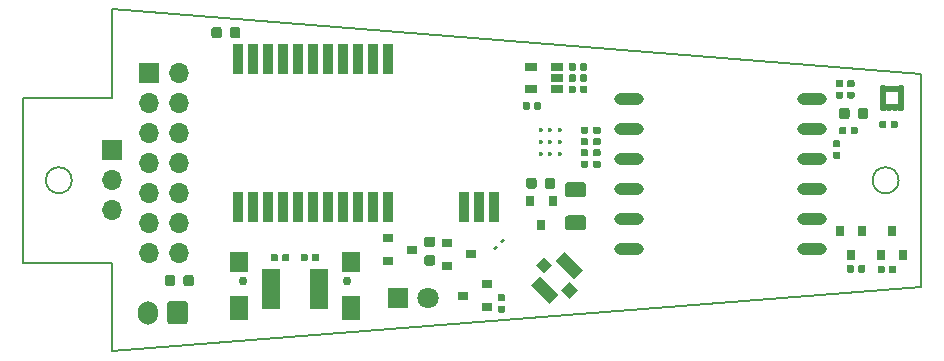
<source format=gts>
G04 #@! TF.GenerationSoftware,KiCad,Pcbnew,5.1.5+dfsg1-2build2*
G04 #@! TF.CreationDate,2023-05-02T16:03:32+02:00*
G04 #@! TF.ProjectId,main,6d61696e-2e6b-4696-9361-645f70636258,rev?*
G04 #@! TF.SameCoordinates,Original*
G04 #@! TF.FileFunction,Soldermask,Top*
G04 #@! TF.FilePolarity,Negative*
%FSLAX46Y46*%
G04 Gerber Fmt 4.6, Leading zero omitted, Abs format (unit mm)*
G04 Created by KiCad (PCBNEW 5.1.5+dfsg1-2build2) date 2023-05-02 16:03:32*
%MOMM*%
%LPD*%
G04 APERTURE LIST*
%ADD10C,0.150000*%
%ADD11C,0.010000*%
%ADD12R,1.500000X3.500000*%
%ADD13R,1.650000X1.800000*%
%ADD14R,1.650000X2.000000*%
%ADD15C,0.750000*%
%ADD16O,1.700000X2.000000*%
%ADD17R,0.890000X2.600000*%
%ADD18O,2.500000X1.000000*%
%ADD19R,1.800000X1.800000*%
%ADD20C,1.800000*%
%ADD21R,1.060000X0.650000*%
%ADD22R,0.800000X0.900000*%
%ADD23R,0.900000X0.800000*%
%ADD24C,0.360000*%
%ADD25R,1.700000X1.700000*%
%ADD26O,1.700000X1.700000*%
G04 APERTURE END LIST*
D10*
X171100000Y-100000000D02*
G75*
G03X171100000Y-100000000I-1100000J0D01*
G01*
X101100000Y-100000000D02*
G75*
G03X101100000Y-100000000I-1100000J0D01*
G01*
X97000000Y-93000000D02*
X97000000Y-107000000D01*
X104500000Y-85500000D02*
X104500000Y-93000000D01*
X104500000Y-114500000D02*
X104500000Y-107000000D01*
X104500000Y-107000000D02*
X97000000Y-107000000D01*
X104500000Y-93000000D02*
X97000000Y-93000000D01*
X104500000Y-114500000D02*
X173000000Y-109000000D01*
X173000000Y-91000000D02*
X173000000Y-109000000D01*
X104500000Y-85500000D02*
X173000000Y-91000000D01*
D11*
G36*
X169525000Y-93625000D02*
G01*
X169526000Y-93619000D01*
X169526000Y-93614000D01*
X169528000Y-93608000D01*
X169529000Y-93603000D01*
X169531000Y-93597000D01*
X169533000Y-93592000D01*
X169535000Y-93587000D01*
X169537000Y-93582000D01*
X169540000Y-93577000D01*
X169543000Y-93572000D01*
X169546000Y-93568000D01*
X169550000Y-93563000D01*
X169554000Y-93559000D01*
X169558000Y-93555000D01*
X169562000Y-93551000D01*
X169566000Y-93548000D01*
X169571000Y-93544000D01*
X169575000Y-93541000D01*
X169580000Y-93538000D01*
X169585000Y-93536000D01*
X169590000Y-93533000D01*
X169596000Y-93531000D01*
X169601000Y-93529000D01*
X169606000Y-93528000D01*
X169612000Y-93527000D01*
X169618000Y-93526000D01*
X169623000Y-93525000D01*
X169629000Y-93525000D01*
X169634000Y-93525000D01*
X169640000Y-93525000D01*
X169860000Y-93525000D01*
X169866000Y-93525000D01*
X169871000Y-93525000D01*
X169877000Y-93525000D01*
X169882000Y-93526000D01*
X169888000Y-93527000D01*
X169894000Y-93528000D01*
X169899000Y-93529000D01*
X169904000Y-93531000D01*
X169910000Y-93533000D01*
X169915000Y-93536000D01*
X169920000Y-93538000D01*
X169925000Y-93541000D01*
X169929000Y-93544000D01*
X169934000Y-93548000D01*
X169938000Y-93551000D01*
X169942000Y-93555000D01*
X169946000Y-93559000D01*
X169950000Y-93563000D01*
X169954000Y-93568000D01*
X169957000Y-93572000D01*
X169960000Y-93577000D01*
X169963000Y-93582000D01*
X169965000Y-93587000D01*
X169967000Y-93592000D01*
X169969000Y-93597000D01*
X169971000Y-93603000D01*
X169972000Y-93608000D01*
X169974000Y-93614000D01*
X169974000Y-93619000D01*
X169975000Y-93625000D01*
X169975000Y-93925000D01*
X169974000Y-93931000D01*
X169974000Y-93936000D01*
X169972000Y-93942000D01*
X169971000Y-93947000D01*
X169969000Y-93953000D01*
X169967000Y-93958000D01*
X169965000Y-93963000D01*
X169963000Y-93968000D01*
X169960000Y-93973000D01*
X169957000Y-93978000D01*
X169954000Y-93982000D01*
X169950000Y-93987000D01*
X169946000Y-93991000D01*
X169942000Y-93995000D01*
X169938000Y-93999000D01*
X169934000Y-94002000D01*
X169929000Y-94006000D01*
X169925000Y-94009000D01*
X169920000Y-94012000D01*
X169915000Y-94014000D01*
X169910000Y-94017000D01*
X169904000Y-94019000D01*
X169899000Y-94021000D01*
X169894000Y-94022000D01*
X169888000Y-94023000D01*
X169882000Y-94024000D01*
X169877000Y-94025000D01*
X169871000Y-94025000D01*
X169866000Y-94025000D01*
X169860000Y-94025000D01*
X169640000Y-94025000D01*
X169634000Y-94025000D01*
X169629000Y-94025000D01*
X169623000Y-94025000D01*
X169618000Y-94024000D01*
X169612000Y-94023000D01*
X169606000Y-94022000D01*
X169601000Y-94021000D01*
X169596000Y-94019000D01*
X169590000Y-94017000D01*
X169585000Y-94014000D01*
X169580000Y-94012000D01*
X169575000Y-94009000D01*
X169571000Y-94006000D01*
X169566000Y-94002000D01*
X169562000Y-93999000D01*
X169558000Y-93995000D01*
X169554000Y-93991000D01*
X169550000Y-93987000D01*
X169546000Y-93982000D01*
X169543000Y-93978000D01*
X169540000Y-93973000D01*
X169537000Y-93968000D01*
X169535000Y-93963000D01*
X169533000Y-93958000D01*
X169531000Y-93953000D01*
X169529000Y-93947000D01*
X169528000Y-93942000D01*
X169526000Y-93936000D01*
X169526000Y-93931000D01*
X169525000Y-93925000D01*
X169525000Y-93625000D01*
G37*
X169525000Y-93625000D02*
X169526000Y-93619000D01*
X169526000Y-93614000D01*
X169528000Y-93608000D01*
X169529000Y-93603000D01*
X169531000Y-93597000D01*
X169533000Y-93592000D01*
X169535000Y-93587000D01*
X169537000Y-93582000D01*
X169540000Y-93577000D01*
X169543000Y-93572000D01*
X169546000Y-93568000D01*
X169550000Y-93563000D01*
X169554000Y-93559000D01*
X169558000Y-93555000D01*
X169562000Y-93551000D01*
X169566000Y-93548000D01*
X169571000Y-93544000D01*
X169575000Y-93541000D01*
X169580000Y-93538000D01*
X169585000Y-93536000D01*
X169590000Y-93533000D01*
X169596000Y-93531000D01*
X169601000Y-93529000D01*
X169606000Y-93528000D01*
X169612000Y-93527000D01*
X169618000Y-93526000D01*
X169623000Y-93525000D01*
X169629000Y-93525000D01*
X169634000Y-93525000D01*
X169640000Y-93525000D01*
X169860000Y-93525000D01*
X169866000Y-93525000D01*
X169871000Y-93525000D01*
X169877000Y-93525000D01*
X169882000Y-93526000D01*
X169888000Y-93527000D01*
X169894000Y-93528000D01*
X169899000Y-93529000D01*
X169904000Y-93531000D01*
X169910000Y-93533000D01*
X169915000Y-93536000D01*
X169920000Y-93538000D01*
X169925000Y-93541000D01*
X169929000Y-93544000D01*
X169934000Y-93548000D01*
X169938000Y-93551000D01*
X169942000Y-93555000D01*
X169946000Y-93559000D01*
X169950000Y-93563000D01*
X169954000Y-93568000D01*
X169957000Y-93572000D01*
X169960000Y-93577000D01*
X169963000Y-93582000D01*
X169965000Y-93587000D01*
X169967000Y-93592000D01*
X169969000Y-93597000D01*
X169971000Y-93603000D01*
X169972000Y-93608000D01*
X169974000Y-93614000D01*
X169974000Y-93619000D01*
X169975000Y-93625000D01*
X169975000Y-93925000D01*
X169974000Y-93931000D01*
X169974000Y-93936000D01*
X169972000Y-93942000D01*
X169971000Y-93947000D01*
X169969000Y-93953000D01*
X169967000Y-93958000D01*
X169965000Y-93963000D01*
X169963000Y-93968000D01*
X169960000Y-93973000D01*
X169957000Y-93978000D01*
X169954000Y-93982000D01*
X169950000Y-93987000D01*
X169946000Y-93991000D01*
X169942000Y-93995000D01*
X169938000Y-93999000D01*
X169934000Y-94002000D01*
X169929000Y-94006000D01*
X169925000Y-94009000D01*
X169920000Y-94012000D01*
X169915000Y-94014000D01*
X169910000Y-94017000D01*
X169904000Y-94019000D01*
X169899000Y-94021000D01*
X169894000Y-94022000D01*
X169888000Y-94023000D01*
X169882000Y-94024000D01*
X169877000Y-94025000D01*
X169871000Y-94025000D01*
X169866000Y-94025000D01*
X169860000Y-94025000D01*
X169640000Y-94025000D01*
X169634000Y-94025000D01*
X169629000Y-94025000D01*
X169623000Y-94025000D01*
X169618000Y-94024000D01*
X169612000Y-94023000D01*
X169606000Y-94022000D01*
X169601000Y-94021000D01*
X169596000Y-94019000D01*
X169590000Y-94017000D01*
X169585000Y-94014000D01*
X169580000Y-94012000D01*
X169575000Y-94009000D01*
X169571000Y-94006000D01*
X169566000Y-94002000D01*
X169562000Y-93999000D01*
X169558000Y-93995000D01*
X169554000Y-93991000D01*
X169550000Y-93987000D01*
X169546000Y-93982000D01*
X169543000Y-93978000D01*
X169540000Y-93973000D01*
X169537000Y-93968000D01*
X169535000Y-93963000D01*
X169533000Y-93958000D01*
X169531000Y-93953000D01*
X169529000Y-93947000D01*
X169528000Y-93942000D01*
X169526000Y-93936000D01*
X169526000Y-93931000D01*
X169525000Y-93925000D01*
X169525000Y-93625000D01*
G36*
X169585000Y-92975000D02*
G01*
X169579000Y-92974000D01*
X169574000Y-92974000D01*
X169568000Y-92972000D01*
X169563000Y-92971000D01*
X169557000Y-92969000D01*
X169552000Y-92967000D01*
X169547000Y-92965000D01*
X169542000Y-92963000D01*
X169537000Y-92960000D01*
X169532000Y-92957000D01*
X169528000Y-92954000D01*
X169523000Y-92950000D01*
X169519000Y-92946000D01*
X169515000Y-92942000D01*
X169511000Y-92938000D01*
X169508000Y-92934000D01*
X169504000Y-92929000D01*
X169501000Y-92925000D01*
X169498000Y-92920000D01*
X169496000Y-92915000D01*
X169493000Y-92910000D01*
X169491000Y-92904000D01*
X169489000Y-92899000D01*
X169488000Y-92894000D01*
X169487000Y-92888000D01*
X169486000Y-92882000D01*
X169485000Y-92877000D01*
X169485000Y-92871000D01*
X169485000Y-92866000D01*
X169485000Y-92860000D01*
X169485000Y-92640000D01*
X169485000Y-92634000D01*
X169485000Y-92629000D01*
X169485000Y-92623000D01*
X169486000Y-92618000D01*
X169487000Y-92612000D01*
X169488000Y-92606000D01*
X169489000Y-92601000D01*
X169491000Y-92596000D01*
X169493000Y-92590000D01*
X169496000Y-92585000D01*
X169498000Y-92580000D01*
X169501000Y-92575000D01*
X169504000Y-92571000D01*
X169508000Y-92566000D01*
X169511000Y-92562000D01*
X169515000Y-92558000D01*
X169519000Y-92554000D01*
X169523000Y-92550000D01*
X169528000Y-92546000D01*
X169532000Y-92543000D01*
X169537000Y-92540000D01*
X169542000Y-92537000D01*
X169547000Y-92535000D01*
X169552000Y-92533000D01*
X169557000Y-92531000D01*
X169563000Y-92529000D01*
X169568000Y-92528000D01*
X169574000Y-92526000D01*
X169579000Y-92526000D01*
X169585000Y-92525000D01*
X169885000Y-92525000D01*
X169891000Y-92526000D01*
X169896000Y-92526000D01*
X169902000Y-92528000D01*
X169907000Y-92529000D01*
X169913000Y-92531000D01*
X169918000Y-92533000D01*
X169923000Y-92535000D01*
X169928000Y-92537000D01*
X169933000Y-92540000D01*
X169938000Y-92543000D01*
X169942000Y-92546000D01*
X169947000Y-92550000D01*
X169951000Y-92554000D01*
X169955000Y-92558000D01*
X169959000Y-92562000D01*
X169962000Y-92566000D01*
X169966000Y-92571000D01*
X169969000Y-92575000D01*
X169972000Y-92580000D01*
X169974000Y-92585000D01*
X169977000Y-92590000D01*
X169979000Y-92596000D01*
X169981000Y-92601000D01*
X169982000Y-92606000D01*
X169983000Y-92612000D01*
X169984000Y-92618000D01*
X169985000Y-92623000D01*
X169985000Y-92629000D01*
X169985000Y-92634000D01*
X169985000Y-92640000D01*
X169985000Y-92860000D01*
X169985000Y-92866000D01*
X169985000Y-92871000D01*
X169985000Y-92877000D01*
X169984000Y-92882000D01*
X169983000Y-92888000D01*
X169982000Y-92894000D01*
X169981000Y-92899000D01*
X169979000Y-92904000D01*
X169977000Y-92910000D01*
X169974000Y-92915000D01*
X169972000Y-92920000D01*
X169969000Y-92925000D01*
X169966000Y-92929000D01*
X169962000Y-92934000D01*
X169959000Y-92938000D01*
X169955000Y-92942000D01*
X169951000Y-92946000D01*
X169947000Y-92950000D01*
X169942000Y-92954000D01*
X169938000Y-92957000D01*
X169933000Y-92960000D01*
X169928000Y-92963000D01*
X169923000Y-92965000D01*
X169918000Y-92967000D01*
X169913000Y-92969000D01*
X169907000Y-92971000D01*
X169902000Y-92972000D01*
X169896000Y-92974000D01*
X169891000Y-92974000D01*
X169885000Y-92975000D01*
X169585000Y-92975000D01*
G37*
X169585000Y-92975000D02*
X169579000Y-92974000D01*
X169574000Y-92974000D01*
X169568000Y-92972000D01*
X169563000Y-92971000D01*
X169557000Y-92969000D01*
X169552000Y-92967000D01*
X169547000Y-92965000D01*
X169542000Y-92963000D01*
X169537000Y-92960000D01*
X169532000Y-92957000D01*
X169528000Y-92954000D01*
X169523000Y-92950000D01*
X169519000Y-92946000D01*
X169515000Y-92942000D01*
X169511000Y-92938000D01*
X169508000Y-92934000D01*
X169504000Y-92929000D01*
X169501000Y-92925000D01*
X169498000Y-92920000D01*
X169496000Y-92915000D01*
X169493000Y-92910000D01*
X169491000Y-92904000D01*
X169489000Y-92899000D01*
X169488000Y-92894000D01*
X169487000Y-92888000D01*
X169486000Y-92882000D01*
X169485000Y-92877000D01*
X169485000Y-92871000D01*
X169485000Y-92866000D01*
X169485000Y-92860000D01*
X169485000Y-92640000D01*
X169485000Y-92634000D01*
X169485000Y-92629000D01*
X169485000Y-92623000D01*
X169486000Y-92618000D01*
X169487000Y-92612000D01*
X169488000Y-92606000D01*
X169489000Y-92601000D01*
X169491000Y-92596000D01*
X169493000Y-92590000D01*
X169496000Y-92585000D01*
X169498000Y-92580000D01*
X169501000Y-92575000D01*
X169504000Y-92571000D01*
X169508000Y-92566000D01*
X169511000Y-92562000D01*
X169515000Y-92558000D01*
X169519000Y-92554000D01*
X169523000Y-92550000D01*
X169528000Y-92546000D01*
X169532000Y-92543000D01*
X169537000Y-92540000D01*
X169542000Y-92537000D01*
X169547000Y-92535000D01*
X169552000Y-92533000D01*
X169557000Y-92531000D01*
X169563000Y-92529000D01*
X169568000Y-92528000D01*
X169574000Y-92526000D01*
X169579000Y-92526000D01*
X169585000Y-92525000D01*
X169885000Y-92525000D01*
X169891000Y-92526000D01*
X169896000Y-92526000D01*
X169902000Y-92528000D01*
X169907000Y-92529000D01*
X169913000Y-92531000D01*
X169918000Y-92533000D01*
X169923000Y-92535000D01*
X169928000Y-92537000D01*
X169933000Y-92540000D01*
X169938000Y-92543000D01*
X169942000Y-92546000D01*
X169947000Y-92550000D01*
X169951000Y-92554000D01*
X169955000Y-92558000D01*
X169959000Y-92562000D01*
X169962000Y-92566000D01*
X169966000Y-92571000D01*
X169969000Y-92575000D01*
X169972000Y-92580000D01*
X169974000Y-92585000D01*
X169977000Y-92590000D01*
X169979000Y-92596000D01*
X169981000Y-92601000D01*
X169982000Y-92606000D01*
X169983000Y-92612000D01*
X169984000Y-92618000D01*
X169985000Y-92623000D01*
X169985000Y-92629000D01*
X169985000Y-92634000D01*
X169985000Y-92640000D01*
X169985000Y-92860000D01*
X169985000Y-92866000D01*
X169985000Y-92871000D01*
X169985000Y-92877000D01*
X169984000Y-92882000D01*
X169983000Y-92888000D01*
X169982000Y-92894000D01*
X169981000Y-92899000D01*
X169979000Y-92904000D01*
X169977000Y-92910000D01*
X169974000Y-92915000D01*
X169972000Y-92920000D01*
X169969000Y-92925000D01*
X169966000Y-92929000D01*
X169962000Y-92934000D01*
X169959000Y-92938000D01*
X169955000Y-92942000D01*
X169951000Y-92946000D01*
X169947000Y-92950000D01*
X169942000Y-92954000D01*
X169938000Y-92957000D01*
X169933000Y-92960000D01*
X169928000Y-92963000D01*
X169923000Y-92965000D01*
X169918000Y-92967000D01*
X169913000Y-92969000D01*
X169907000Y-92971000D01*
X169902000Y-92972000D01*
X169896000Y-92974000D01*
X169891000Y-92974000D01*
X169885000Y-92975000D01*
X169585000Y-92975000D01*
G36*
X169525000Y-92075000D02*
G01*
X169526000Y-92069000D01*
X169526000Y-92064000D01*
X169528000Y-92058000D01*
X169529000Y-92053000D01*
X169531000Y-92047000D01*
X169533000Y-92042000D01*
X169535000Y-92037000D01*
X169537000Y-92032000D01*
X169540000Y-92027000D01*
X169543000Y-92022000D01*
X169546000Y-92018000D01*
X169550000Y-92013000D01*
X169554000Y-92009000D01*
X169558000Y-92005000D01*
X169562000Y-92001000D01*
X169566000Y-91998000D01*
X169571000Y-91994000D01*
X169575000Y-91991000D01*
X169580000Y-91988000D01*
X169585000Y-91986000D01*
X169590000Y-91983000D01*
X169596000Y-91981000D01*
X169601000Y-91979000D01*
X169606000Y-91978000D01*
X169612000Y-91977000D01*
X169618000Y-91976000D01*
X169623000Y-91975000D01*
X169629000Y-91975000D01*
X169634000Y-91975000D01*
X169640000Y-91975000D01*
X169860000Y-91975000D01*
X169866000Y-91975000D01*
X169871000Y-91975000D01*
X169877000Y-91975000D01*
X169882000Y-91976000D01*
X169888000Y-91977000D01*
X169894000Y-91978000D01*
X169899000Y-91979000D01*
X169904000Y-91981000D01*
X169910000Y-91983000D01*
X169915000Y-91986000D01*
X169920000Y-91988000D01*
X169925000Y-91991000D01*
X169929000Y-91994000D01*
X169934000Y-91998000D01*
X169938000Y-92001000D01*
X169942000Y-92005000D01*
X169946000Y-92009000D01*
X169950000Y-92013000D01*
X169954000Y-92018000D01*
X169957000Y-92022000D01*
X169960000Y-92027000D01*
X169963000Y-92032000D01*
X169965000Y-92037000D01*
X169967000Y-92042000D01*
X169969000Y-92047000D01*
X169971000Y-92053000D01*
X169972000Y-92058000D01*
X169974000Y-92064000D01*
X169974000Y-92069000D01*
X169975000Y-92075000D01*
X169975000Y-92375000D01*
X169974000Y-92381000D01*
X169974000Y-92386000D01*
X169972000Y-92392000D01*
X169971000Y-92397000D01*
X169969000Y-92403000D01*
X169967000Y-92408000D01*
X169965000Y-92413000D01*
X169963000Y-92418000D01*
X169960000Y-92423000D01*
X169957000Y-92428000D01*
X169954000Y-92432000D01*
X169950000Y-92437000D01*
X169946000Y-92441000D01*
X169942000Y-92445000D01*
X169938000Y-92449000D01*
X169934000Y-92452000D01*
X169929000Y-92456000D01*
X169925000Y-92459000D01*
X169920000Y-92462000D01*
X169915000Y-92464000D01*
X169910000Y-92467000D01*
X169904000Y-92469000D01*
X169899000Y-92471000D01*
X169894000Y-92472000D01*
X169888000Y-92473000D01*
X169882000Y-92474000D01*
X169877000Y-92475000D01*
X169871000Y-92475000D01*
X169866000Y-92475000D01*
X169860000Y-92475000D01*
X169640000Y-92475000D01*
X169634000Y-92475000D01*
X169629000Y-92475000D01*
X169623000Y-92475000D01*
X169618000Y-92474000D01*
X169612000Y-92473000D01*
X169606000Y-92472000D01*
X169601000Y-92471000D01*
X169596000Y-92469000D01*
X169590000Y-92467000D01*
X169585000Y-92464000D01*
X169580000Y-92462000D01*
X169575000Y-92459000D01*
X169571000Y-92456000D01*
X169566000Y-92452000D01*
X169562000Y-92449000D01*
X169558000Y-92445000D01*
X169554000Y-92441000D01*
X169550000Y-92437000D01*
X169546000Y-92432000D01*
X169543000Y-92428000D01*
X169540000Y-92423000D01*
X169537000Y-92418000D01*
X169535000Y-92413000D01*
X169533000Y-92408000D01*
X169531000Y-92403000D01*
X169529000Y-92397000D01*
X169528000Y-92392000D01*
X169526000Y-92386000D01*
X169526000Y-92381000D01*
X169525000Y-92375000D01*
X169525000Y-92075000D01*
G37*
X169525000Y-92075000D02*
X169526000Y-92069000D01*
X169526000Y-92064000D01*
X169528000Y-92058000D01*
X169529000Y-92053000D01*
X169531000Y-92047000D01*
X169533000Y-92042000D01*
X169535000Y-92037000D01*
X169537000Y-92032000D01*
X169540000Y-92027000D01*
X169543000Y-92022000D01*
X169546000Y-92018000D01*
X169550000Y-92013000D01*
X169554000Y-92009000D01*
X169558000Y-92005000D01*
X169562000Y-92001000D01*
X169566000Y-91998000D01*
X169571000Y-91994000D01*
X169575000Y-91991000D01*
X169580000Y-91988000D01*
X169585000Y-91986000D01*
X169590000Y-91983000D01*
X169596000Y-91981000D01*
X169601000Y-91979000D01*
X169606000Y-91978000D01*
X169612000Y-91977000D01*
X169618000Y-91976000D01*
X169623000Y-91975000D01*
X169629000Y-91975000D01*
X169634000Y-91975000D01*
X169640000Y-91975000D01*
X169860000Y-91975000D01*
X169866000Y-91975000D01*
X169871000Y-91975000D01*
X169877000Y-91975000D01*
X169882000Y-91976000D01*
X169888000Y-91977000D01*
X169894000Y-91978000D01*
X169899000Y-91979000D01*
X169904000Y-91981000D01*
X169910000Y-91983000D01*
X169915000Y-91986000D01*
X169920000Y-91988000D01*
X169925000Y-91991000D01*
X169929000Y-91994000D01*
X169934000Y-91998000D01*
X169938000Y-92001000D01*
X169942000Y-92005000D01*
X169946000Y-92009000D01*
X169950000Y-92013000D01*
X169954000Y-92018000D01*
X169957000Y-92022000D01*
X169960000Y-92027000D01*
X169963000Y-92032000D01*
X169965000Y-92037000D01*
X169967000Y-92042000D01*
X169969000Y-92047000D01*
X169971000Y-92053000D01*
X169972000Y-92058000D01*
X169974000Y-92064000D01*
X169974000Y-92069000D01*
X169975000Y-92075000D01*
X169975000Y-92375000D01*
X169974000Y-92381000D01*
X169974000Y-92386000D01*
X169972000Y-92392000D01*
X169971000Y-92397000D01*
X169969000Y-92403000D01*
X169967000Y-92408000D01*
X169965000Y-92413000D01*
X169963000Y-92418000D01*
X169960000Y-92423000D01*
X169957000Y-92428000D01*
X169954000Y-92432000D01*
X169950000Y-92437000D01*
X169946000Y-92441000D01*
X169942000Y-92445000D01*
X169938000Y-92449000D01*
X169934000Y-92452000D01*
X169929000Y-92456000D01*
X169925000Y-92459000D01*
X169920000Y-92462000D01*
X169915000Y-92464000D01*
X169910000Y-92467000D01*
X169904000Y-92469000D01*
X169899000Y-92471000D01*
X169894000Y-92472000D01*
X169888000Y-92473000D01*
X169882000Y-92474000D01*
X169877000Y-92475000D01*
X169871000Y-92475000D01*
X169866000Y-92475000D01*
X169860000Y-92475000D01*
X169640000Y-92475000D01*
X169634000Y-92475000D01*
X169629000Y-92475000D01*
X169623000Y-92475000D01*
X169618000Y-92474000D01*
X169612000Y-92473000D01*
X169606000Y-92472000D01*
X169601000Y-92471000D01*
X169596000Y-92469000D01*
X169590000Y-92467000D01*
X169585000Y-92464000D01*
X169580000Y-92462000D01*
X169575000Y-92459000D01*
X169571000Y-92456000D01*
X169566000Y-92452000D01*
X169562000Y-92449000D01*
X169558000Y-92445000D01*
X169554000Y-92441000D01*
X169550000Y-92437000D01*
X169546000Y-92432000D01*
X169543000Y-92428000D01*
X169540000Y-92423000D01*
X169537000Y-92418000D01*
X169535000Y-92413000D01*
X169533000Y-92408000D01*
X169531000Y-92403000D01*
X169529000Y-92397000D01*
X169528000Y-92392000D01*
X169526000Y-92386000D01*
X169526000Y-92381000D01*
X169525000Y-92375000D01*
X169525000Y-92075000D01*
G36*
X171115000Y-92975000D02*
G01*
X171109000Y-92974000D01*
X171104000Y-92974000D01*
X171098000Y-92972000D01*
X171093000Y-92971000D01*
X171087000Y-92969000D01*
X171082000Y-92967000D01*
X171077000Y-92965000D01*
X171072000Y-92963000D01*
X171067000Y-92960000D01*
X171062000Y-92957000D01*
X171058000Y-92954000D01*
X171053000Y-92950000D01*
X171049000Y-92946000D01*
X171045000Y-92942000D01*
X171041000Y-92938000D01*
X171038000Y-92934000D01*
X171034000Y-92929000D01*
X171031000Y-92925000D01*
X171028000Y-92920000D01*
X171026000Y-92915000D01*
X171023000Y-92910000D01*
X171021000Y-92904000D01*
X171019000Y-92899000D01*
X171018000Y-92894000D01*
X171017000Y-92888000D01*
X171016000Y-92882000D01*
X171015000Y-92877000D01*
X171015000Y-92871000D01*
X171015000Y-92866000D01*
X171015000Y-92860000D01*
X171015000Y-92640000D01*
X171015000Y-92634000D01*
X171015000Y-92629000D01*
X171015000Y-92623000D01*
X171016000Y-92618000D01*
X171017000Y-92612000D01*
X171018000Y-92606000D01*
X171019000Y-92601000D01*
X171021000Y-92596000D01*
X171023000Y-92590000D01*
X171026000Y-92585000D01*
X171028000Y-92580000D01*
X171031000Y-92575000D01*
X171034000Y-92571000D01*
X171038000Y-92566000D01*
X171041000Y-92562000D01*
X171045000Y-92558000D01*
X171049000Y-92554000D01*
X171053000Y-92550000D01*
X171058000Y-92546000D01*
X171062000Y-92543000D01*
X171067000Y-92540000D01*
X171072000Y-92537000D01*
X171077000Y-92535000D01*
X171082000Y-92533000D01*
X171087000Y-92531000D01*
X171093000Y-92529000D01*
X171098000Y-92528000D01*
X171104000Y-92526000D01*
X171109000Y-92526000D01*
X171115000Y-92525000D01*
X171415000Y-92525000D01*
X171421000Y-92526000D01*
X171426000Y-92526000D01*
X171432000Y-92528000D01*
X171437000Y-92529000D01*
X171443000Y-92531000D01*
X171448000Y-92533000D01*
X171453000Y-92535000D01*
X171458000Y-92537000D01*
X171463000Y-92540000D01*
X171468000Y-92543000D01*
X171472000Y-92546000D01*
X171477000Y-92550000D01*
X171481000Y-92554000D01*
X171485000Y-92558000D01*
X171489000Y-92562000D01*
X171492000Y-92566000D01*
X171496000Y-92571000D01*
X171499000Y-92575000D01*
X171502000Y-92580000D01*
X171504000Y-92585000D01*
X171507000Y-92590000D01*
X171509000Y-92596000D01*
X171511000Y-92601000D01*
X171512000Y-92606000D01*
X171513000Y-92612000D01*
X171514000Y-92618000D01*
X171515000Y-92623000D01*
X171515000Y-92629000D01*
X171515000Y-92634000D01*
X171515000Y-92640000D01*
X171515000Y-92860000D01*
X171515000Y-92866000D01*
X171515000Y-92871000D01*
X171515000Y-92877000D01*
X171514000Y-92882000D01*
X171513000Y-92888000D01*
X171512000Y-92894000D01*
X171511000Y-92899000D01*
X171509000Y-92904000D01*
X171507000Y-92910000D01*
X171504000Y-92915000D01*
X171502000Y-92920000D01*
X171499000Y-92925000D01*
X171496000Y-92929000D01*
X171492000Y-92934000D01*
X171489000Y-92938000D01*
X171485000Y-92942000D01*
X171481000Y-92946000D01*
X171477000Y-92950000D01*
X171472000Y-92954000D01*
X171468000Y-92957000D01*
X171463000Y-92960000D01*
X171458000Y-92963000D01*
X171453000Y-92965000D01*
X171448000Y-92967000D01*
X171443000Y-92969000D01*
X171437000Y-92971000D01*
X171432000Y-92972000D01*
X171426000Y-92974000D01*
X171421000Y-92974000D01*
X171415000Y-92975000D01*
X171115000Y-92975000D01*
G37*
X171115000Y-92975000D02*
X171109000Y-92974000D01*
X171104000Y-92974000D01*
X171098000Y-92972000D01*
X171093000Y-92971000D01*
X171087000Y-92969000D01*
X171082000Y-92967000D01*
X171077000Y-92965000D01*
X171072000Y-92963000D01*
X171067000Y-92960000D01*
X171062000Y-92957000D01*
X171058000Y-92954000D01*
X171053000Y-92950000D01*
X171049000Y-92946000D01*
X171045000Y-92942000D01*
X171041000Y-92938000D01*
X171038000Y-92934000D01*
X171034000Y-92929000D01*
X171031000Y-92925000D01*
X171028000Y-92920000D01*
X171026000Y-92915000D01*
X171023000Y-92910000D01*
X171021000Y-92904000D01*
X171019000Y-92899000D01*
X171018000Y-92894000D01*
X171017000Y-92888000D01*
X171016000Y-92882000D01*
X171015000Y-92877000D01*
X171015000Y-92871000D01*
X171015000Y-92866000D01*
X171015000Y-92860000D01*
X171015000Y-92640000D01*
X171015000Y-92634000D01*
X171015000Y-92629000D01*
X171015000Y-92623000D01*
X171016000Y-92618000D01*
X171017000Y-92612000D01*
X171018000Y-92606000D01*
X171019000Y-92601000D01*
X171021000Y-92596000D01*
X171023000Y-92590000D01*
X171026000Y-92585000D01*
X171028000Y-92580000D01*
X171031000Y-92575000D01*
X171034000Y-92571000D01*
X171038000Y-92566000D01*
X171041000Y-92562000D01*
X171045000Y-92558000D01*
X171049000Y-92554000D01*
X171053000Y-92550000D01*
X171058000Y-92546000D01*
X171062000Y-92543000D01*
X171067000Y-92540000D01*
X171072000Y-92537000D01*
X171077000Y-92535000D01*
X171082000Y-92533000D01*
X171087000Y-92531000D01*
X171093000Y-92529000D01*
X171098000Y-92528000D01*
X171104000Y-92526000D01*
X171109000Y-92526000D01*
X171115000Y-92525000D01*
X171415000Y-92525000D01*
X171421000Y-92526000D01*
X171426000Y-92526000D01*
X171432000Y-92528000D01*
X171437000Y-92529000D01*
X171443000Y-92531000D01*
X171448000Y-92533000D01*
X171453000Y-92535000D01*
X171458000Y-92537000D01*
X171463000Y-92540000D01*
X171468000Y-92543000D01*
X171472000Y-92546000D01*
X171477000Y-92550000D01*
X171481000Y-92554000D01*
X171485000Y-92558000D01*
X171489000Y-92562000D01*
X171492000Y-92566000D01*
X171496000Y-92571000D01*
X171499000Y-92575000D01*
X171502000Y-92580000D01*
X171504000Y-92585000D01*
X171507000Y-92590000D01*
X171509000Y-92596000D01*
X171511000Y-92601000D01*
X171512000Y-92606000D01*
X171513000Y-92612000D01*
X171514000Y-92618000D01*
X171515000Y-92623000D01*
X171515000Y-92629000D01*
X171515000Y-92634000D01*
X171515000Y-92640000D01*
X171515000Y-92860000D01*
X171515000Y-92866000D01*
X171515000Y-92871000D01*
X171515000Y-92877000D01*
X171514000Y-92882000D01*
X171513000Y-92888000D01*
X171512000Y-92894000D01*
X171511000Y-92899000D01*
X171509000Y-92904000D01*
X171507000Y-92910000D01*
X171504000Y-92915000D01*
X171502000Y-92920000D01*
X171499000Y-92925000D01*
X171496000Y-92929000D01*
X171492000Y-92934000D01*
X171489000Y-92938000D01*
X171485000Y-92942000D01*
X171481000Y-92946000D01*
X171477000Y-92950000D01*
X171472000Y-92954000D01*
X171468000Y-92957000D01*
X171463000Y-92960000D01*
X171458000Y-92963000D01*
X171453000Y-92965000D01*
X171448000Y-92967000D01*
X171443000Y-92969000D01*
X171437000Y-92971000D01*
X171432000Y-92972000D01*
X171426000Y-92974000D01*
X171421000Y-92974000D01*
X171415000Y-92975000D01*
X171115000Y-92975000D01*
G36*
X170025000Y-93615000D02*
G01*
X170026000Y-93609000D01*
X170026000Y-93604000D01*
X170028000Y-93598000D01*
X170029000Y-93593000D01*
X170031000Y-93587000D01*
X170033000Y-93582000D01*
X170035000Y-93577000D01*
X170037000Y-93572000D01*
X170040000Y-93567000D01*
X170043000Y-93562000D01*
X170046000Y-93558000D01*
X170050000Y-93553000D01*
X170054000Y-93549000D01*
X170058000Y-93545000D01*
X170062000Y-93541000D01*
X170066000Y-93538000D01*
X170071000Y-93534000D01*
X170075000Y-93531000D01*
X170080000Y-93528000D01*
X170085000Y-93526000D01*
X170090000Y-93523000D01*
X170096000Y-93521000D01*
X170101000Y-93519000D01*
X170106000Y-93518000D01*
X170112000Y-93517000D01*
X170118000Y-93516000D01*
X170123000Y-93515000D01*
X170129000Y-93515000D01*
X170134000Y-93515000D01*
X170140000Y-93515000D01*
X170360000Y-93515000D01*
X170366000Y-93515000D01*
X170371000Y-93515000D01*
X170377000Y-93515000D01*
X170382000Y-93516000D01*
X170388000Y-93517000D01*
X170394000Y-93518000D01*
X170399000Y-93519000D01*
X170404000Y-93521000D01*
X170410000Y-93523000D01*
X170415000Y-93526000D01*
X170420000Y-93528000D01*
X170425000Y-93531000D01*
X170429000Y-93534000D01*
X170434000Y-93538000D01*
X170438000Y-93541000D01*
X170442000Y-93545000D01*
X170446000Y-93549000D01*
X170450000Y-93553000D01*
X170454000Y-93558000D01*
X170457000Y-93562000D01*
X170460000Y-93567000D01*
X170463000Y-93572000D01*
X170465000Y-93577000D01*
X170467000Y-93582000D01*
X170469000Y-93587000D01*
X170471000Y-93593000D01*
X170472000Y-93598000D01*
X170474000Y-93604000D01*
X170474000Y-93609000D01*
X170475000Y-93615000D01*
X170475000Y-93915000D01*
X170474000Y-93921000D01*
X170474000Y-93926000D01*
X170472000Y-93932000D01*
X170471000Y-93937000D01*
X170469000Y-93943000D01*
X170467000Y-93948000D01*
X170465000Y-93953000D01*
X170463000Y-93958000D01*
X170460000Y-93963000D01*
X170457000Y-93968000D01*
X170454000Y-93972000D01*
X170450000Y-93977000D01*
X170446000Y-93981000D01*
X170442000Y-93985000D01*
X170438000Y-93989000D01*
X170434000Y-93992000D01*
X170429000Y-93996000D01*
X170425000Y-93999000D01*
X170420000Y-94002000D01*
X170415000Y-94004000D01*
X170410000Y-94007000D01*
X170404000Y-94009000D01*
X170399000Y-94011000D01*
X170394000Y-94012000D01*
X170388000Y-94013000D01*
X170382000Y-94014000D01*
X170377000Y-94015000D01*
X170371000Y-94015000D01*
X170366000Y-94015000D01*
X170360000Y-94015000D01*
X170140000Y-94015000D01*
X170134000Y-94015000D01*
X170129000Y-94015000D01*
X170123000Y-94015000D01*
X170118000Y-94014000D01*
X170112000Y-94013000D01*
X170106000Y-94012000D01*
X170101000Y-94011000D01*
X170096000Y-94009000D01*
X170090000Y-94007000D01*
X170085000Y-94004000D01*
X170080000Y-94002000D01*
X170075000Y-93999000D01*
X170071000Y-93996000D01*
X170066000Y-93992000D01*
X170062000Y-93989000D01*
X170058000Y-93985000D01*
X170054000Y-93981000D01*
X170050000Y-93977000D01*
X170046000Y-93972000D01*
X170043000Y-93968000D01*
X170040000Y-93963000D01*
X170037000Y-93958000D01*
X170035000Y-93953000D01*
X170033000Y-93948000D01*
X170031000Y-93943000D01*
X170029000Y-93937000D01*
X170028000Y-93932000D01*
X170026000Y-93926000D01*
X170026000Y-93921000D01*
X170025000Y-93915000D01*
X170025000Y-93615000D01*
G37*
X170025000Y-93615000D02*
X170026000Y-93609000D01*
X170026000Y-93604000D01*
X170028000Y-93598000D01*
X170029000Y-93593000D01*
X170031000Y-93587000D01*
X170033000Y-93582000D01*
X170035000Y-93577000D01*
X170037000Y-93572000D01*
X170040000Y-93567000D01*
X170043000Y-93562000D01*
X170046000Y-93558000D01*
X170050000Y-93553000D01*
X170054000Y-93549000D01*
X170058000Y-93545000D01*
X170062000Y-93541000D01*
X170066000Y-93538000D01*
X170071000Y-93534000D01*
X170075000Y-93531000D01*
X170080000Y-93528000D01*
X170085000Y-93526000D01*
X170090000Y-93523000D01*
X170096000Y-93521000D01*
X170101000Y-93519000D01*
X170106000Y-93518000D01*
X170112000Y-93517000D01*
X170118000Y-93516000D01*
X170123000Y-93515000D01*
X170129000Y-93515000D01*
X170134000Y-93515000D01*
X170140000Y-93515000D01*
X170360000Y-93515000D01*
X170366000Y-93515000D01*
X170371000Y-93515000D01*
X170377000Y-93515000D01*
X170382000Y-93516000D01*
X170388000Y-93517000D01*
X170394000Y-93518000D01*
X170399000Y-93519000D01*
X170404000Y-93521000D01*
X170410000Y-93523000D01*
X170415000Y-93526000D01*
X170420000Y-93528000D01*
X170425000Y-93531000D01*
X170429000Y-93534000D01*
X170434000Y-93538000D01*
X170438000Y-93541000D01*
X170442000Y-93545000D01*
X170446000Y-93549000D01*
X170450000Y-93553000D01*
X170454000Y-93558000D01*
X170457000Y-93562000D01*
X170460000Y-93567000D01*
X170463000Y-93572000D01*
X170465000Y-93577000D01*
X170467000Y-93582000D01*
X170469000Y-93587000D01*
X170471000Y-93593000D01*
X170472000Y-93598000D01*
X170474000Y-93604000D01*
X170474000Y-93609000D01*
X170475000Y-93615000D01*
X170475000Y-93915000D01*
X170474000Y-93921000D01*
X170474000Y-93926000D01*
X170472000Y-93932000D01*
X170471000Y-93937000D01*
X170469000Y-93943000D01*
X170467000Y-93948000D01*
X170465000Y-93953000D01*
X170463000Y-93958000D01*
X170460000Y-93963000D01*
X170457000Y-93968000D01*
X170454000Y-93972000D01*
X170450000Y-93977000D01*
X170446000Y-93981000D01*
X170442000Y-93985000D01*
X170438000Y-93989000D01*
X170434000Y-93992000D01*
X170429000Y-93996000D01*
X170425000Y-93999000D01*
X170420000Y-94002000D01*
X170415000Y-94004000D01*
X170410000Y-94007000D01*
X170404000Y-94009000D01*
X170399000Y-94011000D01*
X170394000Y-94012000D01*
X170388000Y-94013000D01*
X170382000Y-94014000D01*
X170377000Y-94015000D01*
X170371000Y-94015000D01*
X170366000Y-94015000D01*
X170360000Y-94015000D01*
X170140000Y-94015000D01*
X170134000Y-94015000D01*
X170129000Y-94015000D01*
X170123000Y-94015000D01*
X170118000Y-94014000D01*
X170112000Y-94013000D01*
X170106000Y-94012000D01*
X170101000Y-94011000D01*
X170096000Y-94009000D01*
X170090000Y-94007000D01*
X170085000Y-94004000D01*
X170080000Y-94002000D01*
X170075000Y-93999000D01*
X170071000Y-93996000D01*
X170066000Y-93992000D01*
X170062000Y-93989000D01*
X170058000Y-93985000D01*
X170054000Y-93981000D01*
X170050000Y-93977000D01*
X170046000Y-93972000D01*
X170043000Y-93968000D01*
X170040000Y-93963000D01*
X170037000Y-93958000D01*
X170035000Y-93953000D01*
X170033000Y-93948000D01*
X170031000Y-93943000D01*
X170029000Y-93937000D01*
X170028000Y-93932000D01*
X170026000Y-93926000D01*
X170026000Y-93921000D01*
X170025000Y-93915000D01*
X170025000Y-93615000D01*
G36*
X170525000Y-93615000D02*
G01*
X170526000Y-93609000D01*
X170526000Y-93604000D01*
X170528000Y-93598000D01*
X170529000Y-93593000D01*
X170531000Y-93587000D01*
X170533000Y-93582000D01*
X170535000Y-93577000D01*
X170537000Y-93572000D01*
X170540000Y-93567000D01*
X170543000Y-93562000D01*
X170546000Y-93558000D01*
X170550000Y-93553000D01*
X170554000Y-93549000D01*
X170558000Y-93545000D01*
X170562000Y-93541000D01*
X170566000Y-93538000D01*
X170571000Y-93534000D01*
X170575000Y-93531000D01*
X170580000Y-93528000D01*
X170585000Y-93526000D01*
X170590000Y-93523000D01*
X170596000Y-93521000D01*
X170601000Y-93519000D01*
X170606000Y-93518000D01*
X170612000Y-93517000D01*
X170618000Y-93516000D01*
X170623000Y-93515000D01*
X170629000Y-93515000D01*
X170634000Y-93515000D01*
X170640000Y-93515000D01*
X170860000Y-93515000D01*
X170866000Y-93515000D01*
X170871000Y-93515000D01*
X170877000Y-93515000D01*
X170882000Y-93516000D01*
X170888000Y-93517000D01*
X170894000Y-93518000D01*
X170899000Y-93519000D01*
X170904000Y-93521000D01*
X170910000Y-93523000D01*
X170915000Y-93526000D01*
X170920000Y-93528000D01*
X170925000Y-93531000D01*
X170929000Y-93534000D01*
X170934000Y-93538000D01*
X170938000Y-93541000D01*
X170942000Y-93545000D01*
X170946000Y-93549000D01*
X170950000Y-93553000D01*
X170954000Y-93558000D01*
X170957000Y-93562000D01*
X170960000Y-93567000D01*
X170963000Y-93572000D01*
X170965000Y-93577000D01*
X170967000Y-93582000D01*
X170969000Y-93587000D01*
X170971000Y-93593000D01*
X170972000Y-93598000D01*
X170974000Y-93604000D01*
X170974000Y-93609000D01*
X170975000Y-93615000D01*
X170975000Y-93915000D01*
X170974000Y-93921000D01*
X170974000Y-93926000D01*
X170972000Y-93932000D01*
X170971000Y-93937000D01*
X170969000Y-93943000D01*
X170967000Y-93948000D01*
X170965000Y-93953000D01*
X170963000Y-93958000D01*
X170960000Y-93963000D01*
X170957000Y-93968000D01*
X170954000Y-93972000D01*
X170950000Y-93977000D01*
X170946000Y-93981000D01*
X170942000Y-93985000D01*
X170938000Y-93989000D01*
X170934000Y-93992000D01*
X170929000Y-93996000D01*
X170925000Y-93999000D01*
X170920000Y-94002000D01*
X170915000Y-94004000D01*
X170910000Y-94007000D01*
X170904000Y-94009000D01*
X170899000Y-94011000D01*
X170894000Y-94012000D01*
X170888000Y-94013000D01*
X170882000Y-94014000D01*
X170877000Y-94015000D01*
X170871000Y-94015000D01*
X170866000Y-94015000D01*
X170860000Y-94015000D01*
X170640000Y-94015000D01*
X170634000Y-94015000D01*
X170629000Y-94015000D01*
X170623000Y-94015000D01*
X170618000Y-94014000D01*
X170612000Y-94013000D01*
X170606000Y-94012000D01*
X170601000Y-94011000D01*
X170596000Y-94009000D01*
X170590000Y-94007000D01*
X170585000Y-94004000D01*
X170580000Y-94002000D01*
X170575000Y-93999000D01*
X170571000Y-93996000D01*
X170566000Y-93992000D01*
X170562000Y-93989000D01*
X170558000Y-93985000D01*
X170554000Y-93981000D01*
X170550000Y-93977000D01*
X170546000Y-93972000D01*
X170543000Y-93968000D01*
X170540000Y-93963000D01*
X170537000Y-93958000D01*
X170535000Y-93953000D01*
X170533000Y-93948000D01*
X170531000Y-93943000D01*
X170529000Y-93937000D01*
X170528000Y-93932000D01*
X170526000Y-93926000D01*
X170526000Y-93921000D01*
X170525000Y-93915000D01*
X170525000Y-93615000D01*
G37*
X170525000Y-93615000D02*
X170526000Y-93609000D01*
X170526000Y-93604000D01*
X170528000Y-93598000D01*
X170529000Y-93593000D01*
X170531000Y-93587000D01*
X170533000Y-93582000D01*
X170535000Y-93577000D01*
X170537000Y-93572000D01*
X170540000Y-93567000D01*
X170543000Y-93562000D01*
X170546000Y-93558000D01*
X170550000Y-93553000D01*
X170554000Y-93549000D01*
X170558000Y-93545000D01*
X170562000Y-93541000D01*
X170566000Y-93538000D01*
X170571000Y-93534000D01*
X170575000Y-93531000D01*
X170580000Y-93528000D01*
X170585000Y-93526000D01*
X170590000Y-93523000D01*
X170596000Y-93521000D01*
X170601000Y-93519000D01*
X170606000Y-93518000D01*
X170612000Y-93517000D01*
X170618000Y-93516000D01*
X170623000Y-93515000D01*
X170629000Y-93515000D01*
X170634000Y-93515000D01*
X170640000Y-93515000D01*
X170860000Y-93515000D01*
X170866000Y-93515000D01*
X170871000Y-93515000D01*
X170877000Y-93515000D01*
X170882000Y-93516000D01*
X170888000Y-93517000D01*
X170894000Y-93518000D01*
X170899000Y-93519000D01*
X170904000Y-93521000D01*
X170910000Y-93523000D01*
X170915000Y-93526000D01*
X170920000Y-93528000D01*
X170925000Y-93531000D01*
X170929000Y-93534000D01*
X170934000Y-93538000D01*
X170938000Y-93541000D01*
X170942000Y-93545000D01*
X170946000Y-93549000D01*
X170950000Y-93553000D01*
X170954000Y-93558000D01*
X170957000Y-93562000D01*
X170960000Y-93567000D01*
X170963000Y-93572000D01*
X170965000Y-93577000D01*
X170967000Y-93582000D01*
X170969000Y-93587000D01*
X170971000Y-93593000D01*
X170972000Y-93598000D01*
X170974000Y-93604000D01*
X170974000Y-93609000D01*
X170975000Y-93615000D01*
X170975000Y-93915000D01*
X170974000Y-93921000D01*
X170974000Y-93926000D01*
X170972000Y-93932000D01*
X170971000Y-93937000D01*
X170969000Y-93943000D01*
X170967000Y-93948000D01*
X170965000Y-93953000D01*
X170963000Y-93958000D01*
X170960000Y-93963000D01*
X170957000Y-93968000D01*
X170954000Y-93972000D01*
X170950000Y-93977000D01*
X170946000Y-93981000D01*
X170942000Y-93985000D01*
X170938000Y-93989000D01*
X170934000Y-93992000D01*
X170929000Y-93996000D01*
X170925000Y-93999000D01*
X170920000Y-94002000D01*
X170915000Y-94004000D01*
X170910000Y-94007000D01*
X170904000Y-94009000D01*
X170899000Y-94011000D01*
X170894000Y-94012000D01*
X170888000Y-94013000D01*
X170882000Y-94014000D01*
X170877000Y-94015000D01*
X170871000Y-94015000D01*
X170866000Y-94015000D01*
X170860000Y-94015000D01*
X170640000Y-94015000D01*
X170634000Y-94015000D01*
X170629000Y-94015000D01*
X170623000Y-94015000D01*
X170618000Y-94014000D01*
X170612000Y-94013000D01*
X170606000Y-94012000D01*
X170601000Y-94011000D01*
X170596000Y-94009000D01*
X170590000Y-94007000D01*
X170585000Y-94004000D01*
X170580000Y-94002000D01*
X170575000Y-93999000D01*
X170571000Y-93996000D01*
X170566000Y-93992000D01*
X170562000Y-93989000D01*
X170558000Y-93985000D01*
X170554000Y-93981000D01*
X170550000Y-93977000D01*
X170546000Y-93972000D01*
X170543000Y-93968000D01*
X170540000Y-93963000D01*
X170537000Y-93958000D01*
X170535000Y-93953000D01*
X170533000Y-93948000D01*
X170531000Y-93943000D01*
X170529000Y-93937000D01*
X170528000Y-93932000D01*
X170526000Y-93926000D01*
X170526000Y-93921000D01*
X170525000Y-93915000D01*
X170525000Y-93615000D01*
G36*
X171025000Y-93625000D02*
G01*
X171026000Y-93619000D01*
X171026000Y-93614000D01*
X171028000Y-93608000D01*
X171029000Y-93603000D01*
X171031000Y-93597000D01*
X171033000Y-93592000D01*
X171035000Y-93587000D01*
X171037000Y-93582000D01*
X171040000Y-93577000D01*
X171043000Y-93572000D01*
X171046000Y-93568000D01*
X171050000Y-93563000D01*
X171054000Y-93559000D01*
X171058000Y-93555000D01*
X171062000Y-93551000D01*
X171066000Y-93548000D01*
X171071000Y-93544000D01*
X171075000Y-93541000D01*
X171080000Y-93538000D01*
X171085000Y-93536000D01*
X171090000Y-93533000D01*
X171096000Y-93531000D01*
X171101000Y-93529000D01*
X171106000Y-93528000D01*
X171112000Y-93527000D01*
X171118000Y-93526000D01*
X171123000Y-93525000D01*
X171129000Y-93525000D01*
X171134000Y-93525000D01*
X171140000Y-93525000D01*
X171360000Y-93525000D01*
X171366000Y-93525000D01*
X171371000Y-93525000D01*
X171377000Y-93525000D01*
X171382000Y-93526000D01*
X171388000Y-93527000D01*
X171394000Y-93528000D01*
X171399000Y-93529000D01*
X171404000Y-93531000D01*
X171410000Y-93533000D01*
X171415000Y-93536000D01*
X171420000Y-93538000D01*
X171425000Y-93541000D01*
X171429000Y-93544000D01*
X171434000Y-93548000D01*
X171438000Y-93551000D01*
X171442000Y-93555000D01*
X171446000Y-93559000D01*
X171450000Y-93563000D01*
X171454000Y-93568000D01*
X171457000Y-93572000D01*
X171460000Y-93577000D01*
X171463000Y-93582000D01*
X171465000Y-93587000D01*
X171467000Y-93592000D01*
X171469000Y-93597000D01*
X171471000Y-93603000D01*
X171472000Y-93608000D01*
X171474000Y-93614000D01*
X171474000Y-93619000D01*
X171475000Y-93625000D01*
X171475000Y-93925000D01*
X171474000Y-93931000D01*
X171474000Y-93936000D01*
X171472000Y-93942000D01*
X171471000Y-93947000D01*
X171469000Y-93953000D01*
X171467000Y-93958000D01*
X171465000Y-93963000D01*
X171463000Y-93968000D01*
X171460000Y-93973000D01*
X171457000Y-93978000D01*
X171454000Y-93982000D01*
X171450000Y-93987000D01*
X171446000Y-93991000D01*
X171442000Y-93995000D01*
X171438000Y-93999000D01*
X171434000Y-94002000D01*
X171429000Y-94006000D01*
X171425000Y-94009000D01*
X171420000Y-94012000D01*
X171415000Y-94014000D01*
X171410000Y-94017000D01*
X171404000Y-94019000D01*
X171399000Y-94021000D01*
X171394000Y-94022000D01*
X171388000Y-94023000D01*
X171382000Y-94024000D01*
X171377000Y-94025000D01*
X171371000Y-94025000D01*
X171366000Y-94025000D01*
X171360000Y-94025000D01*
X171140000Y-94025000D01*
X171134000Y-94025000D01*
X171129000Y-94025000D01*
X171123000Y-94025000D01*
X171118000Y-94024000D01*
X171112000Y-94023000D01*
X171106000Y-94022000D01*
X171101000Y-94021000D01*
X171096000Y-94019000D01*
X171090000Y-94017000D01*
X171085000Y-94014000D01*
X171080000Y-94012000D01*
X171075000Y-94009000D01*
X171071000Y-94006000D01*
X171066000Y-94002000D01*
X171062000Y-93999000D01*
X171058000Y-93995000D01*
X171054000Y-93991000D01*
X171050000Y-93987000D01*
X171046000Y-93982000D01*
X171043000Y-93978000D01*
X171040000Y-93973000D01*
X171037000Y-93968000D01*
X171035000Y-93963000D01*
X171033000Y-93958000D01*
X171031000Y-93953000D01*
X171029000Y-93947000D01*
X171028000Y-93942000D01*
X171026000Y-93936000D01*
X171026000Y-93931000D01*
X171025000Y-93925000D01*
X171025000Y-93625000D01*
G37*
X171025000Y-93625000D02*
X171026000Y-93619000D01*
X171026000Y-93614000D01*
X171028000Y-93608000D01*
X171029000Y-93603000D01*
X171031000Y-93597000D01*
X171033000Y-93592000D01*
X171035000Y-93587000D01*
X171037000Y-93582000D01*
X171040000Y-93577000D01*
X171043000Y-93572000D01*
X171046000Y-93568000D01*
X171050000Y-93563000D01*
X171054000Y-93559000D01*
X171058000Y-93555000D01*
X171062000Y-93551000D01*
X171066000Y-93548000D01*
X171071000Y-93544000D01*
X171075000Y-93541000D01*
X171080000Y-93538000D01*
X171085000Y-93536000D01*
X171090000Y-93533000D01*
X171096000Y-93531000D01*
X171101000Y-93529000D01*
X171106000Y-93528000D01*
X171112000Y-93527000D01*
X171118000Y-93526000D01*
X171123000Y-93525000D01*
X171129000Y-93525000D01*
X171134000Y-93525000D01*
X171140000Y-93525000D01*
X171360000Y-93525000D01*
X171366000Y-93525000D01*
X171371000Y-93525000D01*
X171377000Y-93525000D01*
X171382000Y-93526000D01*
X171388000Y-93527000D01*
X171394000Y-93528000D01*
X171399000Y-93529000D01*
X171404000Y-93531000D01*
X171410000Y-93533000D01*
X171415000Y-93536000D01*
X171420000Y-93538000D01*
X171425000Y-93541000D01*
X171429000Y-93544000D01*
X171434000Y-93548000D01*
X171438000Y-93551000D01*
X171442000Y-93555000D01*
X171446000Y-93559000D01*
X171450000Y-93563000D01*
X171454000Y-93568000D01*
X171457000Y-93572000D01*
X171460000Y-93577000D01*
X171463000Y-93582000D01*
X171465000Y-93587000D01*
X171467000Y-93592000D01*
X171469000Y-93597000D01*
X171471000Y-93603000D01*
X171472000Y-93608000D01*
X171474000Y-93614000D01*
X171474000Y-93619000D01*
X171475000Y-93625000D01*
X171475000Y-93925000D01*
X171474000Y-93931000D01*
X171474000Y-93936000D01*
X171472000Y-93942000D01*
X171471000Y-93947000D01*
X171469000Y-93953000D01*
X171467000Y-93958000D01*
X171465000Y-93963000D01*
X171463000Y-93968000D01*
X171460000Y-93973000D01*
X171457000Y-93978000D01*
X171454000Y-93982000D01*
X171450000Y-93987000D01*
X171446000Y-93991000D01*
X171442000Y-93995000D01*
X171438000Y-93999000D01*
X171434000Y-94002000D01*
X171429000Y-94006000D01*
X171425000Y-94009000D01*
X171420000Y-94012000D01*
X171415000Y-94014000D01*
X171410000Y-94017000D01*
X171404000Y-94019000D01*
X171399000Y-94021000D01*
X171394000Y-94022000D01*
X171388000Y-94023000D01*
X171382000Y-94024000D01*
X171377000Y-94025000D01*
X171371000Y-94025000D01*
X171366000Y-94025000D01*
X171360000Y-94025000D01*
X171140000Y-94025000D01*
X171134000Y-94025000D01*
X171129000Y-94025000D01*
X171123000Y-94025000D01*
X171118000Y-94024000D01*
X171112000Y-94023000D01*
X171106000Y-94022000D01*
X171101000Y-94021000D01*
X171096000Y-94019000D01*
X171090000Y-94017000D01*
X171085000Y-94014000D01*
X171080000Y-94012000D01*
X171075000Y-94009000D01*
X171071000Y-94006000D01*
X171066000Y-94002000D01*
X171062000Y-93999000D01*
X171058000Y-93995000D01*
X171054000Y-93991000D01*
X171050000Y-93987000D01*
X171046000Y-93982000D01*
X171043000Y-93978000D01*
X171040000Y-93973000D01*
X171037000Y-93968000D01*
X171035000Y-93963000D01*
X171033000Y-93958000D01*
X171031000Y-93953000D01*
X171029000Y-93947000D01*
X171028000Y-93942000D01*
X171026000Y-93936000D01*
X171026000Y-93931000D01*
X171025000Y-93925000D01*
X171025000Y-93625000D01*
G36*
X171115000Y-93475000D02*
G01*
X171109000Y-93474000D01*
X171104000Y-93474000D01*
X171098000Y-93472000D01*
X171093000Y-93471000D01*
X171087000Y-93469000D01*
X171082000Y-93467000D01*
X171077000Y-93465000D01*
X171072000Y-93463000D01*
X171067000Y-93460000D01*
X171062000Y-93457000D01*
X171058000Y-93454000D01*
X171053000Y-93450000D01*
X171049000Y-93446000D01*
X171045000Y-93442000D01*
X171041000Y-93438000D01*
X171038000Y-93434000D01*
X171034000Y-93429000D01*
X171031000Y-93425000D01*
X171028000Y-93420000D01*
X171026000Y-93415000D01*
X171023000Y-93410000D01*
X171021000Y-93404000D01*
X171019000Y-93399000D01*
X171018000Y-93394000D01*
X171017000Y-93388000D01*
X171016000Y-93382000D01*
X171015000Y-93377000D01*
X171015000Y-93371000D01*
X171015000Y-93366000D01*
X171015000Y-93360000D01*
X171015000Y-93140000D01*
X171015000Y-93134000D01*
X171015000Y-93129000D01*
X171015000Y-93123000D01*
X171016000Y-93118000D01*
X171017000Y-93112000D01*
X171018000Y-93106000D01*
X171019000Y-93101000D01*
X171021000Y-93096000D01*
X171023000Y-93090000D01*
X171026000Y-93085000D01*
X171028000Y-93080000D01*
X171031000Y-93075000D01*
X171034000Y-93071000D01*
X171038000Y-93066000D01*
X171041000Y-93062000D01*
X171045000Y-93058000D01*
X171049000Y-93054000D01*
X171053000Y-93050000D01*
X171058000Y-93046000D01*
X171062000Y-93043000D01*
X171067000Y-93040000D01*
X171072000Y-93037000D01*
X171077000Y-93035000D01*
X171082000Y-93033000D01*
X171087000Y-93031000D01*
X171093000Y-93029000D01*
X171098000Y-93028000D01*
X171104000Y-93026000D01*
X171109000Y-93026000D01*
X171115000Y-93025000D01*
X171415000Y-93025000D01*
X171421000Y-93026000D01*
X171426000Y-93026000D01*
X171432000Y-93028000D01*
X171437000Y-93029000D01*
X171443000Y-93031000D01*
X171448000Y-93033000D01*
X171453000Y-93035000D01*
X171458000Y-93037000D01*
X171463000Y-93040000D01*
X171468000Y-93043000D01*
X171472000Y-93046000D01*
X171477000Y-93050000D01*
X171481000Y-93054000D01*
X171485000Y-93058000D01*
X171489000Y-93062000D01*
X171492000Y-93066000D01*
X171496000Y-93071000D01*
X171499000Y-93075000D01*
X171502000Y-93080000D01*
X171504000Y-93085000D01*
X171507000Y-93090000D01*
X171509000Y-93096000D01*
X171511000Y-93101000D01*
X171512000Y-93106000D01*
X171513000Y-93112000D01*
X171514000Y-93118000D01*
X171515000Y-93123000D01*
X171515000Y-93129000D01*
X171515000Y-93134000D01*
X171515000Y-93140000D01*
X171515000Y-93360000D01*
X171515000Y-93366000D01*
X171515000Y-93371000D01*
X171515000Y-93377000D01*
X171514000Y-93382000D01*
X171513000Y-93388000D01*
X171512000Y-93394000D01*
X171511000Y-93399000D01*
X171509000Y-93404000D01*
X171507000Y-93410000D01*
X171504000Y-93415000D01*
X171502000Y-93420000D01*
X171499000Y-93425000D01*
X171496000Y-93429000D01*
X171492000Y-93434000D01*
X171489000Y-93438000D01*
X171485000Y-93442000D01*
X171481000Y-93446000D01*
X171477000Y-93450000D01*
X171472000Y-93454000D01*
X171468000Y-93457000D01*
X171463000Y-93460000D01*
X171458000Y-93463000D01*
X171453000Y-93465000D01*
X171448000Y-93467000D01*
X171443000Y-93469000D01*
X171437000Y-93471000D01*
X171432000Y-93472000D01*
X171426000Y-93474000D01*
X171421000Y-93474000D01*
X171415000Y-93475000D01*
X171115000Y-93475000D01*
G37*
X171115000Y-93475000D02*
X171109000Y-93474000D01*
X171104000Y-93474000D01*
X171098000Y-93472000D01*
X171093000Y-93471000D01*
X171087000Y-93469000D01*
X171082000Y-93467000D01*
X171077000Y-93465000D01*
X171072000Y-93463000D01*
X171067000Y-93460000D01*
X171062000Y-93457000D01*
X171058000Y-93454000D01*
X171053000Y-93450000D01*
X171049000Y-93446000D01*
X171045000Y-93442000D01*
X171041000Y-93438000D01*
X171038000Y-93434000D01*
X171034000Y-93429000D01*
X171031000Y-93425000D01*
X171028000Y-93420000D01*
X171026000Y-93415000D01*
X171023000Y-93410000D01*
X171021000Y-93404000D01*
X171019000Y-93399000D01*
X171018000Y-93394000D01*
X171017000Y-93388000D01*
X171016000Y-93382000D01*
X171015000Y-93377000D01*
X171015000Y-93371000D01*
X171015000Y-93366000D01*
X171015000Y-93360000D01*
X171015000Y-93140000D01*
X171015000Y-93134000D01*
X171015000Y-93129000D01*
X171015000Y-93123000D01*
X171016000Y-93118000D01*
X171017000Y-93112000D01*
X171018000Y-93106000D01*
X171019000Y-93101000D01*
X171021000Y-93096000D01*
X171023000Y-93090000D01*
X171026000Y-93085000D01*
X171028000Y-93080000D01*
X171031000Y-93075000D01*
X171034000Y-93071000D01*
X171038000Y-93066000D01*
X171041000Y-93062000D01*
X171045000Y-93058000D01*
X171049000Y-93054000D01*
X171053000Y-93050000D01*
X171058000Y-93046000D01*
X171062000Y-93043000D01*
X171067000Y-93040000D01*
X171072000Y-93037000D01*
X171077000Y-93035000D01*
X171082000Y-93033000D01*
X171087000Y-93031000D01*
X171093000Y-93029000D01*
X171098000Y-93028000D01*
X171104000Y-93026000D01*
X171109000Y-93026000D01*
X171115000Y-93025000D01*
X171415000Y-93025000D01*
X171421000Y-93026000D01*
X171426000Y-93026000D01*
X171432000Y-93028000D01*
X171437000Y-93029000D01*
X171443000Y-93031000D01*
X171448000Y-93033000D01*
X171453000Y-93035000D01*
X171458000Y-93037000D01*
X171463000Y-93040000D01*
X171468000Y-93043000D01*
X171472000Y-93046000D01*
X171477000Y-93050000D01*
X171481000Y-93054000D01*
X171485000Y-93058000D01*
X171489000Y-93062000D01*
X171492000Y-93066000D01*
X171496000Y-93071000D01*
X171499000Y-93075000D01*
X171502000Y-93080000D01*
X171504000Y-93085000D01*
X171507000Y-93090000D01*
X171509000Y-93096000D01*
X171511000Y-93101000D01*
X171512000Y-93106000D01*
X171513000Y-93112000D01*
X171514000Y-93118000D01*
X171515000Y-93123000D01*
X171515000Y-93129000D01*
X171515000Y-93134000D01*
X171515000Y-93140000D01*
X171515000Y-93360000D01*
X171515000Y-93366000D01*
X171515000Y-93371000D01*
X171515000Y-93377000D01*
X171514000Y-93382000D01*
X171513000Y-93388000D01*
X171512000Y-93394000D01*
X171511000Y-93399000D01*
X171509000Y-93404000D01*
X171507000Y-93410000D01*
X171504000Y-93415000D01*
X171502000Y-93420000D01*
X171499000Y-93425000D01*
X171496000Y-93429000D01*
X171492000Y-93434000D01*
X171489000Y-93438000D01*
X171485000Y-93442000D01*
X171481000Y-93446000D01*
X171477000Y-93450000D01*
X171472000Y-93454000D01*
X171468000Y-93457000D01*
X171463000Y-93460000D01*
X171458000Y-93463000D01*
X171453000Y-93465000D01*
X171448000Y-93467000D01*
X171443000Y-93469000D01*
X171437000Y-93471000D01*
X171432000Y-93472000D01*
X171426000Y-93474000D01*
X171421000Y-93474000D01*
X171415000Y-93475000D01*
X171115000Y-93475000D01*
G36*
X169585000Y-93475000D02*
G01*
X169579000Y-93474000D01*
X169574000Y-93474000D01*
X169568000Y-93472000D01*
X169563000Y-93471000D01*
X169557000Y-93469000D01*
X169552000Y-93467000D01*
X169547000Y-93465000D01*
X169542000Y-93463000D01*
X169537000Y-93460000D01*
X169532000Y-93457000D01*
X169528000Y-93454000D01*
X169523000Y-93450000D01*
X169519000Y-93446000D01*
X169515000Y-93442000D01*
X169511000Y-93438000D01*
X169508000Y-93434000D01*
X169504000Y-93429000D01*
X169501000Y-93425000D01*
X169498000Y-93420000D01*
X169496000Y-93415000D01*
X169493000Y-93410000D01*
X169491000Y-93404000D01*
X169489000Y-93399000D01*
X169488000Y-93394000D01*
X169487000Y-93388000D01*
X169486000Y-93382000D01*
X169485000Y-93377000D01*
X169485000Y-93371000D01*
X169485000Y-93366000D01*
X169485000Y-93360000D01*
X169485000Y-93140000D01*
X169485000Y-93134000D01*
X169485000Y-93129000D01*
X169485000Y-93123000D01*
X169486000Y-93118000D01*
X169487000Y-93112000D01*
X169488000Y-93106000D01*
X169489000Y-93101000D01*
X169491000Y-93096000D01*
X169493000Y-93090000D01*
X169496000Y-93085000D01*
X169498000Y-93080000D01*
X169501000Y-93075000D01*
X169504000Y-93071000D01*
X169508000Y-93066000D01*
X169511000Y-93062000D01*
X169515000Y-93058000D01*
X169519000Y-93054000D01*
X169523000Y-93050000D01*
X169528000Y-93046000D01*
X169532000Y-93043000D01*
X169537000Y-93040000D01*
X169542000Y-93037000D01*
X169547000Y-93035000D01*
X169552000Y-93033000D01*
X169557000Y-93031000D01*
X169563000Y-93029000D01*
X169568000Y-93028000D01*
X169574000Y-93026000D01*
X169579000Y-93026000D01*
X169585000Y-93025000D01*
X169885000Y-93025000D01*
X169891000Y-93026000D01*
X169896000Y-93026000D01*
X169902000Y-93028000D01*
X169907000Y-93029000D01*
X169913000Y-93031000D01*
X169918000Y-93033000D01*
X169923000Y-93035000D01*
X169928000Y-93037000D01*
X169933000Y-93040000D01*
X169938000Y-93043000D01*
X169942000Y-93046000D01*
X169947000Y-93050000D01*
X169951000Y-93054000D01*
X169955000Y-93058000D01*
X169959000Y-93062000D01*
X169962000Y-93066000D01*
X169966000Y-93071000D01*
X169969000Y-93075000D01*
X169972000Y-93080000D01*
X169974000Y-93085000D01*
X169977000Y-93090000D01*
X169979000Y-93096000D01*
X169981000Y-93101000D01*
X169982000Y-93106000D01*
X169983000Y-93112000D01*
X169984000Y-93118000D01*
X169985000Y-93123000D01*
X169985000Y-93129000D01*
X169985000Y-93134000D01*
X169985000Y-93140000D01*
X169985000Y-93360000D01*
X169985000Y-93366000D01*
X169985000Y-93371000D01*
X169985000Y-93377000D01*
X169984000Y-93382000D01*
X169983000Y-93388000D01*
X169982000Y-93394000D01*
X169981000Y-93399000D01*
X169979000Y-93404000D01*
X169977000Y-93410000D01*
X169974000Y-93415000D01*
X169972000Y-93420000D01*
X169969000Y-93425000D01*
X169966000Y-93429000D01*
X169962000Y-93434000D01*
X169959000Y-93438000D01*
X169955000Y-93442000D01*
X169951000Y-93446000D01*
X169947000Y-93450000D01*
X169942000Y-93454000D01*
X169938000Y-93457000D01*
X169933000Y-93460000D01*
X169928000Y-93463000D01*
X169923000Y-93465000D01*
X169918000Y-93467000D01*
X169913000Y-93469000D01*
X169907000Y-93471000D01*
X169902000Y-93472000D01*
X169896000Y-93474000D01*
X169891000Y-93474000D01*
X169885000Y-93475000D01*
X169585000Y-93475000D01*
G37*
X169585000Y-93475000D02*
X169579000Y-93474000D01*
X169574000Y-93474000D01*
X169568000Y-93472000D01*
X169563000Y-93471000D01*
X169557000Y-93469000D01*
X169552000Y-93467000D01*
X169547000Y-93465000D01*
X169542000Y-93463000D01*
X169537000Y-93460000D01*
X169532000Y-93457000D01*
X169528000Y-93454000D01*
X169523000Y-93450000D01*
X169519000Y-93446000D01*
X169515000Y-93442000D01*
X169511000Y-93438000D01*
X169508000Y-93434000D01*
X169504000Y-93429000D01*
X169501000Y-93425000D01*
X169498000Y-93420000D01*
X169496000Y-93415000D01*
X169493000Y-93410000D01*
X169491000Y-93404000D01*
X169489000Y-93399000D01*
X169488000Y-93394000D01*
X169487000Y-93388000D01*
X169486000Y-93382000D01*
X169485000Y-93377000D01*
X169485000Y-93371000D01*
X169485000Y-93366000D01*
X169485000Y-93360000D01*
X169485000Y-93140000D01*
X169485000Y-93134000D01*
X169485000Y-93129000D01*
X169485000Y-93123000D01*
X169486000Y-93118000D01*
X169487000Y-93112000D01*
X169488000Y-93106000D01*
X169489000Y-93101000D01*
X169491000Y-93096000D01*
X169493000Y-93090000D01*
X169496000Y-93085000D01*
X169498000Y-93080000D01*
X169501000Y-93075000D01*
X169504000Y-93071000D01*
X169508000Y-93066000D01*
X169511000Y-93062000D01*
X169515000Y-93058000D01*
X169519000Y-93054000D01*
X169523000Y-93050000D01*
X169528000Y-93046000D01*
X169532000Y-93043000D01*
X169537000Y-93040000D01*
X169542000Y-93037000D01*
X169547000Y-93035000D01*
X169552000Y-93033000D01*
X169557000Y-93031000D01*
X169563000Y-93029000D01*
X169568000Y-93028000D01*
X169574000Y-93026000D01*
X169579000Y-93026000D01*
X169585000Y-93025000D01*
X169885000Y-93025000D01*
X169891000Y-93026000D01*
X169896000Y-93026000D01*
X169902000Y-93028000D01*
X169907000Y-93029000D01*
X169913000Y-93031000D01*
X169918000Y-93033000D01*
X169923000Y-93035000D01*
X169928000Y-93037000D01*
X169933000Y-93040000D01*
X169938000Y-93043000D01*
X169942000Y-93046000D01*
X169947000Y-93050000D01*
X169951000Y-93054000D01*
X169955000Y-93058000D01*
X169959000Y-93062000D01*
X169962000Y-93066000D01*
X169966000Y-93071000D01*
X169969000Y-93075000D01*
X169972000Y-93080000D01*
X169974000Y-93085000D01*
X169977000Y-93090000D01*
X169979000Y-93096000D01*
X169981000Y-93101000D01*
X169982000Y-93106000D01*
X169983000Y-93112000D01*
X169984000Y-93118000D01*
X169985000Y-93123000D01*
X169985000Y-93129000D01*
X169985000Y-93134000D01*
X169985000Y-93140000D01*
X169985000Y-93360000D01*
X169985000Y-93366000D01*
X169985000Y-93371000D01*
X169985000Y-93377000D01*
X169984000Y-93382000D01*
X169983000Y-93388000D01*
X169982000Y-93394000D01*
X169981000Y-93399000D01*
X169979000Y-93404000D01*
X169977000Y-93410000D01*
X169974000Y-93415000D01*
X169972000Y-93420000D01*
X169969000Y-93425000D01*
X169966000Y-93429000D01*
X169962000Y-93434000D01*
X169959000Y-93438000D01*
X169955000Y-93442000D01*
X169951000Y-93446000D01*
X169947000Y-93450000D01*
X169942000Y-93454000D01*
X169938000Y-93457000D01*
X169933000Y-93460000D01*
X169928000Y-93463000D01*
X169923000Y-93465000D01*
X169918000Y-93467000D01*
X169913000Y-93469000D01*
X169907000Y-93471000D01*
X169902000Y-93472000D01*
X169896000Y-93474000D01*
X169891000Y-93474000D01*
X169885000Y-93475000D01*
X169585000Y-93475000D01*
G36*
X170025000Y-92085000D02*
G01*
X170026000Y-92079000D01*
X170026000Y-92074000D01*
X170028000Y-92068000D01*
X170029000Y-92063000D01*
X170031000Y-92057000D01*
X170033000Y-92052000D01*
X170035000Y-92047000D01*
X170037000Y-92042000D01*
X170040000Y-92037000D01*
X170043000Y-92032000D01*
X170046000Y-92028000D01*
X170050000Y-92023000D01*
X170054000Y-92019000D01*
X170058000Y-92015000D01*
X170062000Y-92011000D01*
X170066000Y-92008000D01*
X170071000Y-92004000D01*
X170075000Y-92001000D01*
X170080000Y-91998000D01*
X170085000Y-91996000D01*
X170090000Y-91993000D01*
X170096000Y-91991000D01*
X170101000Y-91989000D01*
X170106000Y-91988000D01*
X170112000Y-91987000D01*
X170118000Y-91986000D01*
X170123000Y-91985000D01*
X170129000Y-91985000D01*
X170134000Y-91985000D01*
X170140000Y-91985000D01*
X170360000Y-91985000D01*
X170366000Y-91985000D01*
X170371000Y-91985000D01*
X170377000Y-91985000D01*
X170382000Y-91986000D01*
X170388000Y-91987000D01*
X170394000Y-91988000D01*
X170399000Y-91989000D01*
X170404000Y-91991000D01*
X170410000Y-91993000D01*
X170415000Y-91996000D01*
X170420000Y-91998000D01*
X170425000Y-92001000D01*
X170429000Y-92004000D01*
X170434000Y-92008000D01*
X170438000Y-92011000D01*
X170442000Y-92015000D01*
X170446000Y-92019000D01*
X170450000Y-92023000D01*
X170454000Y-92028000D01*
X170457000Y-92032000D01*
X170460000Y-92037000D01*
X170463000Y-92042000D01*
X170465000Y-92047000D01*
X170467000Y-92052000D01*
X170469000Y-92057000D01*
X170471000Y-92063000D01*
X170472000Y-92068000D01*
X170474000Y-92074000D01*
X170474000Y-92079000D01*
X170475000Y-92085000D01*
X170475000Y-92385000D01*
X170474000Y-92391000D01*
X170474000Y-92396000D01*
X170472000Y-92402000D01*
X170471000Y-92407000D01*
X170469000Y-92413000D01*
X170467000Y-92418000D01*
X170465000Y-92423000D01*
X170463000Y-92428000D01*
X170460000Y-92433000D01*
X170457000Y-92438000D01*
X170454000Y-92442000D01*
X170450000Y-92447000D01*
X170446000Y-92451000D01*
X170442000Y-92455000D01*
X170438000Y-92459000D01*
X170434000Y-92462000D01*
X170429000Y-92466000D01*
X170425000Y-92469000D01*
X170420000Y-92472000D01*
X170415000Y-92474000D01*
X170410000Y-92477000D01*
X170404000Y-92479000D01*
X170399000Y-92481000D01*
X170394000Y-92482000D01*
X170388000Y-92483000D01*
X170382000Y-92484000D01*
X170377000Y-92485000D01*
X170371000Y-92485000D01*
X170366000Y-92485000D01*
X170360000Y-92485000D01*
X170140000Y-92485000D01*
X170134000Y-92485000D01*
X170129000Y-92485000D01*
X170123000Y-92485000D01*
X170118000Y-92484000D01*
X170112000Y-92483000D01*
X170106000Y-92482000D01*
X170101000Y-92481000D01*
X170096000Y-92479000D01*
X170090000Y-92477000D01*
X170085000Y-92474000D01*
X170080000Y-92472000D01*
X170075000Y-92469000D01*
X170071000Y-92466000D01*
X170066000Y-92462000D01*
X170062000Y-92459000D01*
X170058000Y-92455000D01*
X170054000Y-92451000D01*
X170050000Y-92447000D01*
X170046000Y-92442000D01*
X170043000Y-92438000D01*
X170040000Y-92433000D01*
X170037000Y-92428000D01*
X170035000Y-92423000D01*
X170033000Y-92418000D01*
X170031000Y-92413000D01*
X170029000Y-92407000D01*
X170028000Y-92402000D01*
X170026000Y-92396000D01*
X170026000Y-92391000D01*
X170025000Y-92385000D01*
X170025000Y-92085000D01*
G37*
X170025000Y-92085000D02*
X170026000Y-92079000D01*
X170026000Y-92074000D01*
X170028000Y-92068000D01*
X170029000Y-92063000D01*
X170031000Y-92057000D01*
X170033000Y-92052000D01*
X170035000Y-92047000D01*
X170037000Y-92042000D01*
X170040000Y-92037000D01*
X170043000Y-92032000D01*
X170046000Y-92028000D01*
X170050000Y-92023000D01*
X170054000Y-92019000D01*
X170058000Y-92015000D01*
X170062000Y-92011000D01*
X170066000Y-92008000D01*
X170071000Y-92004000D01*
X170075000Y-92001000D01*
X170080000Y-91998000D01*
X170085000Y-91996000D01*
X170090000Y-91993000D01*
X170096000Y-91991000D01*
X170101000Y-91989000D01*
X170106000Y-91988000D01*
X170112000Y-91987000D01*
X170118000Y-91986000D01*
X170123000Y-91985000D01*
X170129000Y-91985000D01*
X170134000Y-91985000D01*
X170140000Y-91985000D01*
X170360000Y-91985000D01*
X170366000Y-91985000D01*
X170371000Y-91985000D01*
X170377000Y-91985000D01*
X170382000Y-91986000D01*
X170388000Y-91987000D01*
X170394000Y-91988000D01*
X170399000Y-91989000D01*
X170404000Y-91991000D01*
X170410000Y-91993000D01*
X170415000Y-91996000D01*
X170420000Y-91998000D01*
X170425000Y-92001000D01*
X170429000Y-92004000D01*
X170434000Y-92008000D01*
X170438000Y-92011000D01*
X170442000Y-92015000D01*
X170446000Y-92019000D01*
X170450000Y-92023000D01*
X170454000Y-92028000D01*
X170457000Y-92032000D01*
X170460000Y-92037000D01*
X170463000Y-92042000D01*
X170465000Y-92047000D01*
X170467000Y-92052000D01*
X170469000Y-92057000D01*
X170471000Y-92063000D01*
X170472000Y-92068000D01*
X170474000Y-92074000D01*
X170474000Y-92079000D01*
X170475000Y-92085000D01*
X170475000Y-92385000D01*
X170474000Y-92391000D01*
X170474000Y-92396000D01*
X170472000Y-92402000D01*
X170471000Y-92407000D01*
X170469000Y-92413000D01*
X170467000Y-92418000D01*
X170465000Y-92423000D01*
X170463000Y-92428000D01*
X170460000Y-92433000D01*
X170457000Y-92438000D01*
X170454000Y-92442000D01*
X170450000Y-92447000D01*
X170446000Y-92451000D01*
X170442000Y-92455000D01*
X170438000Y-92459000D01*
X170434000Y-92462000D01*
X170429000Y-92466000D01*
X170425000Y-92469000D01*
X170420000Y-92472000D01*
X170415000Y-92474000D01*
X170410000Y-92477000D01*
X170404000Y-92479000D01*
X170399000Y-92481000D01*
X170394000Y-92482000D01*
X170388000Y-92483000D01*
X170382000Y-92484000D01*
X170377000Y-92485000D01*
X170371000Y-92485000D01*
X170366000Y-92485000D01*
X170360000Y-92485000D01*
X170140000Y-92485000D01*
X170134000Y-92485000D01*
X170129000Y-92485000D01*
X170123000Y-92485000D01*
X170118000Y-92484000D01*
X170112000Y-92483000D01*
X170106000Y-92482000D01*
X170101000Y-92481000D01*
X170096000Y-92479000D01*
X170090000Y-92477000D01*
X170085000Y-92474000D01*
X170080000Y-92472000D01*
X170075000Y-92469000D01*
X170071000Y-92466000D01*
X170066000Y-92462000D01*
X170062000Y-92459000D01*
X170058000Y-92455000D01*
X170054000Y-92451000D01*
X170050000Y-92447000D01*
X170046000Y-92442000D01*
X170043000Y-92438000D01*
X170040000Y-92433000D01*
X170037000Y-92428000D01*
X170035000Y-92423000D01*
X170033000Y-92418000D01*
X170031000Y-92413000D01*
X170029000Y-92407000D01*
X170028000Y-92402000D01*
X170026000Y-92396000D01*
X170026000Y-92391000D01*
X170025000Y-92385000D01*
X170025000Y-92085000D01*
G36*
X170525000Y-92085000D02*
G01*
X170526000Y-92079000D01*
X170526000Y-92074000D01*
X170528000Y-92068000D01*
X170529000Y-92063000D01*
X170531000Y-92057000D01*
X170533000Y-92052000D01*
X170535000Y-92047000D01*
X170537000Y-92042000D01*
X170540000Y-92037000D01*
X170543000Y-92032000D01*
X170546000Y-92028000D01*
X170550000Y-92023000D01*
X170554000Y-92019000D01*
X170558000Y-92015000D01*
X170562000Y-92011000D01*
X170566000Y-92008000D01*
X170571000Y-92004000D01*
X170575000Y-92001000D01*
X170580000Y-91998000D01*
X170585000Y-91996000D01*
X170590000Y-91993000D01*
X170596000Y-91991000D01*
X170601000Y-91989000D01*
X170606000Y-91988000D01*
X170612000Y-91987000D01*
X170618000Y-91986000D01*
X170623000Y-91985000D01*
X170629000Y-91985000D01*
X170634000Y-91985000D01*
X170640000Y-91985000D01*
X170860000Y-91985000D01*
X170866000Y-91985000D01*
X170871000Y-91985000D01*
X170877000Y-91985000D01*
X170882000Y-91986000D01*
X170888000Y-91987000D01*
X170894000Y-91988000D01*
X170899000Y-91989000D01*
X170904000Y-91991000D01*
X170910000Y-91993000D01*
X170915000Y-91996000D01*
X170920000Y-91998000D01*
X170925000Y-92001000D01*
X170929000Y-92004000D01*
X170934000Y-92008000D01*
X170938000Y-92011000D01*
X170942000Y-92015000D01*
X170946000Y-92019000D01*
X170950000Y-92023000D01*
X170954000Y-92028000D01*
X170957000Y-92032000D01*
X170960000Y-92037000D01*
X170963000Y-92042000D01*
X170965000Y-92047000D01*
X170967000Y-92052000D01*
X170969000Y-92057000D01*
X170971000Y-92063000D01*
X170972000Y-92068000D01*
X170974000Y-92074000D01*
X170974000Y-92079000D01*
X170975000Y-92085000D01*
X170975000Y-92385000D01*
X170974000Y-92391000D01*
X170974000Y-92396000D01*
X170972000Y-92402000D01*
X170971000Y-92407000D01*
X170969000Y-92413000D01*
X170967000Y-92418000D01*
X170965000Y-92423000D01*
X170963000Y-92428000D01*
X170960000Y-92433000D01*
X170957000Y-92438000D01*
X170954000Y-92442000D01*
X170950000Y-92447000D01*
X170946000Y-92451000D01*
X170942000Y-92455000D01*
X170938000Y-92459000D01*
X170934000Y-92462000D01*
X170929000Y-92466000D01*
X170925000Y-92469000D01*
X170920000Y-92472000D01*
X170915000Y-92474000D01*
X170910000Y-92477000D01*
X170904000Y-92479000D01*
X170899000Y-92481000D01*
X170894000Y-92482000D01*
X170888000Y-92483000D01*
X170882000Y-92484000D01*
X170877000Y-92485000D01*
X170871000Y-92485000D01*
X170866000Y-92485000D01*
X170860000Y-92485000D01*
X170640000Y-92485000D01*
X170634000Y-92485000D01*
X170629000Y-92485000D01*
X170623000Y-92485000D01*
X170618000Y-92484000D01*
X170612000Y-92483000D01*
X170606000Y-92482000D01*
X170601000Y-92481000D01*
X170596000Y-92479000D01*
X170590000Y-92477000D01*
X170585000Y-92474000D01*
X170580000Y-92472000D01*
X170575000Y-92469000D01*
X170571000Y-92466000D01*
X170566000Y-92462000D01*
X170562000Y-92459000D01*
X170558000Y-92455000D01*
X170554000Y-92451000D01*
X170550000Y-92447000D01*
X170546000Y-92442000D01*
X170543000Y-92438000D01*
X170540000Y-92433000D01*
X170537000Y-92428000D01*
X170535000Y-92423000D01*
X170533000Y-92418000D01*
X170531000Y-92413000D01*
X170529000Y-92407000D01*
X170528000Y-92402000D01*
X170526000Y-92396000D01*
X170526000Y-92391000D01*
X170525000Y-92385000D01*
X170525000Y-92085000D01*
G37*
X170525000Y-92085000D02*
X170526000Y-92079000D01*
X170526000Y-92074000D01*
X170528000Y-92068000D01*
X170529000Y-92063000D01*
X170531000Y-92057000D01*
X170533000Y-92052000D01*
X170535000Y-92047000D01*
X170537000Y-92042000D01*
X170540000Y-92037000D01*
X170543000Y-92032000D01*
X170546000Y-92028000D01*
X170550000Y-92023000D01*
X170554000Y-92019000D01*
X170558000Y-92015000D01*
X170562000Y-92011000D01*
X170566000Y-92008000D01*
X170571000Y-92004000D01*
X170575000Y-92001000D01*
X170580000Y-91998000D01*
X170585000Y-91996000D01*
X170590000Y-91993000D01*
X170596000Y-91991000D01*
X170601000Y-91989000D01*
X170606000Y-91988000D01*
X170612000Y-91987000D01*
X170618000Y-91986000D01*
X170623000Y-91985000D01*
X170629000Y-91985000D01*
X170634000Y-91985000D01*
X170640000Y-91985000D01*
X170860000Y-91985000D01*
X170866000Y-91985000D01*
X170871000Y-91985000D01*
X170877000Y-91985000D01*
X170882000Y-91986000D01*
X170888000Y-91987000D01*
X170894000Y-91988000D01*
X170899000Y-91989000D01*
X170904000Y-91991000D01*
X170910000Y-91993000D01*
X170915000Y-91996000D01*
X170920000Y-91998000D01*
X170925000Y-92001000D01*
X170929000Y-92004000D01*
X170934000Y-92008000D01*
X170938000Y-92011000D01*
X170942000Y-92015000D01*
X170946000Y-92019000D01*
X170950000Y-92023000D01*
X170954000Y-92028000D01*
X170957000Y-92032000D01*
X170960000Y-92037000D01*
X170963000Y-92042000D01*
X170965000Y-92047000D01*
X170967000Y-92052000D01*
X170969000Y-92057000D01*
X170971000Y-92063000D01*
X170972000Y-92068000D01*
X170974000Y-92074000D01*
X170974000Y-92079000D01*
X170975000Y-92085000D01*
X170975000Y-92385000D01*
X170974000Y-92391000D01*
X170974000Y-92396000D01*
X170972000Y-92402000D01*
X170971000Y-92407000D01*
X170969000Y-92413000D01*
X170967000Y-92418000D01*
X170965000Y-92423000D01*
X170963000Y-92428000D01*
X170960000Y-92433000D01*
X170957000Y-92438000D01*
X170954000Y-92442000D01*
X170950000Y-92447000D01*
X170946000Y-92451000D01*
X170942000Y-92455000D01*
X170938000Y-92459000D01*
X170934000Y-92462000D01*
X170929000Y-92466000D01*
X170925000Y-92469000D01*
X170920000Y-92472000D01*
X170915000Y-92474000D01*
X170910000Y-92477000D01*
X170904000Y-92479000D01*
X170899000Y-92481000D01*
X170894000Y-92482000D01*
X170888000Y-92483000D01*
X170882000Y-92484000D01*
X170877000Y-92485000D01*
X170871000Y-92485000D01*
X170866000Y-92485000D01*
X170860000Y-92485000D01*
X170640000Y-92485000D01*
X170634000Y-92485000D01*
X170629000Y-92485000D01*
X170623000Y-92485000D01*
X170618000Y-92484000D01*
X170612000Y-92483000D01*
X170606000Y-92482000D01*
X170601000Y-92481000D01*
X170596000Y-92479000D01*
X170590000Y-92477000D01*
X170585000Y-92474000D01*
X170580000Y-92472000D01*
X170575000Y-92469000D01*
X170571000Y-92466000D01*
X170566000Y-92462000D01*
X170562000Y-92459000D01*
X170558000Y-92455000D01*
X170554000Y-92451000D01*
X170550000Y-92447000D01*
X170546000Y-92442000D01*
X170543000Y-92438000D01*
X170540000Y-92433000D01*
X170537000Y-92428000D01*
X170535000Y-92423000D01*
X170533000Y-92418000D01*
X170531000Y-92413000D01*
X170529000Y-92407000D01*
X170528000Y-92402000D01*
X170526000Y-92396000D01*
X170526000Y-92391000D01*
X170525000Y-92385000D01*
X170525000Y-92085000D01*
G36*
X171025000Y-92075000D02*
G01*
X171026000Y-92069000D01*
X171026000Y-92064000D01*
X171028000Y-92058000D01*
X171029000Y-92053000D01*
X171031000Y-92047000D01*
X171033000Y-92042000D01*
X171035000Y-92037000D01*
X171037000Y-92032000D01*
X171040000Y-92027000D01*
X171043000Y-92022000D01*
X171046000Y-92018000D01*
X171050000Y-92013000D01*
X171054000Y-92009000D01*
X171058000Y-92005000D01*
X171062000Y-92001000D01*
X171066000Y-91998000D01*
X171071000Y-91994000D01*
X171075000Y-91991000D01*
X171080000Y-91988000D01*
X171085000Y-91986000D01*
X171090000Y-91983000D01*
X171096000Y-91981000D01*
X171101000Y-91979000D01*
X171106000Y-91978000D01*
X171112000Y-91977000D01*
X171118000Y-91976000D01*
X171123000Y-91975000D01*
X171129000Y-91975000D01*
X171134000Y-91975000D01*
X171140000Y-91975000D01*
X171360000Y-91975000D01*
X171366000Y-91975000D01*
X171371000Y-91975000D01*
X171377000Y-91975000D01*
X171382000Y-91976000D01*
X171388000Y-91977000D01*
X171394000Y-91978000D01*
X171399000Y-91979000D01*
X171404000Y-91981000D01*
X171410000Y-91983000D01*
X171415000Y-91986000D01*
X171420000Y-91988000D01*
X171425000Y-91991000D01*
X171429000Y-91994000D01*
X171434000Y-91998000D01*
X171438000Y-92001000D01*
X171442000Y-92005000D01*
X171446000Y-92009000D01*
X171450000Y-92013000D01*
X171454000Y-92018000D01*
X171457000Y-92022000D01*
X171460000Y-92027000D01*
X171463000Y-92032000D01*
X171465000Y-92037000D01*
X171467000Y-92042000D01*
X171469000Y-92047000D01*
X171471000Y-92053000D01*
X171472000Y-92058000D01*
X171474000Y-92064000D01*
X171474000Y-92069000D01*
X171475000Y-92075000D01*
X171475000Y-92375000D01*
X171474000Y-92381000D01*
X171474000Y-92386000D01*
X171472000Y-92392000D01*
X171471000Y-92397000D01*
X171469000Y-92403000D01*
X171467000Y-92408000D01*
X171465000Y-92413000D01*
X171463000Y-92418000D01*
X171460000Y-92423000D01*
X171457000Y-92428000D01*
X171454000Y-92432000D01*
X171450000Y-92437000D01*
X171446000Y-92441000D01*
X171442000Y-92445000D01*
X171438000Y-92449000D01*
X171434000Y-92452000D01*
X171429000Y-92456000D01*
X171425000Y-92459000D01*
X171420000Y-92462000D01*
X171415000Y-92464000D01*
X171410000Y-92467000D01*
X171404000Y-92469000D01*
X171399000Y-92471000D01*
X171394000Y-92472000D01*
X171388000Y-92473000D01*
X171382000Y-92474000D01*
X171377000Y-92475000D01*
X171371000Y-92475000D01*
X171366000Y-92475000D01*
X171360000Y-92475000D01*
X171140000Y-92475000D01*
X171134000Y-92475000D01*
X171129000Y-92475000D01*
X171123000Y-92475000D01*
X171118000Y-92474000D01*
X171112000Y-92473000D01*
X171106000Y-92472000D01*
X171101000Y-92471000D01*
X171096000Y-92469000D01*
X171090000Y-92467000D01*
X171085000Y-92464000D01*
X171080000Y-92462000D01*
X171075000Y-92459000D01*
X171071000Y-92456000D01*
X171066000Y-92452000D01*
X171062000Y-92449000D01*
X171058000Y-92445000D01*
X171054000Y-92441000D01*
X171050000Y-92437000D01*
X171046000Y-92432000D01*
X171043000Y-92428000D01*
X171040000Y-92423000D01*
X171037000Y-92418000D01*
X171035000Y-92413000D01*
X171033000Y-92408000D01*
X171031000Y-92403000D01*
X171029000Y-92397000D01*
X171028000Y-92392000D01*
X171026000Y-92386000D01*
X171026000Y-92381000D01*
X171025000Y-92375000D01*
X171025000Y-92075000D01*
G37*
X171025000Y-92075000D02*
X171026000Y-92069000D01*
X171026000Y-92064000D01*
X171028000Y-92058000D01*
X171029000Y-92053000D01*
X171031000Y-92047000D01*
X171033000Y-92042000D01*
X171035000Y-92037000D01*
X171037000Y-92032000D01*
X171040000Y-92027000D01*
X171043000Y-92022000D01*
X171046000Y-92018000D01*
X171050000Y-92013000D01*
X171054000Y-92009000D01*
X171058000Y-92005000D01*
X171062000Y-92001000D01*
X171066000Y-91998000D01*
X171071000Y-91994000D01*
X171075000Y-91991000D01*
X171080000Y-91988000D01*
X171085000Y-91986000D01*
X171090000Y-91983000D01*
X171096000Y-91981000D01*
X171101000Y-91979000D01*
X171106000Y-91978000D01*
X171112000Y-91977000D01*
X171118000Y-91976000D01*
X171123000Y-91975000D01*
X171129000Y-91975000D01*
X171134000Y-91975000D01*
X171140000Y-91975000D01*
X171360000Y-91975000D01*
X171366000Y-91975000D01*
X171371000Y-91975000D01*
X171377000Y-91975000D01*
X171382000Y-91976000D01*
X171388000Y-91977000D01*
X171394000Y-91978000D01*
X171399000Y-91979000D01*
X171404000Y-91981000D01*
X171410000Y-91983000D01*
X171415000Y-91986000D01*
X171420000Y-91988000D01*
X171425000Y-91991000D01*
X171429000Y-91994000D01*
X171434000Y-91998000D01*
X171438000Y-92001000D01*
X171442000Y-92005000D01*
X171446000Y-92009000D01*
X171450000Y-92013000D01*
X171454000Y-92018000D01*
X171457000Y-92022000D01*
X171460000Y-92027000D01*
X171463000Y-92032000D01*
X171465000Y-92037000D01*
X171467000Y-92042000D01*
X171469000Y-92047000D01*
X171471000Y-92053000D01*
X171472000Y-92058000D01*
X171474000Y-92064000D01*
X171474000Y-92069000D01*
X171475000Y-92075000D01*
X171475000Y-92375000D01*
X171474000Y-92381000D01*
X171474000Y-92386000D01*
X171472000Y-92392000D01*
X171471000Y-92397000D01*
X171469000Y-92403000D01*
X171467000Y-92408000D01*
X171465000Y-92413000D01*
X171463000Y-92418000D01*
X171460000Y-92423000D01*
X171457000Y-92428000D01*
X171454000Y-92432000D01*
X171450000Y-92437000D01*
X171446000Y-92441000D01*
X171442000Y-92445000D01*
X171438000Y-92449000D01*
X171434000Y-92452000D01*
X171429000Y-92456000D01*
X171425000Y-92459000D01*
X171420000Y-92462000D01*
X171415000Y-92464000D01*
X171410000Y-92467000D01*
X171404000Y-92469000D01*
X171399000Y-92471000D01*
X171394000Y-92472000D01*
X171388000Y-92473000D01*
X171382000Y-92474000D01*
X171377000Y-92475000D01*
X171371000Y-92475000D01*
X171366000Y-92475000D01*
X171360000Y-92475000D01*
X171140000Y-92475000D01*
X171134000Y-92475000D01*
X171129000Y-92475000D01*
X171123000Y-92475000D01*
X171118000Y-92474000D01*
X171112000Y-92473000D01*
X171106000Y-92472000D01*
X171101000Y-92471000D01*
X171096000Y-92469000D01*
X171090000Y-92467000D01*
X171085000Y-92464000D01*
X171080000Y-92462000D01*
X171075000Y-92459000D01*
X171071000Y-92456000D01*
X171066000Y-92452000D01*
X171062000Y-92449000D01*
X171058000Y-92445000D01*
X171054000Y-92441000D01*
X171050000Y-92437000D01*
X171046000Y-92432000D01*
X171043000Y-92428000D01*
X171040000Y-92423000D01*
X171037000Y-92418000D01*
X171035000Y-92413000D01*
X171033000Y-92408000D01*
X171031000Y-92403000D01*
X171029000Y-92397000D01*
X171028000Y-92392000D01*
X171026000Y-92386000D01*
X171026000Y-92381000D01*
X171025000Y-92375000D01*
X171025000Y-92075000D01*
D10*
G36*
X109652691Y-108026053D02*
G01*
X109673926Y-108029203D01*
X109694750Y-108034419D01*
X109714962Y-108041651D01*
X109734368Y-108050830D01*
X109752781Y-108061866D01*
X109770024Y-108074654D01*
X109785930Y-108089070D01*
X109800346Y-108104976D01*
X109813134Y-108122219D01*
X109824170Y-108140632D01*
X109833349Y-108160038D01*
X109840581Y-108180250D01*
X109845797Y-108201074D01*
X109848947Y-108222309D01*
X109850000Y-108243750D01*
X109850000Y-108756250D01*
X109848947Y-108777691D01*
X109845797Y-108798926D01*
X109840581Y-108819750D01*
X109833349Y-108839962D01*
X109824170Y-108859368D01*
X109813134Y-108877781D01*
X109800346Y-108895024D01*
X109785930Y-108910930D01*
X109770024Y-108925346D01*
X109752781Y-108938134D01*
X109734368Y-108949170D01*
X109714962Y-108958349D01*
X109694750Y-108965581D01*
X109673926Y-108970797D01*
X109652691Y-108973947D01*
X109631250Y-108975000D01*
X109193750Y-108975000D01*
X109172309Y-108973947D01*
X109151074Y-108970797D01*
X109130250Y-108965581D01*
X109110038Y-108958349D01*
X109090632Y-108949170D01*
X109072219Y-108938134D01*
X109054976Y-108925346D01*
X109039070Y-108910930D01*
X109024654Y-108895024D01*
X109011866Y-108877781D01*
X109000830Y-108859368D01*
X108991651Y-108839962D01*
X108984419Y-108819750D01*
X108979203Y-108798926D01*
X108976053Y-108777691D01*
X108975000Y-108756250D01*
X108975000Y-108243750D01*
X108976053Y-108222309D01*
X108979203Y-108201074D01*
X108984419Y-108180250D01*
X108991651Y-108160038D01*
X109000830Y-108140632D01*
X109011866Y-108122219D01*
X109024654Y-108104976D01*
X109039070Y-108089070D01*
X109054976Y-108074654D01*
X109072219Y-108061866D01*
X109090632Y-108050830D01*
X109110038Y-108041651D01*
X109130250Y-108034419D01*
X109151074Y-108029203D01*
X109172309Y-108026053D01*
X109193750Y-108025000D01*
X109631250Y-108025000D01*
X109652691Y-108026053D01*
G37*
G36*
X111227691Y-108026053D02*
G01*
X111248926Y-108029203D01*
X111269750Y-108034419D01*
X111289962Y-108041651D01*
X111309368Y-108050830D01*
X111327781Y-108061866D01*
X111345024Y-108074654D01*
X111360930Y-108089070D01*
X111375346Y-108104976D01*
X111388134Y-108122219D01*
X111399170Y-108140632D01*
X111408349Y-108160038D01*
X111415581Y-108180250D01*
X111420797Y-108201074D01*
X111423947Y-108222309D01*
X111425000Y-108243750D01*
X111425000Y-108756250D01*
X111423947Y-108777691D01*
X111420797Y-108798926D01*
X111415581Y-108819750D01*
X111408349Y-108839962D01*
X111399170Y-108859368D01*
X111388134Y-108877781D01*
X111375346Y-108895024D01*
X111360930Y-108910930D01*
X111345024Y-108925346D01*
X111327781Y-108938134D01*
X111309368Y-108949170D01*
X111289962Y-108958349D01*
X111269750Y-108965581D01*
X111248926Y-108970797D01*
X111227691Y-108973947D01*
X111206250Y-108975000D01*
X110768750Y-108975000D01*
X110747309Y-108973947D01*
X110726074Y-108970797D01*
X110705250Y-108965581D01*
X110685038Y-108958349D01*
X110665632Y-108949170D01*
X110647219Y-108938134D01*
X110629976Y-108925346D01*
X110614070Y-108910930D01*
X110599654Y-108895024D01*
X110586866Y-108877781D01*
X110575830Y-108859368D01*
X110566651Y-108839962D01*
X110559419Y-108819750D01*
X110554203Y-108798926D01*
X110551053Y-108777691D01*
X110550000Y-108756250D01*
X110550000Y-108243750D01*
X110551053Y-108222309D01*
X110554203Y-108201074D01*
X110559419Y-108180250D01*
X110566651Y-108160038D01*
X110575830Y-108140632D01*
X110586866Y-108122219D01*
X110599654Y-108104976D01*
X110614070Y-108089070D01*
X110629976Y-108074654D01*
X110647219Y-108061866D01*
X110665632Y-108050830D01*
X110685038Y-108041651D01*
X110705250Y-108034419D01*
X110726074Y-108029203D01*
X110747309Y-108026053D01*
X110768750Y-108025000D01*
X111206250Y-108025000D01*
X111227691Y-108026053D01*
G37*
D12*
X122000000Y-109250000D03*
X118000000Y-109250000D03*
D13*
X115225000Y-106900000D03*
X124775000Y-106900000D03*
D14*
X115225000Y-110800000D03*
X124775000Y-110800000D03*
D15*
X115600000Y-108500000D03*
X124400000Y-108500000D03*
D10*
G36*
X168327691Y-93876053D02*
G01*
X168348926Y-93879203D01*
X168369750Y-93884419D01*
X168389962Y-93891651D01*
X168409368Y-93900830D01*
X168427781Y-93911866D01*
X168445024Y-93924654D01*
X168460930Y-93939070D01*
X168475346Y-93954976D01*
X168488134Y-93972219D01*
X168499170Y-93990632D01*
X168508349Y-94010038D01*
X168515581Y-94030250D01*
X168520797Y-94051074D01*
X168523947Y-94072309D01*
X168525000Y-94093750D01*
X168525000Y-94606250D01*
X168523947Y-94627691D01*
X168520797Y-94648926D01*
X168515581Y-94669750D01*
X168508349Y-94689962D01*
X168499170Y-94709368D01*
X168488134Y-94727781D01*
X168475346Y-94745024D01*
X168460930Y-94760930D01*
X168445024Y-94775346D01*
X168427781Y-94788134D01*
X168409368Y-94799170D01*
X168389962Y-94808349D01*
X168369750Y-94815581D01*
X168348926Y-94820797D01*
X168327691Y-94823947D01*
X168306250Y-94825000D01*
X167868750Y-94825000D01*
X167847309Y-94823947D01*
X167826074Y-94820797D01*
X167805250Y-94815581D01*
X167785038Y-94808349D01*
X167765632Y-94799170D01*
X167747219Y-94788134D01*
X167729976Y-94775346D01*
X167714070Y-94760930D01*
X167699654Y-94745024D01*
X167686866Y-94727781D01*
X167675830Y-94709368D01*
X167666651Y-94689962D01*
X167659419Y-94669750D01*
X167654203Y-94648926D01*
X167651053Y-94627691D01*
X167650000Y-94606250D01*
X167650000Y-94093750D01*
X167651053Y-94072309D01*
X167654203Y-94051074D01*
X167659419Y-94030250D01*
X167666651Y-94010038D01*
X167675830Y-93990632D01*
X167686866Y-93972219D01*
X167699654Y-93954976D01*
X167714070Y-93939070D01*
X167729976Y-93924654D01*
X167747219Y-93911866D01*
X167765632Y-93900830D01*
X167785038Y-93891651D01*
X167805250Y-93884419D01*
X167826074Y-93879203D01*
X167847309Y-93876053D01*
X167868750Y-93875000D01*
X168306250Y-93875000D01*
X168327691Y-93876053D01*
G37*
G36*
X166752691Y-93876053D02*
G01*
X166773926Y-93879203D01*
X166794750Y-93884419D01*
X166814962Y-93891651D01*
X166834368Y-93900830D01*
X166852781Y-93911866D01*
X166870024Y-93924654D01*
X166885930Y-93939070D01*
X166900346Y-93954976D01*
X166913134Y-93972219D01*
X166924170Y-93990632D01*
X166933349Y-94010038D01*
X166940581Y-94030250D01*
X166945797Y-94051074D01*
X166948947Y-94072309D01*
X166950000Y-94093750D01*
X166950000Y-94606250D01*
X166948947Y-94627691D01*
X166945797Y-94648926D01*
X166940581Y-94669750D01*
X166933349Y-94689962D01*
X166924170Y-94709368D01*
X166913134Y-94727781D01*
X166900346Y-94745024D01*
X166885930Y-94760930D01*
X166870024Y-94775346D01*
X166852781Y-94788134D01*
X166834368Y-94799170D01*
X166814962Y-94808349D01*
X166794750Y-94815581D01*
X166773926Y-94820797D01*
X166752691Y-94823947D01*
X166731250Y-94825000D01*
X166293750Y-94825000D01*
X166272309Y-94823947D01*
X166251074Y-94820797D01*
X166230250Y-94815581D01*
X166210038Y-94808349D01*
X166190632Y-94799170D01*
X166172219Y-94788134D01*
X166154976Y-94775346D01*
X166139070Y-94760930D01*
X166124654Y-94745024D01*
X166111866Y-94727781D01*
X166100830Y-94709368D01*
X166091651Y-94689962D01*
X166084419Y-94669750D01*
X166079203Y-94648926D01*
X166076053Y-94627691D01*
X166075000Y-94606250D01*
X166075000Y-94093750D01*
X166076053Y-94072309D01*
X166079203Y-94051074D01*
X166084419Y-94030250D01*
X166091651Y-94010038D01*
X166100830Y-93990632D01*
X166111866Y-93972219D01*
X166124654Y-93954976D01*
X166139070Y-93939070D01*
X166154976Y-93924654D01*
X166172219Y-93911866D01*
X166190632Y-93900830D01*
X166210038Y-93891651D01*
X166230250Y-93884419D01*
X166251074Y-93879203D01*
X166272309Y-93876053D01*
X166293750Y-93875000D01*
X166731250Y-93875000D01*
X166752691Y-93876053D01*
G37*
G36*
X113602691Y-87026053D02*
G01*
X113623926Y-87029203D01*
X113644750Y-87034419D01*
X113664962Y-87041651D01*
X113684368Y-87050830D01*
X113702781Y-87061866D01*
X113720024Y-87074654D01*
X113735930Y-87089070D01*
X113750346Y-87104976D01*
X113763134Y-87122219D01*
X113774170Y-87140632D01*
X113783349Y-87160038D01*
X113790581Y-87180250D01*
X113795797Y-87201074D01*
X113798947Y-87222309D01*
X113800000Y-87243750D01*
X113800000Y-87756250D01*
X113798947Y-87777691D01*
X113795797Y-87798926D01*
X113790581Y-87819750D01*
X113783349Y-87839962D01*
X113774170Y-87859368D01*
X113763134Y-87877781D01*
X113750346Y-87895024D01*
X113735930Y-87910930D01*
X113720024Y-87925346D01*
X113702781Y-87938134D01*
X113684368Y-87949170D01*
X113664962Y-87958349D01*
X113644750Y-87965581D01*
X113623926Y-87970797D01*
X113602691Y-87973947D01*
X113581250Y-87975000D01*
X113143750Y-87975000D01*
X113122309Y-87973947D01*
X113101074Y-87970797D01*
X113080250Y-87965581D01*
X113060038Y-87958349D01*
X113040632Y-87949170D01*
X113022219Y-87938134D01*
X113004976Y-87925346D01*
X112989070Y-87910930D01*
X112974654Y-87895024D01*
X112961866Y-87877781D01*
X112950830Y-87859368D01*
X112941651Y-87839962D01*
X112934419Y-87819750D01*
X112929203Y-87798926D01*
X112926053Y-87777691D01*
X112925000Y-87756250D01*
X112925000Y-87243750D01*
X112926053Y-87222309D01*
X112929203Y-87201074D01*
X112934419Y-87180250D01*
X112941651Y-87160038D01*
X112950830Y-87140632D01*
X112961866Y-87122219D01*
X112974654Y-87104976D01*
X112989070Y-87089070D01*
X113004976Y-87074654D01*
X113022219Y-87061866D01*
X113040632Y-87050830D01*
X113060038Y-87041651D01*
X113080250Y-87034419D01*
X113101074Y-87029203D01*
X113122309Y-87026053D01*
X113143750Y-87025000D01*
X113581250Y-87025000D01*
X113602691Y-87026053D01*
G37*
G36*
X115177691Y-87026053D02*
G01*
X115198926Y-87029203D01*
X115219750Y-87034419D01*
X115239962Y-87041651D01*
X115259368Y-87050830D01*
X115277781Y-87061866D01*
X115295024Y-87074654D01*
X115310930Y-87089070D01*
X115325346Y-87104976D01*
X115338134Y-87122219D01*
X115349170Y-87140632D01*
X115358349Y-87160038D01*
X115365581Y-87180250D01*
X115370797Y-87201074D01*
X115373947Y-87222309D01*
X115375000Y-87243750D01*
X115375000Y-87756250D01*
X115373947Y-87777691D01*
X115370797Y-87798926D01*
X115365581Y-87819750D01*
X115358349Y-87839962D01*
X115349170Y-87859368D01*
X115338134Y-87877781D01*
X115325346Y-87895024D01*
X115310930Y-87910930D01*
X115295024Y-87925346D01*
X115277781Y-87938134D01*
X115259368Y-87949170D01*
X115239962Y-87958349D01*
X115219750Y-87965581D01*
X115198926Y-87970797D01*
X115177691Y-87973947D01*
X115156250Y-87975000D01*
X114718750Y-87975000D01*
X114697309Y-87973947D01*
X114676074Y-87970797D01*
X114655250Y-87965581D01*
X114635038Y-87958349D01*
X114615632Y-87949170D01*
X114597219Y-87938134D01*
X114579976Y-87925346D01*
X114564070Y-87910930D01*
X114549654Y-87895024D01*
X114536866Y-87877781D01*
X114525830Y-87859368D01*
X114516651Y-87839962D01*
X114509419Y-87819750D01*
X114504203Y-87798926D01*
X114501053Y-87777691D01*
X114500000Y-87756250D01*
X114500000Y-87243750D01*
X114501053Y-87222309D01*
X114504203Y-87201074D01*
X114509419Y-87180250D01*
X114516651Y-87160038D01*
X114525830Y-87140632D01*
X114536866Y-87122219D01*
X114549654Y-87104976D01*
X114564070Y-87089070D01*
X114579976Y-87074654D01*
X114597219Y-87061866D01*
X114615632Y-87050830D01*
X114635038Y-87041651D01*
X114655250Y-87034419D01*
X114676074Y-87029203D01*
X114697309Y-87026053D01*
X114718750Y-87025000D01*
X115156250Y-87025000D01*
X115177691Y-87026053D01*
G37*
D16*
X107550000Y-111200000D03*
D10*
G36*
X110674594Y-110201203D02*
G01*
X110698853Y-110204802D01*
X110722642Y-110210761D01*
X110745733Y-110219023D01*
X110767902Y-110229508D01*
X110788937Y-110242116D01*
X110808635Y-110256725D01*
X110826806Y-110273194D01*
X110843275Y-110291365D01*
X110857884Y-110311063D01*
X110870492Y-110332098D01*
X110880977Y-110354267D01*
X110889239Y-110377358D01*
X110895198Y-110401147D01*
X110898797Y-110425406D01*
X110900000Y-110449900D01*
X110900000Y-111950100D01*
X110898797Y-111974594D01*
X110895198Y-111998853D01*
X110889239Y-112022642D01*
X110880977Y-112045733D01*
X110870492Y-112067902D01*
X110857884Y-112088937D01*
X110843275Y-112108635D01*
X110826806Y-112126806D01*
X110808635Y-112143275D01*
X110788937Y-112157884D01*
X110767902Y-112170492D01*
X110745733Y-112180977D01*
X110722642Y-112189239D01*
X110698853Y-112195198D01*
X110674594Y-112198797D01*
X110650100Y-112200000D01*
X109449900Y-112200000D01*
X109425406Y-112198797D01*
X109401147Y-112195198D01*
X109377358Y-112189239D01*
X109354267Y-112180977D01*
X109332098Y-112170492D01*
X109311063Y-112157884D01*
X109291365Y-112143275D01*
X109273194Y-112126806D01*
X109256725Y-112108635D01*
X109242116Y-112088937D01*
X109229508Y-112067902D01*
X109219023Y-112045733D01*
X109210761Y-112022642D01*
X109204802Y-111998853D01*
X109201203Y-111974594D01*
X109200000Y-111950100D01*
X109200000Y-110449900D01*
X109201203Y-110425406D01*
X109204802Y-110401147D01*
X109210761Y-110377358D01*
X109219023Y-110354267D01*
X109229508Y-110332098D01*
X109242116Y-110311063D01*
X109256725Y-110291365D01*
X109273194Y-110273194D01*
X109291365Y-110256725D01*
X109311063Y-110242116D01*
X109332098Y-110229508D01*
X109354267Y-110219023D01*
X109377358Y-110210761D01*
X109401147Y-110204802D01*
X109425406Y-110201203D01*
X109449900Y-110200000D01*
X110650100Y-110200000D01*
X110674594Y-110201203D01*
G37*
D17*
X136825000Y-102250000D03*
X135555000Y-102250000D03*
X134285000Y-102250000D03*
X127905000Y-102250000D03*
X126635000Y-102250000D03*
X125365000Y-102250000D03*
X124095000Y-102250000D03*
X122825000Y-102250000D03*
X121555000Y-102250000D03*
X120285000Y-102250000D03*
X119015000Y-102250000D03*
X117745000Y-102250000D03*
X116475000Y-102250000D03*
X115205000Y-102250000D03*
X115205000Y-89750000D03*
X116475000Y-89750000D03*
X117745000Y-89750000D03*
X119015000Y-89750000D03*
X120285000Y-89750000D03*
X121555000Y-89750000D03*
X122825000Y-89750000D03*
X124095000Y-89750000D03*
X125365000Y-89750000D03*
X126635000Y-89750000D03*
X127905000Y-89750000D03*
D18*
X163750000Y-105850000D03*
X163750000Y-103310000D03*
X163750000Y-100770000D03*
X163750000Y-98230000D03*
X163750000Y-95690000D03*
X163750000Y-93150000D03*
X148250000Y-105850000D03*
X148250000Y-103310000D03*
X148250000Y-100770000D03*
X148250000Y-98230000D03*
X148250000Y-95690000D03*
X148250000Y-93150000D03*
D19*
X128720000Y-110000000D03*
D20*
X131260000Y-110000000D03*
D10*
G36*
X137558094Y-105318683D02*
G01*
X137381317Y-105141906D01*
X137635876Y-104887347D01*
X137812653Y-105064124D01*
X137558094Y-105318683D01*
G37*
G36*
X136964124Y-105912653D02*
G01*
X136787347Y-105735876D01*
X137041906Y-105481317D01*
X137218683Y-105658094D01*
X136964124Y-105912653D01*
G37*
G36*
X142786397Y-106057968D02*
G01*
X144342032Y-107613603D01*
X143599569Y-108356066D01*
X142043934Y-106800431D01*
X142786397Y-106057968D01*
G37*
G36*
X140700431Y-108143934D02*
G01*
X142256066Y-109699569D01*
X141513603Y-110442032D01*
X139957968Y-108886397D01*
X140700431Y-108143934D01*
G37*
G36*
X143210660Y-108603553D02*
G01*
X143917767Y-109310660D01*
X143210660Y-110017767D01*
X142503553Y-109310660D01*
X143210660Y-108603553D01*
G37*
G36*
X141089340Y-106482233D02*
G01*
X141796447Y-107189340D01*
X141089340Y-107896447D01*
X140382233Y-107189340D01*
X141089340Y-106482233D01*
G37*
G36*
X140696958Y-93380710D02*
G01*
X140711276Y-93382834D01*
X140725317Y-93386351D01*
X140738946Y-93391228D01*
X140752031Y-93397417D01*
X140764447Y-93404858D01*
X140776073Y-93413481D01*
X140786798Y-93423202D01*
X140796519Y-93433927D01*
X140805142Y-93445553D01*
X140812583Y-93457969D01*
X140818772Y-93471054D01*
X140823649Y-93484683D01*
X140827166Y-93498724D01*
X140829290Y-93513042D01*
X140830000Y-93527500D01*
X140830000Y-93872500D01*
X140829290Y-93886958D01*
X140827166Y-93901276D01*
X140823649Y-93915317D01*
X140818772Y-93928946D01*
X140812583Y-93942031D01*
X140805142Y-93954447D01*
X140796519Y-93966073D01*
X140786798Y-93976798D01*
X140776073Y-93986519D01*
X140764447Y-93995142D01*
X140752031Y-94002583D01*
X140738946Y-94008772D01*
X140725317Y-94013649D01*
X140711276Y-94017166D01*
X140696958Y-94019290D01*
X140682500Y-94020000D01*
X140387500Y-94020000D01*
X140373042Y-94019290D01*
X140358724Y-94017166D01*
X140344683Y-94013649D01*
X140331054Y-94008772D01*
X140317969Y-94002583D01*
X140305553Y-93995142D01*
X140293927Y-93986519D01*
X140283202Y-93976798D01*
X140273481Y-93966073D01*
X140264858Y-93954447D01*
X140257417Y-93942031D01*
X140251228Y-93928946D01*
X140246351Y-93915317D01*
X140242834Y-93901276D01*
X140240710Y-93886958D01*
X140240000Y-93872500D01*
X140240000Y-93527500D01*
X140240710Y-93513042D01*
X140242834Y-93498724D01*
X140246351Y-93484683D01*
X140251228Y-93471054D01*
X140257417Y-93457969D01*
X140264858Y-93445553D01*
X140273481Y-93433927D01*
X140283202Y-93423202D01*
X140293927Y-93413481D01*
X140305553Y-93404858D01*
X140317969Y-93397417D01*
X140331054Y-93391228D01*
X140344683Y-93386351D01*
X140358724Y-93382834D01*
X140373042Y-93380710D01*
X140387500Y-93380000D01*
X140682500Y-93380000D01*
X140696958Y-93380710D01*
G37*
G36*
X139726958Y-93380710D02*
G01*
X139741276Y-93382834D01*
X139755317Y-93386351D01*
X139768946Y-93391228D01*
X139782031Y-93397417D01*
X139794447Y-93404858D01*
X139806073Y-93413481D01*
X139816798Y-93423202D01*
X139826519Y-93433927D01*
X139835142Y-93445553D01*
X139842583Y-93457969D01*
X139848772Y-93471054D01*
X139853649Y-93484683D01*
X139857166Y-93498724D01*
X139859290Y-93513042D01*
X139860000Y-93527500D01*
X139860000Y-93872500D01*
X139859290Y-93886958D01*
X139857166Y-93901276D01*
X139853649Y-93915317D01*
X139848772Y-93928946D01*
X139842583Y-93942031D01*
X139835142Y-93954447D01*
X139826519Y-93966073D01*
X139816798Y-93976798D01*
X139806073Y-93986519D01*
X139794447Y-93995142D01*
X139782031Y-94002583D01*
X139768946Y-94008772D01*
X139755317Y-94013649D01*
X139741276Y-94017166D01*
X139726958Y-94019290D01*
X139712500Y-94020000D01*
X139417500Y-94020000D01*
X139403042Y-94019290D01*
X139388724Y-94017166D01*
X139374683Y-94013649D01*
X139361054Y-94008772D01*
X139347969Y-94002583D01*
X139335553Y-93995142D01*
X139323927Y-93986519D01*
X139313202Y-93976798D01*
X139303481Y-93966073D01*
X139294858Y-93954447D01*
X139287417Y-93942031D01*
X139281228Y-93928946D01*
X139276351Y-93915317D01*
X139272834Y-93901276D01*
X139270710Y-93886958D01*
X139270000Y-93872500D01*
X139270000Y-93527500D01*
X139270710Y-93513042D01*
X139272834Y-93498724D01*
X139276351Y-93484683D01*
X139281228Y-93471054D01*
X139287417Y-93457969D01*
X139294858Y-93445553D01*
X139303481Y-93433927D01*
X139313202Y-93423202D01*
X139323927Y-93413481D01*
X139335553Y-93404858D01*
X139347969Y-93397417D01*
X139361054Y-93391228D01*
X139374683Y-93386351D01*
X139388724Y-93382834D01*
X139403042Y-93380710D01*
X139417500Y-93380000D01*
X139712500Y-93380000D01*
X139726958Y-93380710D01*
G37*
D21*
X139950000Y-92300000D03*
X139950000Y-90400000D03*
X142150000Y-90400000D03*
X142150000Y-91350000D03*
X142150000Y-92300000D03*
D22*
X140850000Y-103750000D03*
X139900000Y-101750000D03*
X141800000Y-101750000D03*
X170550000Y-104300000D03*
X171500000Y-106300000D03*
X169600000Y-106300000D03*
X167050000Y-106300000D03*
X166100000Y-104300000D03*
X168000000Y-104300000D03*
D23*
X129900000Y-105875000D03*
X127900000Y-106825000D03*
X127900000Y-104925000D03*
X134900000Y-106275000D03*
X132900000Y-107225000D03*
X132900000Y-105325000D03*
X134250000Y-109775000D03*
X136250000Y-108825000D03*
X136250000Y-110725000D03*
D10*
G36*
X137661958Y-110615710D02*
G01*
X137676276Y-110617834D01*
X137690317Y-110621351D01*
X137703946Y-110626228D01*
X137717031Y-110632417D01*
X137729447Y-110639858D01*
X137741073Y-110648481D01*
X137751798Y-110658202D01*
X137761519Y-110668927D01*
X137770142Y-110680553D01*
X137777583Y-110692969D01*
X137783772Y-110706054D01*
X137788649Y-110719683D01*
X137792166Y-110733724D01*
X137794290Y-110748042D01*
X137795000Y-110762500D01*
X137795000Y-111057500D01*
X137794290Y-111071958D01*
X137792166Y-111086276D01*
X137788649Y-111100317D01*
X137783772Y-111113946D01*
X137777583Y-111127031D01*
X137770142Y-111139447D01*
X137761519Y-111151073D01*
X137751798Y-111161798D01*
X137741073Y-111171519D01*
X137729447Y-111180142D01*
X137717031Y-111187583D01*
X137703946Y-111193772D01*
X137690317Y-111198649D01*
X137676276Y-111202166D01*
X137661958Y-111204290D01*
X137647500Y-111205000D01*
X137302500Y-111205000D01*
X137288042Y-111204290D01*
X137273724Y-111202166D01*
X137259683Y-111198649D01*
X137246054Y-111193772D01*
X137232969Y-111187583D01*
X137220553Y-111180142D01*
X137208927Y-111171519D01*
X137198202Y-111161798D01*
X137188481Y-111151073D01*
X137179858Y-111139447D01*
X137172417Y-111127031D01*
X137166228Y-111113946D01*
X137161351Y-111100317D01*
X137157834Y-111086276D01*
X137155710Y-111071958D01*
X137155000Y-111057500D01*
X137155000Y-110762500D01*
X137155710Y-110748042D01*
X137157834Y-110733724D01*
X137161351Y-110719683D01*
X137166228Y-110706054D01*
X137172417Y-110692969D01*
X137179858Y-110680553D01*
X137188481Y-110668927D01*
X137198202Y-110658202D01*
X137208927Y-110648481D01*
X137220553Y-110639858D01*
X137232969Y-110632417D01*
X137246054Y-110626228D01*
X137259683Y-110621351D01*
X137273724Y-110617834D01*
X137288042Y-110615710D01*
X137302500Y-110615000D01*
X137647500Y-110615000D01*
X137661958Y-110615710D01*
G37*
G36*
X137661958Y-109645710D02*
G01*
X137676276Y-109647834D01*
X137690317Y-109651351D01*
X137703946Y-109656228D01*
X137717031Y-109662417D01*
X137729447Y-109669858D01*
X137741073Y-109678481D01*
X137751798Y-109688202D01*
X137761519Y-109698927D01*
X137770142Y-109710553D01*
X137777583Y-109722969D01*
X137783772Y-109736054D01*
X137788649Y-109749683D01*
X137792166Y-109763724D01*
X137794290Y-109778042D01*
X137795000Y-109792500D01*
X137795000Y-110087500D01*
X137794290Y-110101958D01*
X137792166Y-110116276D01*
X137788649Y-110130317D01*
X137783772Y-110143946D01*
X137777583Y-110157031D01*
X137770142Y-110169447D01*
X137761519Y-110181073D01*
X137751798Y-110191798D01*
X137741073Y-110201519D01*
X137729447Y-110210142D01*
X137717031Y-110217583D01*
X137703946Y-110223772D01*
X137690317Y-110228649D01*
X137676276Y-110232166D01*
X137661958Y-110234290D01*
X137647500Y-110235000D01*
X137302500Y-110235000D01*
X137288042Y-110234290D01*
X137273724Y-110232166D01*
X137259683Y-110228649D01*
X137246054Y-110223772D01*
X137232969Y-110217583D01*
X137220553Y-110210142D01*
X137208927Y-110201519D01*
X137198202Y-110191798D01*
X137188481Y-110181073D01*
X137179858Y-110169447D01*
X137172417Y-110157031D01*
X137166228Y-110143946D01*
X137161351Y-110130317D01*
X137157834Y-110116276D01*
X137155710Y-110101958D01*
X137155000Y-110087500D01*
X137155000Y-109792500D01*
X137155710Y-109778042D01*
X137157834Y-109763724D01*
X137161351Y-109749683D01*
X137166228Y-109736054D01*
X137172417Y-109722969D01*
X137179858Y-109710553D01*
X137188481Y-109698927D01*
X137198202Y-109688202D01*
X137208927Y-109678481D01*
X137220553Y-109669858D01*
X137232969Y-109662417D01*
X137246054Y-109656228D01*
X137259683Y-109651351D01*
X137273724Y-109647834D01*
X137288042Y-109645710D01*
X137302500Y-109645000D01*
X137647500Y-109645000D01*
X137661958Y-109645710D01*
G37*
G36*
X143626958Y-91030710D02*
G01*
X143641276Y-91032834D01*
X143655317Y-91036351D01*
X143668946Y-91041228D01*
X143682031Y-91047417D01*
X143694447Y-91054858D01*
X143706073Y-91063481D01*
X143716798Y-91073202D01*
X143726519Y-91083927D01*
X143735142Y-91095553D01*
X143742583Y-91107969D01*
X143748772Y-91121054D01*
X143753649Y-91134683D01*
X143757166Y-91148724D01*
X143759290Y-91163042D01*
X143760000Y-91177500D01*
X143760000Y-91522500D01*
X143759290Y-91536958D01*
X143757166Y-91551276D01*
X143753649Y-91565317D01*
X143748772Y-91578946D01*
X143742583Y-91592031D01*
X143735142Y-91604447D01*
X143726519Y-91616073D01*
X143716798Y-91626798D01*
X143706073Y-91636519D01*
X143694447Y-91645142D01*
X143682031Y-91652583D01*
X143668946Y-91658772D01*
X143655317Y-91663649D01*
X143641276Y-91667166D01*
X143626958Y-91669290D01*
X143612500Y-91670000D01*
X143317500Y-91670000D01*
X143303042Y-91669290D01*
X143288724Y-91667166D01*
X143274683Y-91663649D01*
X143261054Y-91658772D01*
X143247969Y-91652583D01*
X143235553Y-91645142D01*
X143223927Y-91636519D01*
X143213202Y-91626798D01*
X143203481Y-91616073D01*
X143194858Y-91604447D01*
X143187417Y-91592031D01*
X143181228Y-91578946D01*
X143176351Y-91565317D01*
X143172834Y-91551276D01*
X143170710Y-91536958D01*
X143170000Y-91522500D01*
X143170000Y-91177500D01*
X143170710Y-91163042D01*
X143172834Y-91148724D01*
X143176351Y-91134683D01*
X143181228Y-91121054D01*
X143187417Y-91107969D01*
X143194858Y-91095553D01*
X143203481Y-91083927D01*
X143213202Y-91073202D01*
X143223927Y-91063481D01*
X143235553Y-91054858D01*
X143247969Y-91047417D01*
X143261054Y-91041228D01*
X143274683Y-91036351D01*
X143288724Y-91032834D01*
X143303042Y-91030710D01*
X143317500Y-91030000D01*
X143612500Y-91030000D01*
X143626958Y-91030710D01*
G37*
G36*
X144596958Y-91030710D02*
G01*
X144611276Y-91032834D01*
X144625317Y-91036351D01*
X144638946Y-91041228D01*
X144652031Y-91047417D01*
X144664447Y-91054858D01*
X144676073Y-91063481D01*
X144686798Y-91073202D01*
X144696519Y-91083927D01*
X144705142Y-91095553D01*
X144712583Y-91107969D01*
X144718772Y-91121054D01*
X144723649Y-91134683D01*
X144727166Y-91148724D01*
X144729290Y-91163042D01*
X144730000Y-91177500D01*
X144730000Y-91522500D01*
X144729290Y-91536958D01*
X144727166Y-91551276D01*
X144723649Y-91565317D01*
X144718772Y-91578946D01*
X144712583Y-91592031D01*
X144705142Y-91604447D01*
X144696519Y-91616073D01*
X144686798Y-91626798D01*
X144676073Y-91636519D01*
X144664447Y-91645142D01*
X144652031Y-91652583D01*
X144638946Y-91658772D01*
X144625317Y-91663649D01*
X144611276Y-91667166D01*
X144596958Y-91669290D01*
X144582500Y-91670000D01*
X144287500Y-91670000D01*
X144273042Y-91669290D01*
X144258724Y-91667166D01*
X144244683Y-91663649D01*
X144231054Y-91658772D01*
X144217969Y-91652583D01*
X144205553Y-91645142D01*
X144193927Y-91636519D01*
X144183202Y-91626798D01*
X144173481Y-91616073D01*
X144164858Y-91604447D01*
X144157417Y-91592031D01*
X144151228Y-91578946D01*
X144146351Y-91565317D01*
X144142834Y-91551276D01*
X144140710Y-91536958D01*
X144140000Y-91522500D01*
X144140000Y-91177500D01*
X144140710Y-91163042D01*
X144142834Y-91148724D01*
X144146351Y-91134683D01*
X144151228Y-91121054D01*
X144157417Y-91107969D01*
X144164858Y-91095553D01*
X144173481Y-91083927D01*
X144183202Y-91073202D01*
X144193927Y-91063481D01*
X144205553Y-91054858D01*
X144217969Y-91047417D01*
X144231054Y-91041228D01*
X144244683Y-91036351D01*
X144258724Y-91032834D01*
X144273042Y-91030710D01*
X144287500Y-91030000D01*
X144582500Y-91030000D01*
X144596958Y-91030710D01*
G37*
G36*
X143626958Y-91980710D02*
G01*
X143641276Y-91982834D01*
X143655317Y-91986351D01*
X143668946Y-91991228D01*
X143682031Y-91997417D01*
X143694447Y-92004858D01*
X143706073Y-92013481D01*
X143716798Y-92023202D01*
X143726519Y-92033927D01*
X143735142Y-92045553D01*
X143742583Y-92057969D01*
X143748772Y-92071054D01*
X143753649Y-92084683D01*
X143757166Y-92098724D01*
X143759290Y-92113042D01*
X143760000Y-92127500D01*
X143760000Y-92472500D01*
X143759290Y-92486958D01*
X143757166Y-92501276D01*
X143753649Y-92515317D01*
X143748772Y-92528946D01*
X143742583Y-92542031D01*
X143735142Y-92554447D01*
X143726519Y-92566073D01*
X143716798Y-92576798D01*
X143706073Y-92586519D01*
X143694447Y-92595142D01*
X143682031Y-92602583D01*
X143668946Y-92608772D01*
X143655317Y-92613649D01*
X143641276Y-92617166D01*
X143626958Y-92619290D01*
X143612500Y-92620000D01*
X143317500Y-92620000D01*
X143303042Y-92619290D01*
X143288724Y-92617166D01*
X143274683Y-92613649D01*
X143261054Y-92608772D01*
X143247969Y-92602583D01*
X143235553Y-92595142D01*
X143223927Y-92586519D01*
X143213202Y-92576798D01*
X143203481Y-92566073D01*
X143194858Y-92554447D01*
X143187417Y-92542031D01*
X143181228Y-92528946D01*
X143176351Y-92515317D01*
X143172834Y-92501276D01*
X143170710Y-92486958D01*
X143170000Y-92472500D01*
X143170000Y-92127500D01*
X143170710Y-92113042D01*
X143172834Y-92098724D01*
X143176351Y-92084683D01*
X143181228Y-92071054D01*
X143187417Y-92057969D01*
X143194858Y-92045553D01*
X143203481Y-92033927D01*
X143213202Y-92023202D01*
X143223927Y-92013481D01*
X143235553Y-92004858D01*
X143247969Y-91997417D01*
X143261054Y-91991228D01*
X143274683Y-91986351D01*
X143288724Y-91982834D01*
X143303042Y-91980710D01*
X143317500Y-91980000D01*
X143612500Y-91980000D01*
X143626958Y-91980710D01*
G37*
G36*
X144596958Y-91980710D02*
G01*
X144611276Y-91982834D01*
X144625317Y-91986351D01*
X144638946Y-91991228D01*
X144652031Y-91997417D01*
X144664447Y-92004858D01*
X144676073Y-92013481D01*
X144686798Y-92023202D01*
X144696519Y-92033927D01*
X144705142Y-92045553D01*
X144712583Y-92057969D01*
X144718772Y-92071054D01*
X144723649Y-92084683D01*
X144727166Y-92098724D01*
X144729290Y-92113042D01*
X144730000Y-92127500D01*
X144730000Y-92472500D01*
X144729290Y-92486958D01*
X144727166Y-92501276D01*
X144723649Y-92515317D01*
X144718772Y-92528946D01*
X144712583Y-92542031D01*
X144705142Y-92554447D01*
X144696519Y-92566073D01*
X144686798Y-92576798D01*
X144676073Y-92586519D01*
X144664447Y-92595142D01*
X144652031Y-92602583D01*
X144638946Y-92608772D01*
X144625317Y-92613649D01*
X144611276Y-92617166D01*
X144596958Y-92619290D01*
X144582500Y-92620000D01*
X144287500Y-92620000D01*
X144273042Y-92619290D01*
X144258724Y-92617166D01*
X144244683Y-92613649D01*
X144231054Y-92608772D01*
X144217969Y-92602583D01*
X144205553Y-92595142D01*
X144193927Y-92586519D01*
X144183202Y-92576798D01*
X144173481Y-92566073D01*
X144164858Y-92554447D01*
X144157417Y-92542031D01*
X144151228Y-92528946D01*
X144146351Y-92515317D01*
X144142834Y-92501276D01*
X144140710Y-92486958D01*
X144140000Y-92472500D01*
X144140000Y-92127500D01*
X144140710Y-92113042D01*
X144142834Y-92098724D01*
X144146351Y-92084683D01*
X144151228Y-92071054D01*
X144157417Y-92057969D01*
X144164858Y-92045553D01*
X144173481Y-92033927D01*
X144183202Y-92023202D01*
X144193927Y-92013481D01*
X144205553Y-92004858D01*
X144217969Y-91997417D01*
X144231054Y-91991228D01*
X144244683Y-91986351D01*
X144258724Y-91982834D01*
X144273042Y-91980710D01*
X144287500Y-91980000D01*
X144582500Y-91980000D01*
X144596958Y-91980710D01*
G37*
G36*
X144596958Y-90080710D02*
G01*
X144611276Y-90082834D01*
X144625317Y-90086351D01*
X144638946Y-90091228D01*
X144652031Y-90097417D01*
X144664447Y-90104858D01*
X144676073Y-90113481D01*
X144686798Y-90123202D01*
X144696519Y-90133927D01*
X144705142Y-90145553D01*
X144712583Y-90157969D01*
X144718772Y-90171054D01*
X144723649Y-90184683D01*
X144727166Y-90198724D01*
X144729290Y-90213042D01*
X144730000Y-90227500D01*
X144730000Y-90572500D01*
X144729290Y-90586958D01*
X144727166Y-90601276D01*
X144723649Y-90615317D01*
X144718772Y-90628946D01*
X144712583Y-90642031D01*
X144705142Y-90654447D01*
X144696519Y-90666073D01*
X144686798Y-90676798D01*
X144676073Y-90686519D01*
X144664447Y-90695142D01*
X144652031Y-90702583D01*
X144638946Y-90708772D01*
X144625317Y-90713649D01*
X144611276Y-90717166D01*
X144596958Y-90719290D01*
X144582500Y-90720000D01*
X144287500Y-90720000D01*
X144273042Y-90719290D01*
X144258724Y-90717166D01*
X144244683Y-90713649D01*
X144231054Y-90708772D01*
X144217969Y-90702583D01*
X144205553Y-90695142D01*
X144193927Y-90686519D01*
X144183202Y-90676798D01*
X144173481Y-90666073D01*
X144164858Y-90654447D01*
X144157417Y-90642031D01*
X144151228Y-90628946D01*
X144146351Y-90615317D01*
X144142834Y-90601276D01*
X144140710Y-90586958D01*
X144140000Y-90572500D01*
X144140000Y-90227500D01*
X144140710Y-90213042D01*
X144142834Y-90198724D01*
X144146351Y-90184683D01*
X144151228Y-90171054D01*
X144157417Y-90157969D01*
X144164858Y-90145553D01*
X144173481Y-90133927D01*
X144183202Y-90123202D01*
X144193927Y-90113481D01*
X144205553Y-90104858D01*
X144217969Y-90097417D01*
X144231054Y-90091228D01*
X144244683Y-90086351D01*
X144258724Y-90082834D01*
X144273042Y-90080710D01*
X144287500Y-90080000D01*
X144582500Y-90080000D01*
X144596958Y-90080710D01*
G37*
G36*
X143626958Y-90080710D02*
G01*
X143641276Y-90082834D01*
X143655317Y-90086351D01*
X143668946Y-90091228D01*
X143682031Y-90097417D01*
X143694447Y-90104858D01*
X143706073Y-90113481D01*
X143716798Y-90123202D01*
X143726519Y-90133927D01*
X143735142Y-90145553D01*
X143742583Y-90157969D01*
X143748772Y-90171054D01*
X143753649Y-90184683D01*
X143757166Y-90198724D01*
X143759290Y-90213042D01*
X143760000Y-90227500D01*
X143760000Y-90572500D01*
X143759290Y-90586958D01*
X143757166Y-90601276D01*
X143753649Y-90615317D01*
X143748772Y-90628946D01*
X143742583Y-90642031D01*
X143735142Y-90654447D01*
X143726519Y-90666073D01*
X143716798Y-90676798D01*
X143706073Y-90686519D01*
X143694447Y-90695142D01*
X143682031Y-90702583D01*
X143668946Y-90708772D01*
X143655317Y-90713649D01*
X143641276Y-90717166D01*
X143626958Y-90719290D01*
X143612500Y-90720000D01*
X143317500Y-90720000D01*
X143303042Y-90719290D01*
X143288724Y-90717166D01*
X143274683Y-90713649D01*
X143261054Y-90708772D01*
X143247969Y-90702583D01*
X143235553Y-90695142D01*
X143223927Y-90686519D01*
X143213202Y-90676798D01*
X143203481Y-90666073D01*
X143194858Y-90654447D01*
X143187417Y-90642031D01*
X143181228Y-90628946D01*
X143176351Y-90615317D01*
X143172834Y-90601276D01*
X143170710Y-90586958D01*
X143170000Y-90572500D01*
X143170000Y-90227500D01*
X143170710Y-90213042D01*
X143172834Y-90198724D01*
X143176351Y-90184683D01*
X143181228Y-90171054D01*
X143187417Y-90157969D01*
X143194858Y-90145553D01*
X143203481Y-90133927D01*
X143213202Y-90123202D01*
X143223927Y-90113481D01*
X143235553Y-90104858D01*
X143247969Y-90097417D01*
X143261054Y-90091228D01*
X143274683Y-90086351D01*
X143288724Y-90082834D01*
X143303042Y-90080710D01*
X143317500Y-90080000D01*
X143612500Y-90080000D01*
X143626958Y-90080710D01*
G37*
G36*
X144686958Y-97370710D02*
G01*
X144701276Y-97372834D01*
X144715317Y-97376351D01*
X144728946Y-97381228D01*
X144742031Y-97387417D01*
X144754447Y-97394858D01*
X144766073Y-97403481D01*
X144776798Y-97413202D01*
X144786519Y-97423927D01*
X144795142Y-97435553D01*
X144802583Y-97447969D01*
X144808772Y-97461054D01*
X144813649Y-97474683D01*
X144817166Y-97488724D01*
X144819290Y-97503042D01*
X144820000Y-97517500D01*
X144820000Y-97812500D01*
X144819290Y-97826958D01*
X144817166Y-97841276D01*
X144813649Y-97855317D01*
X144808772Y-97868946D01*
X144802583Y-97882031D01*
X144795142Y-97894447D01*
X144786519Y-97906073D01*
X144776798Y-97916798D01*
X144766073Y-97926519D01*
X144754447Y-97935142D01*
X144742031Y-97942583D01*
X144728946Y-97948772D01*
X144715317Y-97953649D01*
X144701276Y-97957166D01*
X144686958Y-97959290D01*
X144672500Y-97960000D01*
X144327500Y-97960000D01*
X144313042Y-97959290D01*
X144298724Y-97957166D01*
X144284683Y-97953649D01*
X144271054Y-97948772D01*
X144257969Y-97942583D01*
X144245553Y-97935142D01*
X144233927Y-97926519D01*
X144223202Y-97916798D01*
X144213481Y-97906073D01*
X144204858Y-97894447D01*
X144197417Y-97882031D01*
X144191228Y-97868946D01*
X144186351Y-97855317D01*
X144182834Y-97841276D01*
X144180710Y-97826958D01*
X144180000Y-97812500D01*
X144180000Y-97517500D01*
X144180710Y-97503042D01*
X144182834Y-97488724D01*
X144186351Y-97474683D01*
X144191228Y-97461054D01*
X144197417Y-97447969D01*
X144204858Y-97435553D01*
X144213481Y-97423927D01*
X144223202Y-97413202D01*
X144233927Y-97403481D01*
X144245553Y-97394858D01*
X144257969Y-97387417D01*
X144271054Y-97381228D01*
X144284683Y-97376351D01*
X144298724Y-97372834D01*
X144313042Y-97370710D01*
X144327500Y-97370000D01*
X144672500Y-97370000D01*
X144686958Y-97370710D01*
G37*
G36*
X144686958Y-98340710D02*
G01*
X144701276Y-98342834D01*
X144715317Y-98346351D01*
X144728946Y-98351228D01*
X144742031Y-98357417D01*
X144754447Y-98364858D01*
X144766073Y-98373481D01*
X144776798Y-98383202D01*
X144786519Y-98393927D01*
X144795142Y-98405553D01*
X144802583Y-98417969D01*
X144808772Y-98431054D01*
X144813649Y-98444683D01*
X144817166Y-98458724D01*
X144819290Y-98473042D01*
X144820000Y-98487500D01*
X144820000Y-98782500D01*
X144819290Y-98796958D01*
X144817166Y-98811276D01*
X144813649Y-98825317D01*
X144808772Y-98838946D01*
X144802583Y-98852031D01*
X144795142Y-98864447D01*
X144786519Y-98876073D01*
X144776798Y-98886798D01*
X144766073Y-98896519D01*
X144754447Y-98905142D01*
X144742031Y-98912583D01*
X144728946Y-98918772D01*
X144715317Y-98923649D01*
X144701276Y-98927166D01*
X144686958Y-98929290D01*
X144672500Y-98930000D01*
X144327500Y-98930000D01*
X144313042Y-98929290D01*
X144298724Y-98927166D01*
X144284683Y-98923649D01*
X144271054Y-98918772D01*
X144257969Y-98912583D01*
X144245553Y-98905142D01*
X144233927Y-98896519D01*
X144223202Y-98886798D01*
X144213481Y-98876073D01*
X144204858Y-98864447D01*
X144197417Y-98852031D01*
X144191228Y-98838946D01*
X144186351Y-98825317D01*
X144182834Y-98811276D01*
X144180710Y-98796958D01*
X144180000Y-98782500D01*
X144180000Y-98487500D01*
X144180710Y-98473042D01*
X144182834Y-98458724D01*
X144186351Y-98444683D01*
X144191228Y-98431054D01*
X144197417Y-98417969D01*
X144204858Y-98405553D01*
X144213481Y-98393927D01*
X144223202Y-98383202D01*
X144233927Y-98373481D01*
X144245553Y-98364858D01*
X144257969Y-98357417D01*
X144271054Y-98351228D01*
X144284683Y-98346351D01*
X144298724Y-98342834D01*
X144313042Y-98340710D01*
X144327500Y-98340000D01*
X144672500Y-98340000D01*
X144686958Y-98340710D01*
G37*
G36*
X144686958Y-95470710D02*
G01*
X144701276Y-95472834D01*
X144715317Y-95476351D01*
X144728946Y-95481228D01*
X144742031Y-95487417D01*
X144754447Y-95494858D01*
X144766073Y-95503481D01*
X144776798Y-95513202D01*
X144786519Y-95523927D01*
X144795142Y-95535553D01*
X144802583Y-95547969D01*
X144808772Y-95561054D01*
X144813649Y-95574683D01*
X144817166Y-95588724D01*
X144819290Y-95603042D01*
X144820000Y-95617500D01*
X144820000Y-95912500D01*
X144819290Y-95926958D01*
X144817166Y-95941276D01*
X144813649Y-95955317D01*
X144808772Y-95968946D01*
X144802583Y-95982031D01*
X144795142Y-95994447D01*
X144786519Y-96006073D01*
X144776798Y-96016798D01*
X144766073Y-96026519D01*
X144754447Y-96035142D01*
X144742031Y-96042583D01*
X144728946Y-96048772D01*
X144715317Y-96053649D01*
X144701276Y-96057166D01*
X144686958Y-96059290D01*
X144672500Y-96060000D01*
X144327500Y-96060000D01*
X144313042Y-96059290D01*
X144298724Y-96057166D01*
X144284683Y-96053649D01*
X144271054Y-96048772D01*
X144257969Y-96042583D01*
X144245553Y-96035142D01*
X144233927Y-96026519D01*
X144223202Y-96016798D01*
X144213481Y-96006073D01*
X144204858Y-95994447D01*
X144197417Y-95982031D01*
X144191228Y-95968946D01*
X144186351Y-95955317D01*
X144182834Y-95941276D01*
X144180710Y-95926958D01*
X144180000Y-95912500D01*
X144180000Y-95617500D01*
X144180710Y-95603042D01*
X144182834Y-95588724D01*
X144186351Y-95574683D01*
X144191228Y-95561054D01*
X144197417Y-95547969D01*
X144204858Y-95535553D01*
X144213481Y-95523927D01*
X144223202Y-95513202D01*
X144233927Y-95503481D01*
X144245553Y-95494858D01*
X144257969Y-95487417D01*
X144271054Y-95481228D01*
X144284683Y-95476351D01*
X144298724Y-95472834D01*
X144313042Y-95470710D01*
X144327500Y-95470000D01*
X144672500Y-95470000D01*
X144686958Y-95470710D01*
G37*
G36*
X144686958Y-96440710D02*
G01*
X144701276Y-96442834D01*
X144715317Y-96446351D01*
X144728946Y-96451228D01*
X144742031Y-96457417D01*
X144754447Y-96464858D01*
X144766073Y-96473481D01*
X144776798Y-96483202D01*
X144786519Y-96493927D01*
X144795142Y-96505553D01*
X144802583Y-96517969D01*
X144808772Y-96531054D01*
X144813649Y-96544683D01*
X144817166Y-96558724D01*
X144819290Y-96573042D01*
X144820000Y-96587500D01*
X144820000Y-96882500D01*
X144819290Y-96896958D01*
X144817166Y-96911276D01*
X144813649Y-96925317D01*
X144808772Y-96938946D01*
X144802583Y-96952031D01*
X144795142Y-96964447D01*
X144786519Y-96976073D01*
X144776798Y-96986798D01*
X144766073Y-96996519D01*
X144754447Y-97005142D01*
X144742031Y-97012583D01*
X144728946Y-97018772D01*
X144715317Y-97023649D01*
X144701276Y-97027166D01*
X144686958Y-97029290D01*
X144672500Y-97030000D01*
X144327500Y-97030000D01*
X144313042Y-97029290D01*
X144298724Y-97027166D01*
X144284683Y-97023649D01*
X144271054Y-97018772D01*
X144257969Y-97012583D01*
X144245553Y-97005142D01*
X144233927Y-96996519D01*
X144223202Y-96986798D01*
X144213481Y-96976073D01*
X144204858Y-96964447D01*
X144197417Y-96952031D01*
X144191228Y-96938946D01*
X144186351Y-96925317D01*
X144182834Y-96911276D01*
X144180710Y-96896958D01*
X144180000Y-96882500D01*
X144180000Y-96587500D01*
X144180710Y-96573042D01*
X144182834Y-96558724D01*
X144186351Y-96544683D01*
X144191228Y-96531054D01*
X144197417Y-96517969D01*
X144204858Y-96505553D01*
X144213481Y-96493927D01*
X144223202Y-96483202D01*
X144233927Y-96473481D01*
X144245553Y-96464858D01*
X144257969Y-96457417D01*
X144271054Y-96451228D01*
X144284683Y-96446351D01*
X144298724Y-96442834D01*
X144313042Y-96440710D01*
X144327500Y-96440000D01*
X144672500Y-96440000D01*
X144686958Y-96440710D01*
G37*
G36*
X144399504Y-100176204D02*
G01*
X144423773Y-100179804D01*
X144447571Y-100185765D01*
X144470671Y-100194030D01*
X144492849Y-100204520D01*
X144513893Y-100217133D01*
X144533598Y-100231747D01*
X144551777Y-100248223D01*
X144568253Y-100266402D01*
X144582867Y-100286107D01*
X144595480Y-100307151D01*
X144605970Y-100329329D01*
X144614235Y-100352429D01*
X144620196Y-100376227D01*
X144623796Y-100400496D01*
X144625000Y-100425000D01*
X144625000Y-101175000D01*
X144623796Y-101199504D01*
X144620196Y-101223773D01*
X144614235Y-101247571D01*
X144605970Y-101270671D01*
X144595480Y-101292849D01*
X144582867Y-101313893D01*
X144568253Y-101333598D01*
X144551777Y-101351777D01*
X144533598Y-101368253D01*
X144513893Y-101382867D01*
X144492849Y-101395480D01*
X144470671Y-101405970D01*
X144447571Y-101414235D01*
X144423773Y-101420196D01*
X144399504Y-101423796D01*
X144375000Y-101425000D01*
X143125000Y-101425000D01*
X143100496Y-101423796D01*
X143076227Y-101420196D01*
X143052429Y-101414235D01*
X143029329Y-101405970D01*
X143007151Y-101395480D01*
X142986107Y-101382867D01*
X142966402Y-101368253D01*
X142948223Y-101351777D01*
X142931747Y-101333598D01*
X142917133Y-101313893D01*
X142904520Y-101292849D01*
X142894030Y-101270671D01*
X142885765Y-101247571D01*
X142879804Y-101223773D01*
X142876204Y-101199504D01*
X142875000Y-101175000D01*
X142875000Y-100425000D01*
X142876204Y-100400496D01*
X142879804Y-100376227D01*
X142885765Y-100352429D01*
X142894030Y-100329329D01*
X142904520Y-100307151D01*
X142917133Y-100286107D01*
X142931747Y-100266402D01*
X142948223Y-100248223D01*
X142966402Y-100231747D01*
X142986107Y-100217133D01*
X143007151Y-100204520D01*
X143029329Y-100194030D01*
X143052429Y-100185765D01*
X143076227Y-100179804D01*
X143100496Y-100176204D01*
X143125000Y-100175000D01*
X144375000Y-100175000D01*
X144399504Y-100176204D01*
G37*
G36*
X144399504Y-102976204D02*
G01*
X144423773Y-102979804D01*
X144447571Y-102985765D01*
X144470671Y-102994030D01*
X144492849Y-103004520D01*
X144513893Y-103017133D01*
X144533598Y-103031747D01*
X144551777Y-103048223D01*
X144568253Y-103066402D01*
X144582867Y-103086107D01*
X144595480Y-103107151D01*
X144605970Y-103129329D01*
X144614235Y-103152429D01*
X144620196Y-103176227D01*
X144623796Y-103200496D01*
X144625000Y-103225000D01*
X144625000Y-103975000D01*
X144623796Y-103999504D01*
X144620196Y-104023773D01*
X144614235Y-104047571D01*
X144605970Y-104070671D01*
X144595480Y-104092849D01*
X144582867Y-104113893D01*
X144568253Y-104133598D01*
X144551777Y-104151777D01*
X144533598Y-104168253D01*
X144513893Y-104182867D01*
X144492849Y-104195480D01*
X144470671Y-104205970D01*
X144447571Y-104214235D01*
X144423773Y-104220196D01*
X144399504Y-104223796D01*
X144375000Y-104225000D01*
X143125000Y-104225000D01*
X143100496Y-104223796D01*
X143076227Y-104220196D01*
X143052429Y-104214235D01*
X143029329Y-104205970D01*
X143007151Y-104195480D01*
X142986107Y-104182867D01*
X142966402Y-104168253D01*
X142948223Y-104151777D01*
X142931747Y-104133598D01*
X142917133Y-104113893D01*
X142904520Y-104092849D01*
X142894030Y-104070671D01*
X142885765Y-104047571D01*
X142879804Y-104023773D01*
X142876204Y-103999504D01*
X142875000Y-103975000D01*
X142875000Y-103225000D01*
X142876204Y-103200496D01*
X142879804Y-103176227D01*
X142885765Y-103152429D01*
X142894030Y-103129329D01*
X142904520Y-103107151D01*
X142917133Y-103086107D01*
X142931747Y-103066402D01*
X142948223Y-103048223D01*
X142966402Y-103031747D01*
X142986107Y-103017133D01*
X143007151Y-103004520D01*
X143029329Y-102994030D01*
X143052429Y-102985765D01*
X143076227Y-102979804D01*
X143100496Y-102976204D01*
X143125000Y-102975000D01*
X144375000Y-102975000D01*
X144399504Y-102976204D01*
G37*
D24*
X142400000Y-95750000D03*
X142400000Y-96750000D03*
X142400000Y-97750000D03*
X141600000Y-95750000D03*
X141600000Y-96750000D03*
X141600000Y-97750000D03*
X140800000Y-95750000D03*
X140800000Y-96750000D03*
X140800000Y-97750000D03*
D10*
G36*
X145736958Y-98355710D02*
G01*
X145751276Y-98357834D01*
X145765317Y-98361351D01*
X145778946Y-98366228D01*
X145792031Y-98372417D01*
X145804447Y-98379858D01*
X145816073Y-98388481D01*
X145826798Y-98398202D01*
X145836519Y-98408927D01*
X145845142Y-98420553D01*
X145852583Y-98432969D01*
X145858772Y-98446054D01*
X145863649Y-98459683D01*
X145867166Y-98473724D01*
X145869290Y-98488042D01*
X145870000Y-98502500D01*
X145870000Y-98797500D01*
X145869290Y-98811958D01*
X145867166Y-98826276D01*
X145863649Y-98840317D01*
X145858772Y-98853946D01*
X145852583Y-98867031D01*
X145845142Y-98879447D01*
X145836519Y-98891073D01*
X145826798Y-98901798D01*
X145816073Y-98911519D01*
X145804447Y-98920142D01*
X145792031Y-98927583D01*
X145778946Y-98933772D01*
X145765317Y-98938649D01*
X145751276Y-98942166D01*
X145736958Y-98944290D01*
X145722500Y-98945000D01*
X145377500Y-98945000D01*
X145363042Y-98944290D01*
X145348724Y-98942166D01*
X145334683Y-98938649D01*
X145321054Y-98933772D01*
X145307969Y-98927583D01*
X145295553Y-98920142D01*
X145283927Y-98911519D01*
X145273202Y-98901798D01*
X145263481Y-98891073D01*
X145254858Y-98879447D01*
X145247417Y-98867031D01*
X145241228Y-98853946D01*
X145236351Y-98840317D01*
X145232834Y-98826276D01*
X145230710Y-98811958D01*
X145230000Y-98797500D01*
X145230000Y-98502500D01*
X145230710Y-98488042D01*
X145232834Y-98473724D01*
X145236351Y-98459683D01*
X145241228Y-98446054D01*
X145247417Y-98432969D01*
X145254858Y-98420553D01*
X145263481Y-98408927D01*
X145273202Y-98398202D01*
X145283927Y-98388481D01*
X145295553Y-98379858D01*
X145307969Y-98372417D01*
X145321054Y-98366228D01*
X145334683Y-98361351D01*
X145348724Y-98357834D01*
X145363042Y-98355710D01*
X145377500Y-98355000D01*
X145722500Y-98355000D01*
X145736958Y-98355710D01*
G37*
G36*
X145736958Y-97385710D02*
G01*
X145751276Y-97387834D01*
X145765317Y-97391351D01*
X145778946Y-97396228D01*
X145792031Y-97402417D01*
X145804447Y-97409858D01*
X145816073Y-97418481D01*
X145826798Y-97428202D01*
X145836519Y-97438927D01*
X145845142Y-97450553D01*
X145852583Y-97462969D01*
X145858772Y-97476054D01*
X145863649Y-97489683D01*
X145867166Y-97503724D01*
X145869290Y-97518042D01*
X145870000Y-97532500D01*
X145870000Y-97827500D01*
X145869290Y-97841958D01*
X145867166Y-97856276D01*
X145863649Y-97870317D01*
X145858772Y-97883946D01*
X145852583Y-97897031D01*
X145845142Y-97909447D01*
X145836519Y-97921073D01*
X145826798Y-97931798D01*
X145816073Y-97941519D01*
X145804447Y-97950142D01*
X145792031Y-97957583D01*
X145778946Y-97963772D01*
X145765317Y-97968649D01*
X145751276Y-97972166D01*
X145736958Y-97974290D01*
X145722500Y-97975000D01*
X145377500Y-97975000D01*
X145363042Y-97974290D01*
X145348724Y-97972166D01*
X145334683Y-97968649D01*
X145321054Y-97963772D01*
X145307969Y-97957583D01*
X145295553Y-97950142D01*
X145283927Y-97941519D01*
X145273202Y-97931798D01*
X145263481Y-97921073D01*
X145254858Y-97909447D01*
X145247417Y-97897031D01*
X145241228Y-97883946D01*
X145236351Y-97870317D01*
X145232834Y-97856276D01*
X145230710Y-97841958D01*
X145230000Y-97827500D01*
X145230000Y-97532500D01*
X145230710Y-97518042D01*
X145232834Y-97503724D01*
X145236351Y-97489683D01*
X145241228Y-97476054D01*
X145247417Y-97462969D01*
X145254858Y-97450553D01*
X145263481Y-97438927D01*
X145273202Y-97428202D01*
X145283927Y-97418481D01*
X145295553Y-97409858D01*
X145307969Y-97402417D01*
X145321054Y-97396228D01*
X145334683Y-97391351D01*
X145348724Y-97387834D01*
X145363042Y-97385710D01*
X145377500Y-97385000D01*
X145722500Y-97385000D01*
X145736958Y-97385710D01*
G37*
G36*
X169926958Y-94955710D02*
G01*
X169941276Y-94957834D01*
X169955317Y-94961351D01*
X169968946Y-94966228D01*
X169982031Y-94972417D01*
X169994447Y-94979858D01*
X170006073Y-94988481D01*
X170016798Y-94998202D01*
X170026519Y-95008927D01*
X170035142Y-95020553D01*
X170042583Y-95032969D01*
X170048772Y-95046054D01*
X170053649Y-95059683D01*
X170057166Y-95073724D01*
X170059290Y-95088042D01*
X170060000Y-95102500D01*
X170060000Y-95447500D01*
X170059290Y-95461958D01*
X170057166Y-95476276D01*
X170053649Y-95490317D01*
X170048772Y-95503946D01*
X170042583Y-95517031D01*
X170035142Y-95529447D01*
X170026519Y-95541073D01*
X170016798Y-95551798D01*
X170006073Y-95561519D01*
X169994447Y-95570142D01*
X169982031Y-95577583D01*
X169968946Y-95583772D01*
X169955317Y-95588649D01*
X169941276Y-95592166D01*
X169926958Y-95594290D01*
X169912500Y-95595000D01*
X169617500Y-95595000D01*
X169603042Y-95594290D01*
X169588724Y-95592166D01*
X169574683Y-95588649D01*
X169561054Y-95583772D01*
X169547969Y-95577583D01*
X169535553Y-95570142D01*
X169523927Y-95561519D01*
X169513202Y-95551798D01*
X169503481Y-95541073D01*
X169494858Y-95529447D01*
X169487417Y-95517031D01*
X169481228Y-95503946D01*
X169476351Y-95490317D01*
X169472834Y-95476276D01*
X169470710Y-95461958D01*
X169470000Y-95447500D01*
X169470000Y-95102500D01*
X169470710Y-95088042D01*
X169472834Y-95073724D01*
X169476351Y-95059683D01*
X169481228Y-95046054D01*
X169487417Y-95032969D01*
X169494858Y-95020553D01*
X169503481Y-95008927D01*
X169513202Y-94998202D01*
X169523927Y-94988481D01*
X169535553Y-94979858D01*
X169547969Y-94972417D01*
X169561054Y-94966228D01*
X169574683Y-94961351D01*
X169588724Y-94957834D01*
X169603042Y-94955710D01*
X169617500Y-94955000D01*
X169912500Y-94955000D01*
X169926958Y-94955710D01*
G37*
G36*
X170896958Y-94955710D02*
G01*
X170911276Y-94957834D01*
X170925317Y-94961351D01*
X170938946Y-94966228D01*
X170952031Y-94972417D01*
X170964447Y-94979858D01*
X170976073Y-94988481D01*
X170986798Y-94998202D01*
X170996519Y-95008927D01*
X171005142Y-95020553D01*
X171012583Y-95032969D01*
X171018772Y-95046054D01*
X171023649Y-95059683D01*
X171027166Y-95073724D01*
X171029290Y-95088042D01*
X171030000Y-95102500D01*
X171030000Y-95447500D01*
X171029290Y-95461958D01*
X171027166Y-95476276D01*
X171023649Y-95490317D01*
X171018772Y-95503946D01*
X171012583Y-95517031D01*
X171005142Y-95529447D01*
X170996519Y-95541073D01*
X170986798Y-95551798D01*
X170976073Y-95561519D01*
X170964447Y-95570142D01*
X170952031Y-95577583D01*
X170938946Y-95583772D01*
X170925317Y-95588649D01*
X170911276Y-95592166D01*
X170896958Y-95594290D01*
X170882500Y-95595000D01*
X170587500Y-95595000D01*
X170573042Y-95594290D01*
X170558724Y-95592166D01*
X170544683Y-95588649D01*
X170531054Y-95583772D01*
X170517969Y-95577583D01*
X170505553Y-95570142D01*
X170493927Y-95561519D01*
X170483202Y-95551798D01*
X170473481Y-95541073D01*
X170464858Y-95529447D01*
X170457417Y-95517031D01*
X170451228Y-95503946D01*
X170446351Y-95490317D01*
X170442834Y-95476276D01*
X170440710Y-95461958D01*
X170440000Y-95447500D01*
X170440000Y-95102500D01*
X170440710Y-95088042D01*
X170442834Y-95073724D01*
X170446351Y-95059683D01*
X170451228Y-95046054D01*
X170457417Y-95032969D01*
X170464858Y-95020553D01*
X170473481Y-95008927D01*
X170483202Y-94998202D01*
X170493927Y-94988481D01*
X170505553Y-94979858D01*
X170517969Y-94972417D01*
X170531054Y-94966228D01*
X170544683Y-94961351D01*
X170558724Y-94957834D01*
X170573042Y-94955710D01*
X170587500Y-94955000D01*
X170882500Y-94955000D01*
X170896958Y-94955710D01*
G37*
G36*
X121896958Y-106230710D02*
G01*
X121911276Y-106232834D01*
X121925317Y-106236351D01*
X121938946Y-106241228D01*
X121952031Y-106247417D01*
X121964447Y-106254858D01*
X121976073Y-106263481D01*
X121986798Y-106273202D01*
X121996519Y-106283927D01*
X122005142Y-106295553D01*
X122012583Y-106307969D01*
X122018772Y-106321054D01*
X122023649Y-106334683D01*
X122027166Y-106348724D01*
X122029290Y-106363042D01*
X122030000Y-106377500D01*
X122030000Y-106722500D01*
X122029290Y-106736958D01*
X122027166Y-106751276D01*
X122023649Y-106765317D01*
X122018772Y-106778946D01*
X122012583Y-106792031D01*
X122005142Y-106804447D01*
X121996519Y-106816073D01*
X121986798Y-106826798D01*
X121976073Y-106836519D01*
X121964447Y-106845142D01*
X121952031Y-106852583D01*
X121938946Y-106858772D01*
X121925317Y-106863649D01*
X121911276Y-106867166D01*
X121896958Y-106869290D01*
X121882500Y-106870000D01*
X121587500Y-106870000D01*
X121573042Y-106869290D01*
X121558724Y-106867166D01*
X121544683Y-106863649D01*
X121531054Y-106858772D01*
X121517969Y-106852583D01*
X121505553Y-106845142D01*
X121493927Y-106836519D01*
X121483202Y-106826798D01*
X121473481Y-106816073D01*
X121464858Y-106804447D01*
X121457417Y-106792031D01*
X121451228Y-106778946D01*
X121446351Y-106765317D01*
X121442834Y-106751276D01*
X121440710Y-106736958D01*
X121440000Y-106722500D01*
X121440000Y-106377500D01*
X121440710Y-106363042D01*
X121442834Y-106348724D01*
X121446351Y-106334683D01*
X121451228Y-106321054D01*
X121457417Y-106307969D01*
X121464858Y-106295553D01*
X121473481Y-106283927D01*
X121483202Y-106273202D01*
X121493927Y-106263481D01*
X121505553Y-106254858D01*
X121517969Y-106247417D01*
X121531054Y-106241228D01*
X121544683Y-106236351D01*
X121558724Y-106232834D01*
X121573042Y-106230710D01*
X121587500Y-106230000D01*
X121882500Y-106230000D01*
X121896958Y-106230710D01*
G37*
G36*
X120926958Y-106230710D02*
G01*
X120941276Y-106232834D01*
X120955317Y-106236351D01*
X120968946Y-106241228D01*
X120982031Y-106247417D01*
X120994447Y-106254858D01*
X121006073Y-106263481D01*
X121016798Y-106273202D01*
X121026519Y-106283927D01*
X121035142Y-106295553D01*
X121042583Y-106307969D01*
X121048772Y-106321054D01*
X121053649Y-106334683D01*
X121057166Y-106348724D01*
X121059290Y-106363042D01*
X121060000Y-106377500D01*
X121060000Y-106722500D01*
X121059290Y-106736958D01*
X121057166Y-106751276D01*
X121053649Y-106765317D01*
X121048772Y-106778946D01*
X121042583Y-106792031D01*
X121035142Y-106804447D01*
X121026519Y-106816073D01*
X121016798Y-106826798D01*
X121006073Y-106836519D01*
X120994447Y-106845142D01*
X120982031Y-106852583D01*
X120968946Y-106858772D01*
X120955317Y-106863649D01*
X120941276Y-106867166D01*
X120926958Y-106869290D01*
X120912500Y-106870000D01*
X120617500Y-106870000D01*
X120603042Y-106869290D01*
X120588724Y-106867166D01*
X120574683Y-106863649D01*
X120561054Y-106858772D01*
X120547969Y-106852583D01*
X120535553Y-106845142D01*
X120523927Y-106836519D01*
X120513202Y-106826798D01*
X120503481Y-106816073D01*
X120494858Y-106804447D01*
X120487417Y-106792031D01*
X120481228Y-106778946D01*
X120476351Y-106765317D01*
X120472834Y-106751276D01*
X120470710Y-106736958D01*
X120470000Y-106722500D01*
X120470000Y-106377500D01*
X120470710Y-106363042D01*
X120472834Y-106348724D01*
X120476351Y-106334683D01*
X120481228Y-106321054D01*
X120487417Y-106307969D01*
X120494858Y-106295553D01*
X120503481Y-106283927D01*
X120513202Y-106273202D01*
X120523927Y-106263481D01*
X120535553Y-106254858D01*
X120547969Y-106247417D01*
X120561054Y-106241228D01*
X120574683Y-106236351D01*
X120588724Y-106232834D01*
X120603042Y-106230710D01*
X120617500Y-106230000D01*
X120912500Y-106230000D01*
X120926958Y-106230710D01*
G37*
G36*
X166526958Y-95480710D02*
G01*
X166541276Y-95482834D01*
X166555317Y-95486351D01*
X166568946Y-95491228D01*
X166582031Y-95497417D01*
X166594447Y-95504858D01*
X166606073Y-95513481D01*
X166616798Y-95523202D01*
X166626519Y-95533927D01*
X166635142Y-95545553D01*
X166642583Y-95557969D01*
X166648772Y-95571054D01*
X166653649Y-95584683D01*
X166657166Y-95598724D01*
X166659290Y-95613042D01*
X166660000Y-95627500D01*
X166660000Y-95972500D01*
X166659290Y-95986958D01*
X166657166Y-96001276D01*
X166653649Y-96015317D01*
X166648772Y-96028946D01*
X166642583Y-96042031D01*
X166635142Y-96054447D01*
X166626519Y-96066073D01*
X166616798Y-96076798D01*
X166606073Y-96086519D01*
X166594447Y-96095142D01*
X166582031Y-96102583D01*
X166568946Y-96108772D01*
X166555317Y-96113649D01*
X166541276Y-96117166D01*
X166526958Y-96119290D01*
X166512500Y-96120000D01*
X166217500Y-96120000D01*
X166203042Y-96119290D01*
X166188724Y-96117166D01*
X166174683Y-96113649D01*
X166161054Y-96108772D01*
X166147969Y-96102583D01*
X166135553Y-96095142D01*
X166123927Y-96086519D01*
X166113202Y-96076798D01*
X166103481Y-96066073D01*
X166094858Y-96054447D01*
X166087417Y-96042031D01*
X166081228Y-96028946D01*
X166076351Y-96015317D01*
X166072834Y-96001276D01*
X166070710Y-95986958D01*
X166070000Y-95972500D01*
X166070000Y-95627500D01*
X166070710Y-95613042D01*
X166072834Y-95598724D01*
X166076351Y-95584683D01*
X166081228Y-95571054D01*
X166087417Y-95557969D01*
X166094858Y-95545553D01*
X166103481Y-95533927D01*
X166113202Y-95523202D01*
X166123927Y-95513481D01*
X166135553Y-95504858D01*
X166147969Y-95497417D01*
X166161054Y-95491228D01*
X166174683Y-95486351D01*
X166188724Y-95482834D01*
X166203042Y-95480710D01*
X166217500Y-95480000D01*
X166512500Y-95480000D01*
X166526958Y-95480710D01*
G37*
G36*
X167496958Y-95480710D02*
G01*
X167511276Y-95482834D01*
X167525317Y-95486351D01*
X167538946Y-95491228D01*
X167552031Y-95497417D01*
X167564447Y-95504858D01*
X167576073Y-95513481D01*
X167586798Y-95523202D01*
X167596519Y-95533927D01*
X167605142Y-95545553D01*
X167612583Y-95557969D01*
X167618772Y-95571054D01*
X167623649Y-95584683D01*
X167627166Y-95598724D01*
X167629290Y-95613042D01*
X167630000Y-95627500D01*
X167630000Y-95972500D01*
X167629290Y-95986958D01*
X167627166Y-96001276D01*
X167623649Y-96015317D01*
X167618772Y-96028946D01*
X167612583Y-96042031D01*
X167605142Y-96054447D01*
X167596519Y-96066073D01*
X167586798Y-96076798D01*
X167576073Y-96086519D01*
X167564447Y-96095142D01*
X167552031Y-96102583D01*
X167538946Y-96108772D01*
X167525317Y-96113649D01*
X167511276Y-96117166D01*
X167496958Y-96119290D01*
X167482500Y-96120000D01*
X167187500Y-96120000D01*
X167173042Y-96119290D01*
X167158724Y-96117166D01*
X167144683Y-96113649D01*
X167131054Y-96108772D01*
X167117969Y-96102583D01*
X167105553Y-96095142D01*
X167093927Y-96086519D01*
X167083202Y-96076798D01*
X167073481Y-96066073D01*
X167064858Y-96054447D01*
X167057417Y-96042031D01*
X167051228Y-96028946D01*
X167046351Y-96015317D01*
X167042834Y-96001276D01*
X167040710Y-95986958D01*
X167040000Y-95972500D01*
X167040000Y-95627500D01*
X167040710Y-95613042D01*
X167042834Y-95598724D01*
X167046351Y-95584683D01*
X167051228Y-95571054D01*
X167057417Y-95557969D01*
X167064858Y-95545553D01*
X167073481Y-95533927D01*
X167083202Y-95523202D01*
X167093927Y-95513481D01*
X167105553Y-95504858D01*
X167117969Y-95497417D01*
X167131054Y-95491228D01*
X167144683Y-95486351D01*
X167158724Y-95482834D01*
X167173042Y-95480710D01*
X167187500Y-95480000D01*
X167482500Y-95480000D01*
X167496958Y-95480710D01*
G37*
G36*
X166036958Y-96620710D02*
G01*
X166051276Y-96622834D01*
X166065317Y-96626351D01*
X166078946Y-96631228D01*
X166092031Y-96637417D01*
X166104447Y-96644858D01*
X166116073Y-96653481D01*
X166126798Y-96663202D01*
X166136519Y-96673927D01*
X166145142Y-96685553D01*
X166152583Y-96697969D01*
X166158772Y-96711054D01*
X166163649Y-96724683D01*
X166167166Y-96738724D01*
X166169290Y-96753042D01*
X166170000Y-96767500D01*
X166170000Y-97062500D01*
X166169290Y-97076958D01*
X166167166Y-97091276D01*
X166163649Y-97105317D01*
X166158772Y-97118946D01*
X166152583Y-97132031D01*
X166145142Y-97144447D01*
X166136519Y-97156073D01*
X166126798Y-97166798D01*
X166116073Y-97176519D01*
X166104447Y-97185142D01*
X166092031Y-97192583D01*
X166078946Y-97198772D01*
X166065317Y-97203649D01*
X166051276Y-97207166D01*
X166036958Y-97209290D01*
X166022500Y-97210000D01*
X165677500Y-97210000D01*
X165663042Y-97209290D01*
X165648724Y-97207166D01*
X165634683Y-97203649D01*
X165621054Y-97198772D01*
X165607969Y-97192583D01*
X165595553Y-97185142D01*
X165583927Y-97176519D01*
X165573202Y-97166798D01*
X165563481Y-97156073D01*
X165554858Y-97144447D01*
X165547417Y-97132031D01*
X165541228Y-97118946D01*
X165536351Y-97105317D01*
X165532834Y-97091276D01*
X165530710Y-97076958D01*
X165530000Y-97062500D01*
X165530000Y-96767500D01*
X165530710Y-96753042D01*
X165532834Y-96738724D01*
X165536351Y-96724683D01*
X165541228Y-96711054D01*
X165547417Y-96697969D01*
X165554858Y-96685553D01*
X165563481Y-96673927D01*
X165573202Y-96663202D01*
X165583927Y-96653481D01*
X165595553Y-96644858D01*
X165607969Y-96637417D01*
X165621054Y-96631228D01*
X165634683Y-96626351D01*
X165648724Y-96622834D01*
X165663042Y-96620710D01*
X165677500Y-96620000D01*
X166022500Y-96620000D01*
X166036958Y-96620710D01*
G37*
G36*
X166036958Y-97590710D02*
G01*
X166051276Y-97592834D01*
X166065317Y-97596351D01*
X166078946Y-97601228D01*
X166092031Y-97607417D01*
X166104447Y-97614858D01*
X166116073Y-97623481D01*
X166126798Y-97633202D01*
X166136519Y-97643927D01*
X166145142Y-97655553D01*
X166152583Y-97667969D01*
X166158772Y-97681054D01*
X166163649Y-97694683D01*
X166167166Y-97708724D01*
X166169290Y-97723042D01*
X166170000Y-97737500D01*
X166170000Y-98032500D01*
X166169290Y-98046958D01*
X166167166Y-98061276D01*
X166163649Y-98075317D01*
X166158772Y-98088946D01*
X166152583Y-98102031D01*
X166145142Y-98114447D01*
X166136519Y-98126073D01*
X166126798Y-98136798D01*
X166116073Y-98146519D01*
X166104447Y-98155142D01*
X166092031Y-98162583D01*
X166078946Y-98168772D01*
X166065317Y-98173649D01*
X166051276Y-98177166D01*
X166036958Y-98179290D01*
X166022500Y-98180000D01*
X165677500Y-98180000D01*
X165663042Y-98179290D01*
X165648724Y-98177166D01*
X165634683Y-98173649D01*
X165621054Y-98168772D01*
X165607969Y-98162583D01*
X165595553Y-98155142D01*
X165583927Y-98146519D01*
X165573202Y-98136798D01*
X165563481Y-98126073D01*
X165554858Y-98114447D01*
X165547417Y-98102031D01*
X165541228Y-98088946D01*
X165536351Y-98075317D01*
X165532834Y-98061276D01*
X165530710Y-98046958D01*
X165530000Y-98032500D01*
X165530000Y-97737500D01*
X165530710Y-97723042D01*
X165532834Y-97708724D01*
X165536351Y-97694683D01*
X165541228Y-97681054D01*
X165547417Y-97667969D01*
X165554858Y-97655553D01*
X165563481Y-97643927D01*
X165573202Y-97633202D01*
X165583927Y-97623481D01*
X165595553Y-97614858D01*
X165607969Y-97607417D01*
X165621054Y-97601228D01*
X165634683Y-97596351D01*
X165648724Y-97592834D01*
X165663042Y-97590710D01*
X165677500Y-97590000D01*
X166022500Y-97590000D01*
X166036958Y-97590710D01*
G37*
D25*
X104500000Y-97460000D03*
D26*
X104500000Y-100000000D03*
X104500000Y-102540000D03*
D10*
G36*
X140252691Y-99776053D02*
G01*
X140273926Y-99779203D01*
X140294750Y-99784419D01*
X140314962Y-99791651D01*
X140334368Y-99800830D01*
X140352781Y-99811866D01*
X140370024Y-99824654D01*
X140385930Y-99839070D01*
X140400346Y-99854976D01*
X140413134Y-99872219D01*
X140424170Y-99890632D01*
X140433349Y-99910038D01*
X140440581Y-99930250D01*
X140445797Y-99951074D01*
X140448947Y-99972309D01*
X140450000Y-99993750D01*
X140450000Y-100506250D01*
X140448947Y-100527691D01*
X140445797Y-100548926D01*
X140440581Y-100569750D01*
X140433349Y-100589962D01*
X140424170Y-100609368D01*
X140413134Y-100627781D01*
X140400346Y-100645024D01*
X140385930Y-100660930D01*
X140370024Y-100675346D01*
X140352781Y-100688134D01*
X140334368Y-100699170D01*
X140314962Y-100708349D01*
X140294750Y-100715581D01*
X140273926Y-100720797D01*
X140252691Y-100723947D01*
X140231250Y-100725000D01*
X139793750Y-100725000D01*
X139772309Y-100723947D01*
X139751074Y-100720797D01*
X139730250Y-100715581D01*
X139710038Y-100708349D01*
X139690632Y-100699170D01*
X139672219Y-100688134D01*
X139654976Y-100675346D01*
X139639070Y-100660930D01*
X139624654Y-100645024D01*
X139611866Y-100627781D01*
X139600830Y-100609368D01*
X139591651Y-100589962D01*
X139584419Y-100569750D01*
X139579203Y-100548926D01*
X139576053Y-100527691D01*
X139575000Y-100506250D01*
X139575000Y-99993750D01*
X139576053Y-99972309D01*
X139579203Y-99951074D01*
X139584419Y-99930250D01*
X139591651Y-99910038D01*
X139600830Y-99890632D01*
X139611866Y-99872219D01*
X139624654Y-99854976D01*
X139639070Y-99839070D01*
X139654976Y-99824654D01*
X139672219Y-99811866D01*
X139690632Y-99800830D01*
X139710038Y-99791651D01*
X139730250Y-99784419D01*
X139751074Y-99779203D01*
X139772309Y-99776053D01*
X139793750Y-99775000D01*
X140231250Y-99775000D01*
X140252691Y-99776053D01*
G37*
G36*
X141827691Y-99776053D02*
G01*
X141848926Y-99779203D01*
X141869750Y-99784419D01*
X141889962Y-99791651D01*
X141909368Y-99800830D01*
X141927781Y-99811866D01*
X141945024Y-99824654D01*
X141960930Y-99839070D01*
X141975346Y-99854976D01*
X141988134Y-99872219D01*
X141999170Y-99890632D01*
X142008349Y-99910038D01*
X142015581Y-99930250D01*
X142020797Y-99951074D01*
X142023947Y-99972309D01*
X142025000Y-99993750D01*
X142025000Y-100506250D01*
X142023947Y-100527691D01*
X142020797Y-100548926D01*
X142015581Y-100569750D01*
X142008349Y-100589962D01*
X141999170Y-100609368D01*
X141988134Y-100627781D01*
X141975346Y-100645024D01*
X141960930Y-100660930D01*
X141945024Y-100675346D01*
X141927781Y-100688134D01*
X141909368Y-100699170D01*
X141889962Y-100708349D01*
X141869750Y-100715581D01*
X141848926Y-100720797D01*
X141827691Y-100723947D01*
X141806250Y-100725000D01*
X141368750Y-100725000D01*
X141347309Y-100723947D01*
X141326074Y-100720797D01*
X141305250Y-100715581D01*
X141285038Y-100708349D01*
X141265632Y-100699170D01*
X141247219Y-100688134D01*
X141229976Y-100675346D01*
X141214070Y-100660930D01*
X141199654Y-100645024D01*
X141186866Y-100627781D01*
X141175830Y-100609368D01*
X141166651Y-100589962D01*
X141159419Y-100569750D01*
X141154203Y-100548926D01*
X141151053Y-100527691D01*
X141150000Y-100506250D01*
X141150000Y-99993750D01*
X141151053Y-99972309D01*
X141154203Y-99951074D01*
X141159419Y-99930250D01*
X141166651Y-99910038D01*
X141175830Y-99890632D01*
X141186866Y-99872219D01*
X141199654Y-99854976D01*
X141214070Y-99839070D01*
X141229976Y-99824654D01*
X141247219Y-99811866D01*
X141265632Y-99800830D01*
X141285038Y-99791651D01*
X141305250Y-99784419D01*
X141326074Y-99779203D01*
X141347309Y-99776053D01*
X141368750Y-99775000D01*
X141806250Y-99775000D01*
X141827691Y-99776053D01*
G37*
G36*
X131677691Y-106351053D02*
G01*
X131698926Y-106354203D01*
X131719750Y-106359419D01*
X131739962Y-106366651D01*
X131759368Y-106375830D01*
X131777781Y-106386866D01*
X131795024Y-106399654D01*
X131810930Y-106414070D01*
X131825346Y-106429976D01*
X131838134Y-106447219D01*
X131849170Y-106465632D01*
X131858349Y-106485038D01*
X131865581Y-106505250D01*
X131870797Y-106526074D01*
X131873947Y-106547309D01*
X131875000Y-106568750D01*
X131875000Y-107006250D01*
X131873947Y-107027691D01*
X131870797Y-107048926D01*
X131865581Y-107069750D01*
X131858349Y-107089962D01*
X131849170Y-107109368D01*
X131838134Y-107127781D01*
X131825346Y-107145024D01*
X131810930Y-107160930D01*
X131795024Y-107175346D01*
X131777781Y-107188134D01*
X131759368Y-107199170D01*
X131739962Y-107208349D01*
X131719750Y-107215581D01*
X131698926Y-107220797D01*
X131677691Y-107223947D01*
X131656250Y-107225000D01*
X131143750Y-107225000D01*
X131122309Y-107223947D01*
X131101074Y-107220797D01*
X131080250Y-107215581D01*
X131060038Y-107208349D01*
X131040632Y-107199170D01*
X131022219Y-107188134D01*
X131004976Y-107175346D01*
X130989070Y-107160930D01*
X130974654Y-107145024D01*
X130961866Y-107127781D01*
X130950830Y-107109368D01*
X130941651Y-107089962D01*
X130934419Y-107069750D01*
X130929203Y-107048926D01*
X130926053Y-107027691D01*
X130925000Y-107006250D01*
X130925000Y-106568750D01*
X130926053Y-106547309D01*
X130929203Y-106526074D01*
X130934419Y-106505250D01*
X130941651Y-106485038D01*
X130950830Y-106465632D01*
X130961866Y-106447219D01*
X130974654Y-106429976D01*
X130989070Y-106414070D01*
X131004976Y-106399654D01*
X131022219Y-106386866D01*
X131040632Y-106375830D01*
X131060038Y-106366651D01*
X131080250Y-106359419D01*
X131101074Y-106354203D01*
X131122309Y-106351053D01*
X131143750Y-106350000D01*
X131656250Y-106350000D01*
X131677691Y-106351053D01*
G37*
G36*
X131677691Y-104776053D02*
G01*
X131698926Y-104779203D01*
X131719750Y-104784419D01*
X131739962Y-104791651D01*
X131759368Y-104800830D01*
X131777781Y-104811866D01*
X131795024Y-104824654D01*
X131810930Y-104839070D01*
X131825346Y-104854976D01*
X131838134Y-104872219D01*
X131849170Y-104890632D01*
X131858349Y-104910038D01*
X131865581Y-104930250D01*
X131870797Y-104951074D01*
X131873947Y-104972309D01*
X131875000Y-104993750D01*
X131875000Y-105431250D01*
X131873947Y-105452691D01*
X131870797Y-105473926D01*
X131865581Y-105494750D01*
X131858349Y-105514962D01*
X131849170Y-105534368D01*
X131838134Y-105552781D01*
X131825346Y-105570024D01*
X131810930Y-105585930D01*
X131795024Y-105600346D01*
X131777781Y-105613134D01*
X131759368Y-105624170D01*
X131739962Y-105633349D01*
X131719750Y-105640581D01*
X131698926Y-105645797D01*
X131677691Y-105648947D01*
X131656250Y-105650000D01*
X131143750Y-105650000D01*
X131122309Y-105648947D01*
X131101074Y-105645797D01*
X131080250Y-105640581D01*
X131060038Y-105633349D01*
X131040632Y-105624170D01*
X131022219Y-105613134D01*
X131004976Y-105600346D01*
X130989070Y-105585930D01*
X130974654Y-105570024D01*
X130961866Y-105552781D01*
X130950830Y-105534368D01*
X130941651Y-105514962D01*
X130934419Y-105494750D01*
X130929203Y-105473926D01*
X130926053Y-105452691D01*
X130925000Y-105431250D01*
X130925000Y-104993750D01*
X130926053Y-104972309D01*
X130929203Y-104951074D01*
X130934419Y-104930250D01*
X130941651Y-104910038D01*
X130950830Y-104890632D01*
X130961866Y-104872219D01*
X130974654Y-104854976D01*
X130989070Y-104839070D01*
X131004976Y-104824654D01*
X131022219Y-104811866D01*
X131040632Y-104800830D01*
X131060038Y-104791651D01*
X131080250Y-104784419D01*
X131101074Y-104779203D01*
X131122309Y-104776053D01*
X131143750Y-104775000D01*
X131656250Y-104775000D01*
X131677691Y-104776053D01*
G37*
G36*
X145736958Y-95470710D02*
G01*
X145751276Y-95472834D01*
X145765317Y-95476351D01*
X145778946Y-95481228D01*
X145792031Y-95487417D01*
X145804447Y-95494858D01*
X145816073Y-95503481D01*
X145826798Y-95513202D01*
X145836519Y-95523927D01*
X145845142Y-95535553D01*
X145852583Y-95547969D01*
X145858772Y-95561054D01*
X145863649Y-95574683D01*
X145867166Y-95588724D01*
X145869290Y-95603042D01*
X145870000Y-95617500D01*
X145870000Y-95912500D01*
X145869290Y-95926958D01*
X145867166Y-95941276D01*
X145863649Y-95955317D01*
X145858772Y-95968946D01*
X145852583Y-95982031D01*
X145845142Y-95994447D01*
X145836519Y-96006073D01*
X145826798Y-96016798D01*
X145816073Y-96026519D01*
X145804447Y-96035142D01*
X145792031Y-96042583D01*
X145778946Y-96048772D01*
X145765317Y-96053649D01*
X145751276Y-96057166D01*
X145736958Y-96059290D01*
X145722500Y-96060000D01*
X145377500Y-96060000D01*
X145363042Y-96059290D01*
X145348724Y-96057166D01*
X145334683Y-96053649D01*
X145321054Y-96048772D01*
X145307969Y-96042583D01*
X145295553Y-96035142D01*
X145283927Y-96026519D01*
X145273202Y-96016798D01*
X145263481Y-96006073D01*
X145254858Y-95994447D01*
X145247417Y-95982031D01*
X145241228Y-95968946D01*
X145236351Y-95955317D01*
X145232834Y-95941276D01*
X145230710Y-95926958D01*
X145230000Y-95912500D01*
X145230000Y-95617500D01*
X145230710Y-95603042D01*
X145232834Y-95588724D01*
X145236351Y-95574683D01*
X145241228Y-95561054D01*
X145247417Y-95547969D01*
X145254858Y-95535553D01*
X145263481Y-95523927D01*
X145273202Y-95513202D01*
X145283927Y-95503481D01*
X145295553Y-95494858D01*
X145307969Y-95487417D01*
X145321054Y-95481228D01*
X145334683Y-95476351D01*
X145348724Y-95472834D01*
X145363042Y-95470710D01*
X145377500Y-95470000D01*
X145722500Y-95470000D01*
X145736958Y-95470710D01*
G37*
G36*
X145736958Y-96440710D02*
G01*
X145751276Y-96442834D01*
X145765317Y-96446351D01*
X145778946Y-96451228D01*
X145792031Y-96457417D01*
X145804447Y-96464858D01*
X145816073Y-96473481D01*
X145826798Y-96483202D01*
X145836519Y-96493927D01*
X145845142Y-96505553D01*
X145852583Y-96517969D01*
X145858772Y-96531054D01*
X145863649Y-96544683D01*
X145867166Y-96558724D01*
X145869290Y-96573042D01*
X145870000Y-96587500D01*
X145870000Y-96882500D01*
X145869290Y-96896958D01*
X145867166Y-96911276D01*
X145863649Y-96925317D01*
X145858772Y-96938946D01*
X145852583Y-96952031D01*
X145845142Y-96964447D01*
X145836519Y-96976073D01*
X145826798Y-96986798D01*
X145816073Y-96996519D01*
X145804447Y-97005142D01*
X145792031Y-97012583D01*
X145778946Y-97018772D01*
X145765317Y-97023649D01*
X145751276Y-97027166D01*
X145736958Y-97029290D01*
X145722500Y-97030000D01*
X145377500Y-97030000D01*
X145363042Y-97029290D01*
X145348724Y-97027166D01*
X145334683Y-97023649D01*
X145321054Y-97018772D01*
X145307969Y-97012583D01*
X145295553Y-97005142D01*
X145283927Y-96996519D01*
X145273202Y-96986798D01*
X145263481Y-96976073D01*
X145254858Y-96964447D01*
X145247417Y-96952031D01*
X145241228Y-96938946D01*
X145236351Y-96925317D01*
X145232834Y-96911276D01*
X145230710Y-96896958D01*
X145230000Y-96882500D01*
X145230000Y-96587500D01*
X145230710Y-96573042D01*
X145232834Y-96558724D01*
X145236351Y-96544683D01*
X145241228Y-96531054D01*
X145247417Y-96517969D01*
X145254858Y-96505553D01*
X145263481Y-96493927D01*
X145273202Y-96483202D01*
X145283927Y-96473481D01*
X145295553Y-96464858D01*
X145307969Y-96457417D01*
X145321054Y-96451228D01*
X145334683Y-96446351D01*
X145348724Y-96442834D01*
X145363042Y-96440710D01*
X145377500Y-96440000D01*
X145722500Y-96440000D01*
X145736958Y-96440710D01*
G37*
G36*
X166286958Y-91520710D02*
G01*
X166301276Y-91522834D01*
X166315317Y-91526351D01*
X166328946Y-91531228D01*
X166342031Y-91537417D01*
X166354447Y-91544858D01*
X166366073Y-91553481D01*
X166376798Y-91563202D01*
X166386519Y-91573927D01*
X166395142Y-91585553D01*
X166402583Y-91597969D01*
X166408772Y-91611054D01*
X166413649Y-91624683D01*
X166417166Y-91638724D01*
X166419290Y-91653042D01*
X166420000Y-91667500D01*
X166420000Y-91962500D01*
X166419290Y-91976958D01*
X166417166Y-91991276D01*
X166413649Y-92005317D01*
X166408772Y-92018946D01*
X166402583Y-92032031D01*
X166395142Y-92044447D01*
X166386519Y-92056073D01*
X166376798Y-92066798D01*
X166366073Y-92076519D01*
X166354447Y-92085142D01*
X166342031Y-92092583D01*
X166328946Y-92098772D01*
X166315317Y-92103649D01*
X166301276Y-92107166D01*
X166286958Y-92109290D01*
X166272500Y-92110000D01*
X165927500Y-92110000D01*
X165913042Y-92109290D01*
X165898724Y-92107166D01*
X165884683Y-92103649D01*
X165871054Y-92098772D01*
X165857969Y-92092583D01*
X165845553Y-92085142D01*
X165833927Y-92076519D01*
X165823202Y-92066798D01*
X165813481Y-92056073D01*
X165804858Y-92044447D01*
X165797417Y-92032031D01*
X165791228Y-92018946D01*
X165786351Y-92005317D01*
X165782834Y-91991276D01*
X165780710Y-91976958D01*
X165780000Y-91962500D01*
X165780000Y-91667500D01*
X165780710Y-91653042D01*
X165782834Y-91638724D01*
X165786351Y-91624683D01*
X165791228Y-91611054D01*
X165797417Y-91597969D01*
X165804858Y-91585553D01*
X165813481Y-91573927D01*
X165823202Y-91563202D01*
X165833927Y-91553481D01*
X165845553Y-91544858D01*
X165857969Y-91537417D01*
X165871054Y-91531228D01*
X165884683Y-91526351D01*
X165898724Y-91522834D01*
X165913042Y-91520710D01*
X165927500Y-91520000D01*
X166272500Y-91520000D01*
X166286958Y-91520710D01*
G37*
G36*
X166286958Y-92490710D02*
G01*
X166301276Y-92492834D01*
X166315317Y-92496351D01*
X166328946Y-92501228D01*
X166342031Y-92507417D01*
X166354447Y-92514858D01*
X166366073Y-92523481D01*
X166376798Y-92533202D01*
X166386519Y-92543927D01*
X166395142Y-92555553D01*
X166402583Y-92567969D01*
X166408772Y-92581054D01*
X166413649Y-92594683D01*
X166417166Y-92608724D01*
X166419290Y-92623042D01*
X166420000Y-92637500D01*
X166420000Y-92932500D01*
X166419290Y-92946958D01*
X166417166Y-92961276D01*
X166413649Y-92975317D01*
X166408772Y-92988946D01*
X166402583Y-93002031D01*
X166395142Y-93014447D01*
X166386519Y-93026073D01*
X166376798Y-93036798D01*
X166366073Y-93046519D01*
X166354447Y-93055142D01*
X166342031Y-93062583D01*
X166328946Y-93068772D01*
X166315317Y-93073649D01*
X166301276Y-93077166D01*
X166286958Y-93079290D01*
X166272500Y-93080000D01*
X165927500Y-93080000D01*
X165913042Y-93079290D01*
X165898724Y-93077166D01*
X165884683Y-93073649D01*
X165871054Y-93068772D01*
X165857969Y-93062583D01*
X165845553Y-93055142D01*
X165833927Y-93046519D01*
X165823202Y-93036798D01*
X165813481Y-93026073D01*
X165804858Y-93014447D01*
X165797417Y-93002031D01*
X165791228Y-92988946D01*
X165786351Y-92975317D01*
X165782834Y-92961276D01*
X165780710Y-92946958D01*
X165780000Y-92932500D01*
X165780000Y-92637500D01*
X165780710Y-92623042D01*
X165782834Y-92608724D01*
X165786351Y-92594683D01*
X165791228Y-92581054D01*
X165797417Y-92567969D01*
X165804858Y-92555553D01*
X165813481Y-92543927D01*
X165823202Y-92533202D01*
X165833927Y-92523481D01*
X165845553Y-92514858D01*
X165857969Y-92507417D01*
X165871054Y-92501228D01*
X165884683Y-92496351D01*
X165898724Y-92492834D01*
X165913042Y-92490710D01*
X165927500Y-92490000D01*
X166272500Y-92490000D01*
X166286958Y-92490710D01*
G37*
G36*
X167236958Y-91520710D02*
G01*
X167251276Y-91522834D01*
X167265317Y-91526351D01*
X167278946Y-91531228D01*
X167292031Y-91537417D01*
X167304447Y-91544858D01*
X167316073Y-91553481D01*
X167326798Y-91563202D01*
X167336519Y-91573927D01*
X167345142Y-91585553D01*
X167352583Y-91597969D01*
X167358772Y-91611054D01*
X167363649Y-91624683D01*
X167367166Y-91638724D01*
X167369290Y-91653042D01*
X167370000Y-91667500D01*
X167370000Y-91962500D01*
X167369290Y-91976958D01*
X167367166Y-91991276D01*
X167363649Y-92005317D01*
X167358772Y-92018946D01*
X167352583Y-92032031D01*
X167345142Y-92044447D01*
X167336519Y-92056073D01*
X167326798Y-92066798D01*
X167316073Y-92076519D01*
X167304447Y-92085142D01*
X167292031Y-92092583D01*
X167278946Y-92098772D01*
X167265317Y-92103649D01*
X167251276Y-92107166D01*
X167236958Y-92109290D01*
X167222500Y-92110000D01*
X166877500Y-92110000D01*
X166863042Y-92109290D01*
X166848724Y-92107166D01*
X166834683Y-92103649D01*
X166821054Y-92098772D01*
X166807969Y-92092583D01*
X166795553Y-92085142D01*
X166783927Y-92076519D01*
X166773202Y-92066798D01*
X166763481Y-92056073D01*
X166754858Y-92044447D01*
X166747417Y-92032031D01*
X166741228Y-92018946D01*
X166736351Y-92005317D01*
X166732834Y-91991276D01*
X166730710Y-91976958D01*
X166730000Y-91962500D01*
X166730000Y-91667500D01*
X166730710Y-91653042D01*
X166732834Y-91638724D01*
X166736351Y-91624683D01*
X166741228Y-91611054D01*
X166747417Y-91597969D01*
X166754858Y-91585553D01*
X166763481Y-91573927D01*
X166773202Y-91563202D01*
X166783927Y-91553481D01*
X166795553Y-91544858D01*
X166807969Y-91537417D01*
X166821054Y-91531228D01*
X166834683Y-91526351D01*
X166848724Y-91522834D01*
X166863042Y-91520710D01*
X166877500Y-91520000D01*
X167222500Y-91520000D01*
X167236958Y-91520710D01*
G37*
G36*
X167236958Y-92490710D02*
G01*
X167251276Y-92492834D01*
X167265317Y-92496351D01*
X167278946Y-92501228D01*
X167292031Y-92507417D01*
X167304447Y-92514858D01*
X167316073Y-92523481D01*
X167326798Y-92533202D01*
X167336519Y-92543927D01*
X167345142Y-92555553D01*
X167352583Y-92567969D01*
X167358772Y-92581054D01*
X167363649Y-92594683D01*
X167367166Y-92608724D01*
X167369290Y-92623042D01*
X167370000Y-92637500D01*
X167370000Y-92932500D01*
X167369290Y-92946958D01*
X167367166Y-92961276D01*
X167363649Y-92975317D01*
X167358772Y-92988946D01*
X167352583Y-93002031D01*
X167345142Y-93014447D01*
X167336519Y-93026073D01*
X167326798Y-93036798D01*
X167316073Y-93046519D01*
X167304447Y-93055142D01*
X167292031Y-93062583D01*
X167278946Y-93068772D01*
X167265317Y-93073649D01*
X167251276Y-93077166D01*
X167236958Y-93079290D01*
X167222500Y-93080000D01*
X166877500Y-93080000D01*
X166863042Y-93079290D01*
X166848724Y-93077166D01*
X166834683Y-93073649D01*
X166821054Y-93068772D01*
X166807969Y-93062583D01*
X166795553Y-93055142D01*
X166783927Y-93046519D01*
X166773202Y-93036798D01*
X166763481Y-93026073D01*
X166754858Y-93014447D01*
X166747417Y-93002031D01*
X166741228Y-92988946D01*
X166736351Y-92975317D01*
X166732834Y-92961276D01*
X166730710Y-92946958D01*
X166730000Y-92932500D01*
X166730000Y-92637500D01*
X166730710Y-92623042D01*
X166732834Y-92608724D01*
X166736351Y-92594683D01*
X166741228Y-92581054D01*
X166747417Y-92567969D01*
X166754858Y-92555553D01*
X166763481Y-92543927D01*
X166773202Y-92533202D01*
X166783927Y-92523481D01*
X166795553Y-92514858D01*
X166807969Y-92507417D01*
X166821054Y-92501228D01*
X166834683Y-92496351D01*
X166848724Y-92492834D01*
X166863042Y-92490710D01*
X166877500Y-92490000D01*
X167222500Y-92490000D01*
X167236958Y-92490710D01*
G37*
G36*
X119371958Y-106230710D02*
G01*
X119386276Y-106232834D01*
X119400317Y-106236351D01*
X119413946Y-106241228D01*
X119427031Y-106247417D01*
X119439447Y-106254858D01*
X119451073Y-106263481D01*
X119461798Y-106273202D01*
X119471519Y-106283927D01*
X119480142Y-106295553D01*
X119487583Y-106307969D01*
X119493772Y-106321054D01*
X119498649Y-106334683D01*
X119502166Y-106348724D01*
X119504290Y-106363042D01*
X119505000Y-106377500D01*
X119505000Y-106722500D01*
X119504290Y-106736958D01*
X119502166Y-106751276D01*
X119498649Y-106765317D01*
X119493772Y-106778946D01*
X119487583Y-106792031D01*
X119480142Y-106804447D01*
X119471519Y-106816073D01*
X119461798Y-106826798D01*
X119451073Y-106836519D01*
X119439447Y-106845142D01*
X119427031Y-106852583D01*
X119413946Y-106858772D01*
X119400317Y-106863649D01*
X119386276Y-106867166D01*
X119371958Y-106869290D01*
X119357500Y-106870000D01*
X119062500Y-106870000D01*
X119048042Y-106869290D01*
X119033724Y-106867166D01*
X119019683Y-106863649D01*
X119006054Y-106858772D01*
X118992969Y-106852583D01*
X118980553Y-106845142D01*
X118968927Y-106836519D01*
X118958202Y-106826798D01*
X118948481Y-106816073D01*
X118939858Y-106804447D01*
X118932417Y-106792031D01*
X118926228Y-106778946D01*
X118921351Y-106765317D01*
X118917834Y-106751276D01*
X118915710Y-106736958D01*
X118915000Y-106722500D01*
X118915000Y-106377500D01*
X118915710Y-106363042D01*
X118917834Y-106348724D01*
X118921351Y-106334683D01*
X118926228Y-106321054D01*
X118932417Y-106307969D01*
X118939858Y-106295553D01*
X118948481Y-106283927D01*
X118958202Y-106273202D01*
X118968927Y-106263481D01*
X118980553Y-106254858D01*
X118992969Y-106247417D01*
X119006054Y-106241228D01*
X119019683Y-106236351D01*
X119033724Y-106232834D01*
X119048042Y-106230710D01*
X119062500Y-106230000D01*
X119357500Y-106230000D01*
X119371958Y-106230710D01*
G37*
G36*
X118401958Y-106230710D02*
G01*
X118416276Y-106232834D01*
X118430317Y-106236351D01*
X118443946Y-106241228D01*
X118457031Y-106247417D01*
X118469447Y-106254858D01*
X118481073Y-106263481D01*
X118491798Y-106273202D01*
X118501519Y-106283927D01*
X118510142Y-106295553D01*
X118517583Y-106307969D01*
X118523772Y-106321054D01*
X118528649Y-106334683D01*
X118532166Y-106348724D01*
X118534290Y-106363042D01*
X118535000Y-106377500D01*
X118535000Y-106722500D01*
X118534290Y-106736958D01*
X118532166Y-106751276D01*
X118528649Y-106765317D01*
X118523772Y-106778946D01*
X118517583Y-106792031D01*
X118510142Y-106804447D01*
X118501519Y-106816073D01*
X118491798Y-106826798D01*
X118481073Y-106836519D01*
X118469447Y-106845142D01*
X118457031Y-106852583D01*
X118443946Y-106858772D01*
X118430317Y-106863649D01*
X118416276Y-106867166D01*
X118401958Y-106869290D01*
X118387500Y-106870000D01*
X118092500Y-106870000D01*
X118078042Y-106869290D01*
X118063724Y-106867166D01*
X118049683Y-106863649D01*
X118036054Y-106858772D01*
X118022969Y-106852583D01*
X118010553Y-106845142D01*
X117998927Y-106836519D01*
X117988202Y-106826798D01*
X117978481Y-106816073D01*
X117969858Y-106804447D01*
X117962417Y-106792031D01*
X117956228Y-106778946D01*
X117951351Y-106765317D01*
X117947834Y-106751276D01*
X117945710Y-106736958D01*
X117945000Y-106722500D01*
X117945000Y-106377500D01*
X117945710Y-106363042D01*
X117947834Y-106348724D01*
X117951351Y-106334683D01*
X117956228Y-106321054D01*
X117962417Y-106307969D01*
X117969858Y-106295553D01*
X117978481Y-106283927D01*
X117988202Y-106273202D01*
X117998927Y-106263481D01*
X118010553Y-106254858D01*
X118022969Y-106247417D01*
X118036054Y-106241228D01*
X118049683Y-106236351D01*
X118063724Y-106232834D01*
X118078042Y-106230710D01*
X118092500Y-106230000D01*
X118387500Y-106230000D01*
X118401958Y-106230710D01*
G37*
G36*
X168146958Y-107180710D02*
G01*
X168161276Y-107182834D01*
X168175317Y-107186351D01*
X168188946Y-107191228D01*
X168202031Y-107197417D01*
X168214447Y-107204858D01*
X168226073Y-107213481D01*
X168236798Y-107223202D01*
X168246519Y-107233927D01*
X168255142Y-107245553D01*
X168262583Y-107257969D01*
X168268772Y-107271054D01*
X168273649Y-107284683D01*
X168277166Y-107298724D01*
X168279290Y-107313042D01*
X168280000Y-107327500D01*
X168280000Y-107672500D01*
X168279290Y-107686958D01*
X168277166Y-107701276D01*
X168273649Y-107715317D01*
X168268772Y-107728946D01*
X168262583Y-107742031D01*
X168255142Y-107754447D01*
X168246519Y-107766073D01*
X168236798Y-107776798D01*
X168226073Y-107786519D01*
X168214447Y-107795142D01*
X168202031Y-107802583D01*
X168188946Y-107808772D01*
X168175317Y-107813649D01*
X168161276Y-107817166D01*
X168146958Y-107819290D01*
X168132500Y-107820000D01*
X167837500Y-107820000D01*
X167823042Y-107819290D01*
X167808724Y-107817166D01*
X167794683Y-107813649D01*
X167781054Y-107808772D01*
X167767969Y-107802583D01*
X167755553Y-107795142D01*
X167743927Y-107786519D01*
X167733202Y-107776798D01*
X167723481Y-107766073D01*
X167714858Y-107754447D01*
X167707417Y-107742031D01*
X167701228Y-107728946D01*
X167696351Y-107715317D01*
X167692834Y-107701276D01*
X167690710Y-107686958D01*
X167690000Y-107672500D01*
X167690000Y-107327500D01*
X167690710Y-107313042D01*
X167692834Y-107298724D01*
X167696351Y-107284683D01*
X167701228Y-107271054D01*
X167707417Y-107257969D01*
X167714858Y-107245553D01*
X167723481Y-107233927D01*
X167733202Y-107223202D01*
X167743927Y-107213481D01*
X167755553Y-107204858D01*
X167767969Y-107197417D01*
X167781054Y-107191228D01*
X167794683Y-107186351D01*
X167808724Y-107182834D01*
X167823042Y-107180710D01*
X167837500Y-107180000D01*
X168132500Y-107180000D01*
X168146958Y-107180710D01*
G37*
G36*
X167176958Y-107180710D02*
G01*
X167191276Y-107182834D01*
X167205317Y-107186351D01*
X167218946Y-107191228D01*
X167232031Y-107197417D01*
X167244447Y-107204858D01*
X167256073Y-107213481D01*
X167266798Y-107223202D01*
X167276519Y-107233927D01*
X167285142Y-107245553D01*
X167292583Y-107257969D01*
X167298772Y-107271054D01*
X167303649Y-107284683D01*
X167307166Y-107298724D01*
X167309290Y-107313042D01*
X167310000Y-107327500D01*
X167310000Y-107672500D01*
X167309290Y-107686958D01*
X167307166Y-107701276D01*
X167303649Y-107715317D01*
X167298772Y-107728946D01*
X167292583Y-107742031D01*
X167285142Y-107754447D01*
X167276519Y-107766073D01*
X167266798Y-107776798D01*
X167256073Y-107786519D01*
X167244447Y-107795142D01*
X167232031Y-107802583D01*
X167218946Y-107808772D01*
X167205317Y-107813649D01*
X167191276Y-107817166D01*
X167176958Y-107819290D01*
X167162500Y-107820000D01*
X166867500Y-107820000D01*
X166853042Y-107819290D01*
X166838724Y-107817166D01*
X166824683Y-107813649D01*
X166811054Y-107808772D01*
X166797969Y-107802583D01*
X166785553Y-107795142D01*
X166773927Y-107786519D01*
X166763202Y-107776798D01*
X166753481Y-107766073D01*
X166744858Y-107754447D01*
X166737417Y-107742031D01*
X166731228Y-107728946D01*
X166726351Y-107715317D01*
X166722834Y-107701276D01*
X166720710Y-107686958D01*
X166720000Y-107672500D01*
X166720000Y-107327500D01*
X166720710Y-107313042D01*
X166722834Y-107298724D01*
X166726351Y-107284683D01*
X166731228Y-107271054D01*
X166737417Y-107257969D01*
X166744858Y-107245553D01*
X166753481Y-107233927D01*
X166763202Y-107223202D01*
X166773927Y-107213481D01*
X166785553Y-107204858D01*
X166797969Y-107197417D01*
X166811054Y-107191228D01*
X166824683Y-107186351D01*
X166838724Y-107182834D01*
X166853042Y-107180710D01*
X166867500Y-107180000D01*
X167162500Y-107180000D01*
X167176958Y-107180710D01*
G37*
G36*
X170746958Y-107230710D02*
G01*
X170761276Y-107232834D01*
X170775317Y-107236351D01*
X170788946Y-107241228D01*
X170802031Y-107247417D01*
X170814447Y-107254858D01*
X170826073Y-107263481D01*
X170836798Y-107273202D01*
X170846519Y-107283927D01*
X170855142Y-107295553D01*
X170862583Y-107307969D01*
X170868772Y-107321054D01*
X170873649Y-107334683D01*
X170877166Y-107348724D01*
X170879290Y-107363042D01*
X170880000Y-107377500D01*
X170880000Y-107722500D01*
X170879290Y-107736958D01*
X170877166Y-107751276D01*
X170873649Y-107765317D01*
X170868772Y-107778946D01*
X170862583Y-107792031D01*
X170855142Y-107804447D01*
X170846519Y-107816073D01*
X170836798Y-107826798D01*
X170826073Y-107836519D01*
X170814447Y-107845142D01*
X170802031Y-107852583D01*
X170788946Y-107858772D01*
X170775317Y-107863649D01*
X170761276Y-107867166D01*
X170746958Y-107869290D01*
X170732500Y-107870000D01*
X170437500Y-107870000D01*
X170423042Y-107869290D01*
X170408724Y-107867166D01*
X170394683Y-107863649D01*
X170381054Y-107858772D01*
X170367969Y-107852583D01*
X170355553Y-107845142D01*
X170343927Y-107836519D01*
X170333202Y-107826798D01*
X170323481Y-107816073D01*
X170314858Y-107804447D01*
X170307417Y-107792031D01*
X170301228Y-107778946D01*
X170296351Y-107765317D01*
X170292834Y-107751276D01*
X170290710Y-107736958D01*
X170290000Y-107722500D01*
X170290000Y-107377500D01*
X170290710Y-107363042D01*
X170292834Y-107348724D01*
X170296351Y-107334683D01*
X170301228Y-107321054D01*
X170307417Y-107307969D01*
X170314858Y-107295553D01*
X170323481Y-107283927D01*
X170333202Y-107273202D01*
X170343927Y-107263481D01*
X170355553Y-107254858D01*
X170367969Y-107247417D01*
X170381054Y-107241228D01*
X170394683Y-107236351D01*
X170408724Y-107232834D01*
X170423042Y-107230710D01*
X170437500Y-107230000D01*
X170732500Y-107230000D01*
X170746958Y-107230710D01*
G37*
G36*
X169776958Y-107230710D02*
G01*
X169791276Y-107232834D01*
X169805317Y-107236351D01*
X169818946Y-107241228D01*
X169832031Y-107247417D01*
X169844447Y-107254858D01*
X169856073Y-107263481D01*
X169866798Y-107273202D01*
X169876519Y-107283927D01*
X169885142Y-107295553D01*
X169892583Y-107307969D01*
X169898772Y-107321054D01*
X169903649Y-107334683D01*
X169907166Y-107348724D01*
X169909290Y-107363042D01*
X169910000Y-107377500D01*
X169910000Y-107722500D01*
X169909290Y-107736958D01*
X169907166Y-107751276D01*
X169903649Y-107765317D01*
X169898772Y-107778946D01*
X169892583Y-107792031D01*
X169885142Y-107804447D01*
X169876519Y-107816073D01*
X169866798Y-107826798D01*
X169856073Y-107836519D01*
X169844447Y-107845142D01*
X169832031Y-107852583D01*
X169818946Y-107858772D01*
X169805317Y-107863649D01*
X169791276Y-107867166D01*
X169776958Y-107869290D01*
X169762500Y-107870000D01*
X169467500Y-107870000D01*
X169453042Y-107869290D01*
X169438724Y-107867166D01*
X169424683Y-107863649D01*
X169411054Y-107858772D01*
X169397969Y-107852583D01*
X169385553Y-107845142D01*
X169373927Y-107836519D01*
X169363202Y-107826798D01*
X169353481Y-107816073D01*
X169344858Y-107804447D01*
X169337417Y-107792031D01*
X169331228Y-107778946D01*
X169326351Y-107765317D01*
X169322834Y-107751276D01*
X169320710Y-107736958D01*
X169320000Y-107722500D01*
X169320000Y-107377500D01*
X169320710Y-107363042D01*
X169322834Y-107348724D01*
X169326351Y-107334683D01*
X169331228Y-107321054D01*
X169337417Y-107307969D01*
X169344858Y-107295553D01*
X169353481Y-107283927D01*
X169363202Y-107273202D01*
X169373927Y-107263481D01*
X169385553Y-107254858D01*
X169397969Y-107247417D01*
X169411054Y-107241228D01*
X169424683Y-107236351D01*
X169438724Y-107232834D01*
X169453042Y-107230710D01*
X169467500Y-107230000D01*
X169762500Y-107230000D01*
X169776958Y-107230710D01*
G37*
D25*
X107610000Y-90900000D03*
D26*
X110150000Y-90900000D03*
X107610000Y-93440000D03*
X110150000Y-93440000D03*
X107610000Y-95980000D03*
X110150000Y-95980000D03*
X107610000Y-98520000D03*
X110150000Y-98520000D03*
X107610000Y-101060000D03*
X110150000Y-101060000D03*
X107610000Y-103600000D03*
X110150000Y-103600000D03*
X107610000Y-106140000D03*
X110150000Y-106140000D03*
M02*

</source>
